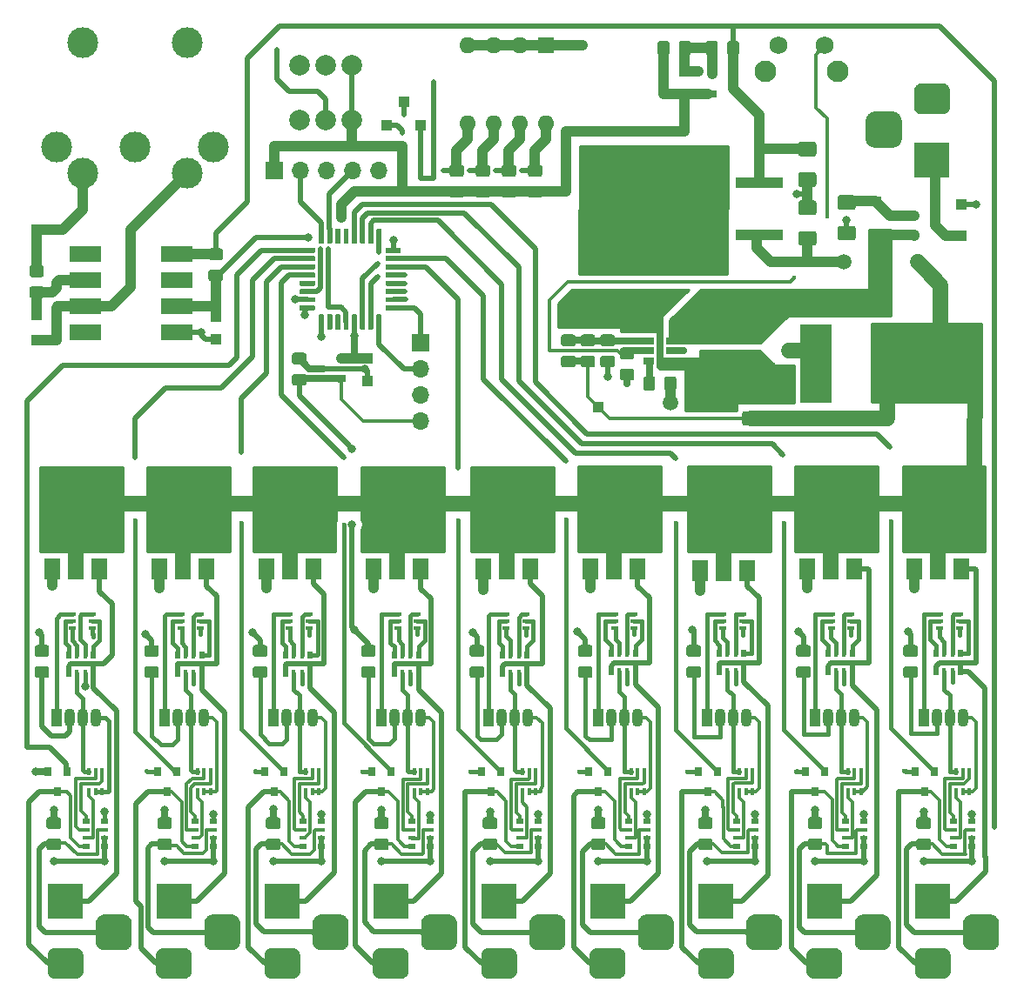
<source format=gbr>
G04 #@! TF.GenerationSoftware,KiCad,Pcbnew,(5.1.5-0-10_14)*
G04 #@! TF.CreationDate,2020-03-02T11:23:44+00:00*
G04 #@! TF.ProjectId,MidiLedController,4d696469-4c65-4644-936f-6e74726f6c6c,C*
G04 #@! TF.SameCoordinates,Original*
G04 #@! TF.FileFunction,Copper,L1,Top*
G04 #@! TF.FilePolarity,Positive*
%FSLAX46Y46*%
G04 Gerber Fmt 4.6, Leading zero omitted, Abs format (unit mm)*
G04 Created by KiCad (PCBNEW (5.1.5-0-10_14)) date 2020-03-02 11:23:44*
%MOMM*%
%LPD*%
G04 APERTURE LIST*
%ADD10O,1.600000X1.600000*%
%ADD11R,1.600000X1.600000*%
%ADD12R,9.400000X10.800000*%
%ADD13R,4.600000X1.100000*%
%ADD14R,1.000000X1.000000*%
%ADD15C,2.000000*%
%ADD16R,0.800000X0.900000*%
%ADD17R,0.800000X0.500000*%
%ADD18R,0.800000X0.400000*%
%ADD19R,1.500000X2.000000*%
%ADD20R,3.800000X2.000000*%
%ADD21R,0.500000X0.800000*%
%ADD22R,0.400000X0.800000*%
%ADD23C,0.100000*%
%ADD24R,0.400000X0.650000*%
%ADD25R,0.650000X0.400000*%
%ADD26R,1.060000X0.650000*%
%ADD27C,2.100000*%
%ADD28C,1.750000*%
%ADD29R,3.100000X7.700000*%
%ADD30O,1.700000X1.700000*%
%ADD31R,1.700000X1.700000*%
%ADD32O,1.070000X1.800000*%
%ADD33R,1.070000X1.800000*%
%ADD34R,3.500000X3.500000*%
%ADD35R,0.900000X0.800000*%
%ADD36R,3.100000X1.600000*%
%ADD37R,1.200000X0.900000*%
%ADD38C,3.000000*%
%ADD39C,0.800000*%
%ADD40C,0.450000*%
%ADD41C,1.500000*%
%ADD42C,0.500000*%
%ADD43C,0.400000*%
%ADD44C,1.000000*%
%ADD45C,0.650000*%
%ADD46C,0.300000*%
%ADD47C,1.500000*%
%ADD48C,0.254000*%
G04 APERTURE END LIST*
D10*
X147320000Y-53848000D03*
X139700000Y-46228000D03*
X144780000Y-53848000D03*
X142240000Y-46228000D03*
X142240000Y-53848000D03*
X144780000Y-46228000D03*
X139700000Y-53848000D03*
D11*
X147320000Y-46228000D03*
D12*
X158880200Y-62103000D03*
D13*
X168030200Y-59563000D03*
X168030200Y-64643000D03*
D14*
X135128000Y-53975000D03*
D15*
X128397000Y-53467000D03*
X125857000Y-53467000D03*
X123317000Y-53467000D03*
X128397000Y-48133000D03*
X125857000Y-48133000D03*
X123317000Y-48133000D03*
D16*
X184150000Y-118856000D03*
X183200000Y-116856000D03*
X185100000Y-116856000D03*
X173482000Y-118856000D03*
X172532000Y-116856000D03*
X174432000Y-116856000D03*
X163068000Y-118856000D03*
X162118000Y-116856000D03*
X164018000Y-116856000D03*
X152400000Y-118856000D03*
X151450000Y-116856000D03*
X153350000Y-116856000D03*
X141986000Y-118856000D03*
X141036000Y-116856000D03*
X142936000Y-116856000D03*
X131318000Y-118856000D03*
X130368000Y-116856000D03*
X132268000Y-116856000D03*
X120904000Y-118856000D03*
X119954000Y-116856000D03*
X121854000Y-116856000D03*
X110490000Y-118856000D03*
X109540000Y-116856000D03*
X111440000Y-116856000D03*
X99822000Y-118856000D03*
X98872000Y-116856000D03*
X100772000Y-116856000D03*
D17*
X186933000Y-121736000D03*
D18*
X186933000Y-122536000D03*
D17*
X186933000Y-124136000D03*
D18*
X186933000Y-123336000D03*
D17*
X188733000Y-121736000D03*
D18*
X188733000Y-123336000D03*
X188733000Y-122536000D03*
D17*
X188733000Y-124136000D03*
X176392000Y-121736000D03*
D18*
X176392000Y-122536000D03*
D17*
X176392000Y-124136000D03*
D18*
X176392000Y-123336000D03*
D17*
X178192000Y-121736000D03*
D18*
X178192000Y-123336000D03*
X178192000Y-122536000D03*
D17*
X178192000Y-124136000D03*
X165851000Y-121736000D03*
D18*
X165851000Y-122536000D03*
D17*
X165851000Y-124136000D03*
D18*
X165851000Y-123336000D03*
D17*
X167651000Y-121736000D03*
D18*
X167651000Y-123336000D03*
X167651000Y-122536000D03*
D17*
X167651000Y-124136000D03*
X155310000Y-121736000D03*
D18*
X155310000Y-122536000D03*
D17*
X155310000Y-124136000D03*
D18*
X155310000Y-123336000D03*
D17*
X157110000Y-121736000D03*
D18*
X157110000Y-123336000D03*
X157110000Y-122536000D03*
D17*
X157110000Y-124136000D03*
X144769000Y-121736000D03*
D18*
X144769000Y-122536000D03*
D17*
X144769000Y-124136000D03*
D18*
X144769000Y-123336000D03*
D17*
X146569000Y-121736000D03*
D18*
X146569000Y-123336000D03*
X146569000Y-122536000D03*
D17*
X146569000Y-124136000D03*
X134228000Y-121736000D03*
D18*
X134228000Y-122536000D03*
D17*
X134228000Y-124136000D03*
D18*
X134228000Y-123336000D03*
D17*
X136028000Y-121736000D03*
D18*
X136028000Y-123336000D03*
X136028000Y-122536000D03*
D17*
X136028000Y-124136000D03*
X123687000Y-121736000D03*
D18*
X123687000Y-122536000D03*
D17*
X123687000Y-124136000D03*
D18*
X123687000Y-123336000D03*
D17*
X125487000Y-121736000D03*
D18*
X125487000Y-123336000D03*
X125487000Y-122536000D03*
D17*
X125487000Y-124136000D03*
X113146000Y-121736000D03*
D18*
X113146000Y-122536000D03*
D17*
X113146000Y-124136000D03*
D18*
X113146000Y-123336000D03*
D17*
X114946000Y-121736000D03*
D18*
X114946000Y-123336000D03*
X114946000Y-122536000D03*
D17*
X114946000Y-124136000D03*
X102605000Y-121736000D03*
D18*
X102605000Y-122536000D03*
D17*
X102605000Y-124136000D03*
D18*
X102605000Y-123336000D03*
D17*
X104405000Y-121736000D03*
D18*
X104405000Y-123336000D03*
X104405000Y-122536000D03*
D17*
X104405000Y-124136000D03*
D19*
X99300000Y-97130000D03*
X103900000Y-97130000D03*
X101600000Y-97130000D03*
D20*
X101600000Y-90830000D03*
D19*
X183120000Y-97130000D03*
X187720000Y-97130000D03*
X185420000Y-97130000D03*
D20*
X185420000Y-90830000D03*
D19*
X172706000Y-97130000D03*
X177306000Y-97130000D03*
X175006000Y-97130000D03*
D20*
X175006000Y-90830000D03*
D19*
X162292000Y-97323000D03*
X166892000Y-97323000D03*
X164592000Y-97323000D03*
D20*
X164592000Y-91023000D03*
D19*
X151624000Y-97130000D03*
X156224000Y-97130000D03*
X153924000Y-97130000D03*
D20*
X153924000Y-90830000D03*
D19*
X141210000Y-97130000D03*
X145810000Y-97130000D03*
X143510000Y-97130000D03*
D20*
X143510000Y-90830000D03*
D19*
X130542000Y-97130000D03*
X135142000Y-97130000D03*
X132842000Y-97130000D03*
D20*
X132842000Y-90830000D03*
D19*
X120128000Y-97130000D03*
X124728000Y-97130000D03*
X122428000Y-97130000D03*
D20*
X122428000Y-90830000D03*
D19*
X109714000Y-97130000D03*
X114314000Y-97130000D03*
X112014000Y-97130000D03*
D20*
X112014000Y-90830000D03*
D21*
X187636000Y-105399000D03*
D22*
X186836000Y-105399000D03*
D21*
X185236000Y-105399000D03*
D22*
X186036000Y-105399000D03*
D21*
X187636000Y-107199000D03*
D22*
X186036000Y-107199000D03*
X186836000Y-107199000D03*
D21*
X185236000Y-107199000D03*
X177095000Y-105399000D03*
D22*
X176295000Y-105399000D03*
D21*
X174695000Y-105399000D03*
D22*
X175495000Y-105399000D03*
D21*
X177095000Y-107199000D03*
D22*
X175495000Y-107199000D03*
X176295000Y-107199000D03*
D21*
X174695000Y-107199000D03*
X166554000Y-105399000D03*
D22*
X165754000Y-105399000D03*
D21*
X164154000Y-105399000D03*
D22*
X164954000Y-105399000D03*
D21*
X166554000Y-107199000D03*
D22*
X164954000Y-107199000D03*
X165754000Y-107199000D03*
D21*
X164154000Y-107199000D03*
X156013000Y-105399000D03*
D22*
X155213000Y-105399000D03*
D21*
X153613000Y-105399000D03*
D22*
X154413000Y-105399000D03*
D21*
X156013000Y-107199000D03*
D22*
X154413000Y-107199000D03*
X155213000Y-107199000D03*
D21*
X153613000Y-107199000D03*
X145472000Y-105526000D03*
D22*
X144672000Y-105526000D03*
D21*
X143072000Y-105526000D03*
D22*
X143872000Y-105526000D03*
D21*
X145472000Y-107326000D03*
D22*
X143872000Y-107326000D03*
X144672000Y-107326000D03*
D21*
X143072000Y-107326000D03*
X134931000Y-105526000D03*
D22*
X134131000Y-105526000D03*
D21*
X132531000Y-105526000D03*
D22*
X133331000Y-105526000D03*
D21*
X134931000Y-107326000D03*
D22*
X133331000Y-107326000D03*
X134131000Y-107326000D03*
D21*
X132531000Y-107326000D03*
X124390000Y-105526000D03*
D22*
X123590000Y-105526000D03*
D21*
X121990000Y-105526000D03*
D22*
X122790000Y-105526000D03*
D21*
X124390000Y-107326000D03*
D22*
X122790000Y-107326000D03*
X123590000Y-107326000D03*
D21*
X121990000Y-107326000D03*
X113849000Y-105526000D03*
D22*
X113049000Y-105526000D03*
D21*
X111449000Y-105526000D03*
D22*
X112249000Y-105526000D03*
D21*
X113849000Y-107326000D03*
D22*
X112249000Y-107326000D03*
X113049000Y-107326000D03*
D21*
X111449000Y-107326000D03*
X103308000Y-105526000D03*
D22*
X102508000Y-105526000D03*
D21*
X100908000Y-105526000D03*
D22*
X101708000Y-105526000D03*
D21*
X103308000Y-107326000D03*
D22*
X101708000Y-107326000D03*
X102508000Y-107326000D03*
D21*
X100908000Y-107326000D03*
G04 #@! TA.AperFunction,SMDPad,CuDef*
D23*
G36*
X183227505Y-106623204D02*
G01*
X183251773Y-106626804D01*
X183275572Y-106632765D01*
X183298671Y-106641030D01*
X183320850Y-106651520D01*
X183341893Y-106664132D01*
X183361599Y-106678747D01*
X183379777Y-106695223D01*
X183396253Y-106713401D01*
X183410868Y-106733107D01*
X183423480Y-106754150D01*
X183433970Y-106776329D01*
X183442235Y-106799428D01*
X183448196Y-106823227D01*
X183451796Y-106847495D01*
X183453000Y-106871999D01*
X183453000Y-107522001D01*
X183451796Y-107546505D01*
X183448196Y-107570773D01*
X183442235Y-107594572D01*
X183433970Y-107617671D01*
X183423480Y-107639850D01*
X183410868Y-107660893D01*
X183396253Y-107680599D01*
X183379777Y-107698777D01*
X183361599Y-107715253D01*
X183341893Y-107729868D01*
X183320850Y-107742480D01*
X183298671Y-107752970D01*
X183275572Y-107761235D01*
X183251773Y-107767196D01*
X183227505Y-107770796D01*
X183203001Y-107772000D01*
X182302999Y-107772000D01*
X182278495Y-107770796D01*
X182254227Y-107767196D01*
X182230428Y-107761235D01*
X182207329Y-107752970D01*
X182185150Y-107742480D01*
X182164107Y-107729868D01*
X182144401Y-107715253D01*
X182126223Y-107698777D01*
X182109747Y-107680599D01*
X182095132Y-107660893D01*
X182082520Y-107639850D01*
X182072030Y-107617671D01*
X182063765Y-107594572D01*
X182057804Y-107570773D01*
X182054204Y-107546505D01*
X182053000Y-107522001D01*
X182053000Y-106871999D01*
X182054204Y-106847495D01*
X182057804Y-106823227D01*
X182063765Y-106799428D01*
X182072030Y-106776329D01*
X182082520Y-106754150D01*
X182095132Y-106733107D01*
X182109747Y-106713401D01*
X182126223Y-106695223D01*
X182144401Y-106678747D01*
X182164107Y-106664132D01*
X182185150Y-106651520D01*
X182207329Y-106641030D01*
X182230428Y-106632765D01*
X182254227Y-106626804D01*
X182278495Y-106623204D01*
X182302999Y-106622000D01*
X183203001Y-106622000D01*
X183227505Y-106623204D01*
G37*
G04 #@! TD.AperFunction*
G04 #@! TA.AperFunction,SMDPad,CuDef*
G36*
X183227505Y-104573204D02*
G01*
X183251773Y-104576804D01*
X183275572Y-104582765D01*
X183298671Y-104591030D01*
X183320850Y-104601520D01*
X183341893Y-104614132D01*
X183361599Y-104628747D01*
X183379777Y-104645223D01*
X183396253Y-104663401D01*
X183410868Y-104683107D01*
X183423480Y-104704150D01*
X183433970Y-104726329D01*
X183442235Y-104749428D01*
X183448196Y-104773227D01*
X183451796Y-104797495D01*
X183453000Y-104821999D01*
X183453000Y-105472001D01*
X183451796Y-105496505D01*
X183448196Y-105520773D01*
X183442235Y-105544572D01*
X183433970Y-105567671D01*
X183423480Y-105589850D01*
X183410868Y-105610893D01*
X183396253Y-105630599D01*
X183379777Y-105648777D01*
X183361599Y-105665253D01*
X183341893Y-105679868D01*
X183320850Y-105692480D01*
X183298671Y-105702970D01*
X183275572Y-105711235D01*
X183251773Y-105717196D01*
X183227505Y-105720796D01*
X183203001Y-105722000D01*
X182302999Y-105722000D01*
X182278495Y-105720796D01*
X182254227Y-105717196D01*
X182230428Y-105711235D01*
X182207329Y-105702970D01*
X182185150Y-105692480D01*
X182164107Y-105679868D01*
X182144401Y-105665253D01*
X182126223Y-105648777D01*
X182109747Y-105630599D01*
X182095132Y-105610893D01*
X182082520Y-105589850D01*
X182072030Y-105567671D01*
X182063765Y-105544572D01*
X182057804Y-105520773D01*
X182054204Y-105496505D01*
X182053000Y-105472001D01*
X182053000Y-104821999D01*
X182054204Y-104797495D01*
X182057804Y-104773227D01*
X182063765Y-104749428D01*
X182072030Y-104726329D01*
X182082520Y-104704150D01*
X182095132Y-104683107D01*
X182109747Y-104663401D01*
X182126223Y-104645223D01*
X182144401Y-104628747D01*
X182164107Y-104614132D01*
X182185150Y-104601520D01*
X182207329Y-104591030D01*
X182230428Y-104582765D01*
X182254227Y-104576804D01*
X182278495Y-104573204D01*
X182302999Y-104572000D01*
X183203001Y-104572000D01*
X183227505Y-104573204D01*
G37*
G04 #@! TD.AperFunction*
G04 #@! TA.AperFunction,SMDPad,CuDef*
G36*
X184497505Y-123387204D02*
G01*
X184521773Y-123390804D01*
X184545572Y-123396765D01*
X184568671Y-123405030D01*
X184590850Y-123415520D01*
X184611893Y-123428132D01*
X184631599Y-123442747D01*
X184649777Y-123459223D01*
X184666253Y-123477401D01*
X184680868Y-123497107D01*
X184693480Y-123518150D01*
X184703970Y-123540329D01*
X184712235Y-123563428D01*
X184718196Y-123587227D01*
X184721796Y-123611495D01*
X184723000Y-123635999D01*
X184723000Y-124286001D01*
X184721796Y-124310505D01*
X184718196Y-124334773D01*
X184712235Y-124358572D01*
X184703970Y-124381671D01*
X184693480Y-124403850D01*
X184680868Y-124424893D01*
X184666253Y-124444599D01*
X184649777Y-124462777D01*
X184631599Y-124479253D01*
X184611893Y-124493868D01*
X184590850Y-124506480D01*
X184568671Y-124516970D01*
X184545572Y-124525235D01*
X184521773Y-124531196D01*
X184497505Y-124534796D01*
X184473001Y-124536000D01*
X183572999Y-124536000D01*
X183548495Y-124534796D01*
X183524227Y-124531196D01*
X183500428Y-124525235D01*
X183477329Y-124516970D01*
X183455150Y-124506480D01*
X183434107Y-124493868D01*
X183414401Y-124479253D01*
X183396223Y-124462777D01*
X183379747Y-124444599D01*
X183365132Y-124424893D01*
X183352520Y-124403850D01*
X183342030Y-124381671D01*
X183333765Y-124358572D01*
X183327804Y-124334773D01*
X183324204Y-124310505D01*
X183323000Y-124286001D01*
X183323000Y-123635999D01*
X183324204Y-123611495D01*
X183327804Y-123587227D01*
X183333765Y-123563428D01*
X183342030Y-123540329D01*
X183352520Y-123518150D01*
X183365132Y-123497107D01*
X183379747Y-123477401D01*
X183396223Y-123459223D01*
X183414401Y-123442747D01*
X183434107Y-123428132D01*
X183455150Y-123415520D01*
X183477329Y-123405030D01*
X183500428Y-123396765D01*
X183524227Y-123390804D01*
X183548495Y-123387204D01*
X183572999Y-123386000D01*
X184473001Y-123386000D01*
X184497505Y-123387204D01*
G37*
G04 #@! TD.AperFunction*
G04 #@! TA.AperFunction,SMDPad,CuDef*
G36*
X184497505Y-121337204D02*
G01*
X184521773Y-121340804D01*
X184545572Y-121346765D01*
X184568671Y-121355030D01*
X184590850Y-121365520D01*
X184611893Y-121378132D01*
X184631599Y-121392747D01*
X184649777Y-121409223D01*
X184666253Y-121427401D01*
X184680868Y-121447107D01*
X184693480Y-121468150D01*
X184703970Y-121490329D01*
X184712235Y-121513428D01*
X184718196Y-121537227D01*
X184721796Y-121561495D01*
X184723000Y-121585999D01*
X184723000Y-122236001D01*
X184721796Y-122260505D01*
X184718196Y-122284773D01*
X184712235Y-122308572D01*
X184703970Y-122331671D01*
X184693480Y-122353850D01*
X184680868Y-122374893D01*
X184666253Y-122394599D01*
X184649777Y-122412777D01*
X184631599Y-122429253D01*
X184611893Y-122443868D01*
X184590850Y-122456480D01*
X184568671Y-122466970D01*
X184545572Y-122475235D01*
X184521773Y-122481196D01*
X184497505Y-122484796D01*
X184473001Y-122486000D01*
X183572999Y-122486000D01*
X183548495Y-122484796D01*
X183524227Y-122481196D01*
X183500428Y-122475235D01*
X183477329Y-122466970D01*
X183455150Y-122456480D01*
X183434107Y-122443868D01*
X183414401Y-122429253D01*
X183396223Y-122412777D01*
X183379747Y-122394599D01*
X183365132Y-122374893D01*
X183352520Y-122353850D01*
X183342030Y-122331671D01*
X183333765Y-122308572D01*
X183327804Y-122284773D01*
X183324204Y-122260505D01*
X183323000Y-122236001D01*
X183323000Y-121585999D01*
X183324204Y-121561495D01*
X183327804Y-121537227D01*
X183333765Y-121513428D01*
X183342030Y-121490329D01*
X183352520Y-121468150D01*
X183365132Y-121447107D01*
X183379747Y-121427401D01*
X183396223Y-121409223D01*
X183414401Y-121392747D01*
X183434107Y-121378132D01*
X183455150Y-121365520D01*
X183477329Y-121355030D01*
X183500428Y-121346765D01*
X183524227Y-121340804D01*
X183548495Y-121337204D01*
X183572999Y-121336000D01*
X184473001Y-121336000D01*
X184497505Y-121337204D01*
G37*
G04 #@! TD.AperFunction*
G04 #@! TA.AperFunction,SMDPad,CuDef*
G36*
X172813505Y-104573204D02*
G01*
X172837773Y-104576804D01*
X172861572Y-104582765D01*
X172884671Y-104591030D01*
X172906850Y-104601520D01*
X172927893Y-104614132D01*
X172947599Y-104628747D01*
X172965777Y-104645223D01*
X172982253Y-104663401D01*
X172996868Y-104683107D01*
X173009480Y-104704150D01*
X173019970Y-104726329D01*
X173028235Y-104749428D01*
X173034196Y-104773227D01*
X173037796Y-104797495D01*
X173039000Y-104821999D01*
X173039000Y-105472001D01*
X173037796Y-105496505D01*
X173034196Y-105520773D01*
X173028235Y-105544572D01*
X173019970Y-105567671D01*
X173009480Y-105589850D01*
X172996868Y-105610893D01*
X172982253Y-105630599D01*
X172965777Y-105648777D01*
X172947599Y-105665253D01*
X172927893Y-105679868D01*
X172906850Y-105692480D01*
X172884671Y-105702970D01*
X172861572Y-105711235D01*
X172837773Y-105717196D01*
X172813505Y-105720796D01*
X172789001Y-105722000D01*
X171888999Y-105722000D01*
X171864495Y-105720796D01*
X171840227Y-105717196D01*
X171816428Y-105711235D01*
X171793329Y-105702970D01*
X171771150Y-105692480D01*
X171750107Y-105679868D01*
X171730401Y-105665253D01*
X171712223Y-105648777D01*
X171695747Y-105630599D01*
X171681132Y-105610893D01*
X171668520Y-105589850D01*
X171658030Y-105567671D01*
X171649765Y-105544572D01*
X171643804Y-105520773D01*
X171640204Y-105496505D01*
X171639000Y-105472001D01*
X171639000Y-104821999D01*
X171640204Y-104797495D01*
X171643804Y-104773227D01*
X171649765Y-104749428D01*
X171658030Y-104726329D01*
X171668520Y-104704150D01*
X171681132Y-104683107D01*
X171695747Y-104663401D01*
X171712223Y-104645223D01*
X171730401Y-104628747D01*
X171750107Y-104614132D01*
X171771150Y-104601520D01*
X171793329Y-104591030D01*
X171816428Y-104582765D01*
X171840227Y-104576804D01*
X171864495Y-104573204D01*
X171888999Y-104572000D01*
X172789001Y-104572000D01*
X172813505Y-104573204D01*
G37*
G04 #@! TD.AperFunction*
G04 #@! TA.AperFunction,SMDPad,CuDef*
G36*
X172813505Y-106623204D02*
G01*
X172837773Y-106626804D01*
X172861572Y-106632765D01*
X172884671Y-106641030D01*
X172906850Y-106651520D01*
X172927893Y-106664132D01*
X172947599Y-106678747D01*
X172965777Y-106695223D01*
X172982253Y-106713401D01*
X172996868Y-106733107D01*
X173009480Y-106754150D01*
X173019970Y-106776329D01*
X173028235Y-106799428D01*
X173034196Y-106823227D01*
X173037796Y-106847495D01*
X173039000Y-106871999D01*
X173039000Y-107522001D01*
X173037796Y-107546505D01*
X173034196Y-107570773D01*
X173028235Y-107594572D01*
X173019970Y-107617671D01*
X173009480Y-107639850D01*
X172996868Y-107660893D01*
X172982253Y-107680599D01*
X172965777Y-107698777D01*
X172947599Y-107715253D01*
X172927893Y-107729868D01*
X172906850Y-107742480D01*
X172884671Y-107752970D01*
X172861572Y-107761235D01*
X172837773Y-107767196D01*
X172813505Y-107770796D01*
X172789001Y-107772000D01*
X171888999Y-107772000D01*
X171864495Y-107770796D01*
X171840227Y-107767196D01*
X171816428Y-107761235D01*
X171793329Y-107752970D01*
X171771150Y-107742480D01*
X171750107Y-107729868D01*
X171730401Y-107715253D01*
X171712223Y-107698777D01*
X171695747Y-107680599D01*
X171681132Y-107660893D01*
X171668520Y-107639850D01*
X171658030Y-107617671D01*
X171649765Y-107594572D01*
X171643804Y-107570773D01*
X171640204Y-107546505D01*
X171639000Y-107522001D01*
X171639000Y-106871999D01*
X171640204Y-106847495D01*
X171643804Y-106823227D01*
X171649765Y-106799428D01*
X171658030Y-106776329D01*
X171668520Y-106754150D01*
X171681132Y-106733107D01*
X171695747Y-106713401D01*
X171712223Y-106695223D01*
X171730401Y-106678747D01*
X171750107Y-106664132D01*
X171771150Y-106651520D01*
X171793329Y-106641030D01*
X171816428Y-106632765D01*
X171840227Y-106626804D01*
X171864495Y-106623204D01*
X171888999Y-106622000D01*
X172789001Y-106622000D01*
X172813505Y-106623204D01*
G37*
G04 #@! TD.AperFunction*
G04 #@! TA.AperFunction,SMDPad,CuDef*
G36*
X173956505Y-123378204D02*
G01*
X173980773Y-123381804D01*
X174004572Y-123387765D01*
X174027671Y-123396030D01*
X174049850Y-123406520D01*
X174070893Y-123419132D01*
X174090599Y-123433747D01*
X174108777Y-123450223D01*
X174125253Y-123468401D01*
X174139868Y-123488107D01*
X174152480Y-123509150D01*
X174162970Y-123531329D01*
X174171235Y-123554428D01*
X174177196Y-123578227D01*
X174180796Y-123602495D01*
X174182000Y-123626999D01*
X174182000Y-124277001D01*
X174180796Y-124301505D01*
X174177196Y-124325773D01*
X174171235Y-124349572D01*
X174162970Y-124372671D01*
X174152480Y-124394850D01*
X174139868Y-124415893D01*
X174125253Y-124435599D01*
X174108777Y-124453777D01*
X174090599Y-124470253D01*
X174070893Y-124484868D01*
X174049850Y-124497480D01*
X174027671Y-124507970D01*
X174004572Y-124516235D01*
X173980773Y-124522196D01*
X173956505Y-124525796D01*
X173932001Y-124527000D01*
X173031999Y-124527000D01*
X173007495Y-124525796D01*
X172983227Y-124522196D01*
X172959428Y-124516235D01*
X172936329Y-124507970D01*
X172914150Y-124497480D01*
X172893107Y-124484868D01*
X172873401Y-124470253D01*
X172855223Y-124453777D01*
X172838747Y-124435599D01*
X172824132Y-124415893D01*
X172811520Y-124394850D01*
X172801030Y-124372671D01*
X172792765Y-124349572D01*
X172786804Y-124325773D01*
X172783204Y-124301505D01*
X172782000Y-124277001D01*
X172782000Y-123626999D01*
X172783204Y-123602495D01*
X172786804Y-123578227D01*
X172792765Y-123554428D01*
X172801030Y-123531329D01*
X172811520Y-123509150D01*
X172824132Y-123488107D01*
X172838747Y-123468401D01*
X172855223Y-123450223D01*
X172873401Y-123433747D01*
X172893107Y-123419132D01*
X172914150Y-123406520D01*
X172936329Y-123396030D01*
X172959428Y-123387765D01*
X172983227Y-123381804D01*
X173007495Y-123378204D01*
X173031999Y-123377000D01*
X173932001Y-123377000D01*
X173956505Y-123378204D01*
G37*
G04 #@! TD.AperFunction*
G04 #@! TA.AperFunction,SMDPad,CuDef*
G36*
X173956505Y-121328204D02*
G01*
X173980773Y-121331804D01*
X174004572Y-121337765D01*
X174027671Y-121346030D01*
X174049850Y-121356520D01*
X174070893Y-121369132D01*
X174090599Y-121383747D01*
X174108777Y-121400223D01*
X174125253Y-121418401D01*
X174139868Y-121438107D01*
X174152480Y-121459150D01*
X174162970Y-121481329D01*
X174171235Y-121504428D01*
X174177196Y-121528227D01*
X174180796Y-121552495D01*
X174182000Y-121576999D01*
X174182000Y-122227001D01*
X174180796Y-122251505D01*
X174177196Y-122275773D01*
X174171235Y-122299572D01*
X174162970Y-122322671D01*
X174152480Y-122344850D01*
X174139868Y-122365893D01*
X174125253Y-122385599D01*
X174108777Y-122403777D01*
X174090599Y-122420253D01*
X174070893Y-122434868D01*
X174049850Y-122447480D01*
X174027671Y-122457970D01*
X174004572Y-122466235D01*
X173980773Y-122472196D01*
X173956505Y-122475796D01*
X173932001Y-122477000D01*
X173031999Y-122477000D01*
X173007495Y-122475796D01*
X172983227Y-122472196D01*
X172959428Y-122466235D01*
X172936329Y-122457970D01*
X172914150Y-122447480D01*
X172893107Y-122434868D01*
X172873401Y-122420253D01*
X172855223Y-122403777D01*
X172838747Y-122385599D01*
X172824132Y-122365893D01*
X172811520Y-122344850D01*
X172801030Y-122322671D01*
X172792765Y-122299572D01*
X172786804Y-122275773D01*
X172783204Y-122251505D01*
X172782000Y-122227001D01*
X172782000Y-121576999D01*
X172783204Y-121552495D01*
X172786804Y-121528227D01*
X172792765Y-121504428D01*
X172801030Y-121481329D01*
X172811520Y-121459150D01*
X172824132Y-121438107D01*
X172838747Y-121418401D01*
X172855223Y-121400223D01*
X172873401Y-121383747D01*
X172893107Y-121369132D01*
X172914150Y-121356520D01*
X172936329Y-121346030D01*
X172959428Y-121337765D01*
X172983227Y-121331804D01*
X173007495Y-121328204D01*
X173031999Y-121327000D01*
X173932001Y-121327000D01*
X173956505Y-121328204D01*
G37*
G04 #@! TD.AperFunction*
G04 #@! TA.AperFunction,SMDPad,CuDef*
G36*
X162145505Y-104573204D02*
G01*
X162169773Y-104576804D01*
X162193572Y-104582765D01*
X162216671Y-104591030D01*
X162238850Y-104601520D01*
X162259893Y-104614132D01*
X162279599Y-104628747D01*
X162297777Y-104645223D01*
X162314253Y-104663401D01*
X162328868Y-104683107D01*
X162341480Y-104704150D01*
X162351970Y-104726329D01*
X162360235Y-104749428D01*
X162366196Y-104773227D01*
X162369796Y-104797495D01*
X162371000Y-104821999D01*
X162371000Y-105472001D01*
X162369796Y-105496505D01*
X162366196Y-105520773D01*
X162360235Y-105544572D01*
X162351970Y-105567671D01*
X162341480Y-105589850D01*
X162328868Y-105610893D01*
X162314253Y-105630599D01*
X162297777Y-105648777D01*
X162279599Y-105665253D01*
X162259893Y-105679868D01*
X162238850Y-105692480D01*
X162216671Y-105702970D01*
X162193572Y-105711235D01*
X162169773Y-105717196D01*
X162145505Y-105720796D01*
X162121001Y-105722000D01*
X161220999Y-105722000D01*
X161196495Y-105720796D01*
X161172227Y-105717196D01*
X161148428Y-105711235D01*
X161125329Y-105702970D01*
X161103150Y-105692480D01*
X161082107Y-105679868D01*
X161062401Y-105665253D01*
X161044223Y-105648777D01*
X161027747Y-105630599D01*
X161013132Y-105610893D01*
X161000520Y-105589850D01*
X160990030Y-105567671D01*
X160981765Y-105544572D01*
X160975804Y-105520773D01*
X160972204Y-105496505D01*
X160971000Y-105472001D01*
X160971000Y-104821999D01*
X160972204Y-104797495D01*
X160975804Y-104773227D01*
X160981765Y-104749428D01*
X160990030Y-104726329D01*
X161000520Y-104704150D01*
X161013132Y-104683107D01*
X161027747Y-104663401D01*
X161044223Y-104645223D01*
X161062401Y-104628747D01*
X161082107Y-104614132D01*
X161103150Y-104601520D01*
X161125329Y-104591030D01*
X161148428Y-104582765D01*
X161172227Y-104576804D01*
X161196495Y-104573204D01*
X161220999Y-104572000D01*
X162121001Y-104572000D01*
X162145505Y-104573204D01*
G37*
G04 #@! TD.AperFunction*
G04 #@! TA.AperFunction,SMDPad,CuDef*
G36*
X162145505Y-106623204D02*
G01*
X162169773Y-106626804D01*
X162193572Y-106632765D01*
X162216671Y-106641030D01*
X162238850Y-106651520D01*
X162259893Y-106664132D01*
X162279599Y-106678747D01*
X162297777Y-106695223D01*
X162314253Y-106713401D01*
X162328868Y-106733107D01*
X162341480Y-106754150D01*
X162351970Y-106776329D01*
X162360235Y-106799428D01*
X162366196Y-106823227D01*
X162369796Y-106847495D01*
X162371000Y-106871999D01*
X162371000Y-107522001D01*
X162369796Y-107546505D01*
X162366196Y-107570773D01*
X162360235Y-107594572D01*
X162351970Y-107617671D01*
X162341480Y-107639850D01*
X162328868Y-107660893D01*
X162314253Y-107680599D01*
X162297777Y-107698777D01*
X162279599Y-107715253D01*
X162259893Y-107729868D01*
X162238850Y-107742480D01*
X162216671Y-107752970D01*
X162193572Y-107761235D01*
X162169773Y-107767196D01*
X162145505Y-107770796D01*
X162121001Y-107772000D01*
X161220999Y-107772000D01*
X161196495Y-107770796D01*
X161172227Y-107767196D01*
X161148428Y-107761235D01*
X161125329Y-107752970D01*
X161103150Y-107742480D01*
X161082107Y-107729868D01*
X161062401Y-107715253D01*
X161044223Y-107698777D01*
X161027747Y-107680599D01*
X161013132Y-107660893D01*
X161000520Y-107639850D01*
X160990030Y-107617671D01*
X160981765Y-107594572D01*
X160975804Y-107570773D01*
X160972204Y-107546505D01*
X160971000Y-107522001D01*
X160971000Y-106871999D01*
X160972204Y-106847495D01*
X160975804Y-106823227D01*
X160981765Y-106799428D01*
X160990030Y-106776329D01*
X161000520Y-106754150D01*
X161013132Y-106733107D01*
X161027747Y-106713401D01*
X161044223Y-106695223D01*
X161062401Y-106678747D01*
X161082107Y-106664132D01*
X161103150Y-106651520D01*
X161125329Y-106641030D01*
X161148428Y-106632765D01*
X161172227Y-106626804D01*
X161196495Y-106623204D01*
X161220999Y-106622000D01*
X162121001Y-106622000D01*
X162145505Y-106623204D01*
G37*
G04 #@! TD.AperFunction*
G04 #@! TA.AperFunction,SMDPad,CuDef*
G36*
X163288505Y-123387204D02*
G01*
X163312773Y-123390804D01*
X163336572Y-123396765D01*
X163359671Y-123405030D01*
X163381850Y-123415520D01*
X163402893Y-123428132D01*
X163422599Y-123442747D01*
X163440777Y-123459223D01*
X163457253Y-123477401D01*
X163471868Y-123497107D01*
X163484480Y-123518150D01*
X163494970Y-123540329D01*
X163503235Y-123563428D01*
X163509196Y-123587227D01*
X163512796Y-123611495D01*
X163514000Y-123635999D01*
X163514000Y-124286001D01*
X163512796Y-124310505D01*
X163509196Y-124334773D01*
X163503235Y-124358572D01*
X163494970Y-124381671D01*
X163484480Y-124403850D01*
X163471868Y-124424893D01*
X163457253Y-124444599D01*
X163440777Y-124462777D01*
X163422599Y-124479253D01*
X163402893Y-124493868D01*
X163381850Y-124506480D01*
X163359671Y-124516970D01*
X163336572Y-124525235D01*
X163312773Y-124531196D01*
X163288505Y-124534796D01*
X163264001Y-124536000D01*
X162363999Y-124536000D01*
X162339495Y-124534796D01*
X162315227Y-124531196D01*
X162291428Y-124525235D01*
X162268329Y-124516970D01*
X162246150Y-124506480D01*
X162225107Y-124493868D01*
X162205401Y-124479253D01*
X162187223Y-124462777D01*
X162170747Y-124444599D01*
X162156132Y-124424893D01*
X162143520Y-124403850D01*
X162133030Y-124381671D01*
X162124765Y-124358572D01*
X162118804Y-124334773D01*
X162115204Y-124310505D01*
X162114000Y-124286001D01*
X162114000Y-123635999D01*
X162115204Y-123611495D01*
X162118804Y-123587227D01*
X162124765Y-123563428D01*
X162133030Y-123540329D01*
X162143520Y-123518150D01*
X162156132Y-123497107D01*
X162170747Y-123477401D01*
X162187223Y-123459223D01*
X162205401Y-123442747D01*
X162225107Y-123428132D01*
X162246150Y-123415520D01*
X162268329Y-123405030D01*
X162291428Y-123396765D01*
X162315227Y-123390804D01*
X162339495Y-123387204D01*
X162363999Y-123386000D01*
X163264001Y-123386000D01*
X163288505Y-123387204D01*
G37*
G04 #@! TD.AperFunction*
G04 #@! TA.AperFunction,SMDPad,CuDef*
G36*
X163288505Y-121337204D02*
G01*
X163312773Y-121340804D01*
X163336572Y-121346765D01*
X163359671Y-121355030D01*
X163381850Y-121365520D01*
X163402893Y-121378132D01*
X163422599Y-121392747D01*
X163440777Y-121409223D01*
X163457253Y-121427401D01*
X163471868Y-121447107D01*
X163484480Y-121468150D01*
X163494970Y-121490329D01*
X163503235Y-121513428D01*
X163509196Y-121537227D01*
X163512796Y-121561495D01*
X163514000Y-121585999D01*
X163514000Y-122236001D01*
X163512796Y-122260505D01*
X163509196Y-122284773D01*
X163503235Y-122308572D01*
X163494970Y-122331671D01*
X163484480Y-122353850D01*
X163471868Y-122374893D01*
X163457253Y-122394599D01*
X163440777Y-122412777D01*
X163422599Y-122429253D01*
X163402893Y-122443868D01*
X163381850Y-122456480D01*
X163359671Y-122466970D01*
X163336572Y-122475235D01*
X163312773Y-122481196D01*
X163288505Y-122484796D01*
X163264001Y-122486000D01*
X162363999Y-122486000D01*
X162339495Y-122484796D01*
X162315227Y-122481196D01*
X162291428Y-122475235D01*
X162268329Y-122466970D01*
X162246150Y-122456480D01*
X162225107Y-122443868D01*
X162205401Y-122429253D01*
X162187223Y-122412777D01*
X162170747Y-122394599D01*
X162156132Y-122374893D01*
X162143520Y-122353850D01*
X162133030Y-122331671D01*
X162124765Y-122308572D01*
X162118804Y-122284773D01*
X162115204Y-122260505D01*
X162114000Y-122236001D01*
X162114000Y-121585999D01*
X162115204Y-121561495D01*
X162118804Y-121537227D01*
X162124765Y-121513428D01*
X162133030Y-121490329D01*
X162143520Y-121468150D01*
X162156132Y-121447107D01*
X162170747Y-121427401D01*
X162187223Y-121409223D01*
X162205401Y-121392747D01*
X162225107Y-121378132D01*
X162246150Y-121365520D01*
X162268329Y-121355030D01*
X162291428Y-121346765D01*
X162315227Y-121340804D01*
X162339495Y-121337204D01*
X162363999Y-121336000D01*
X163264001Y-121336000D01*
X163288505Y-121337204D01*
G37*
G04 #@! TD.AperFunction*
G04 #@! TA.AperFunction,SMDPad,CuDef*
G36*
X151604505Y-104573204D02*
G01*
X151628773Y-104576804D01*
X151652572Y-104582765D01*
X151675671Y-104591030D01*
X151697850Y-104601520D01*
X151718893Y-104614132D01*
X151738599Y-104628747D01*
X151756777Y-104645223D01*
X151773253Y-104663401D01*
X151787868Y-104683107D01*
X151800480Y-104704150D01*
X151810970Y-104726329D01*
X151819235Y-104749428D01*
X151825196Y-104773227D01*
X151828796Y-104797495D01*
X151830000Y-104821999D01*
X151830000Y-105472001D01*
X151828796Y-105496505D01*
X151825196Y-105520773D01*
X151819235Y-105544572D01*
X151810970Y-105567671D01*
X151800480Y-105589850D01*
X151787868Y-105610893D01*
X151773253Y-105630599D01*
X151756777Y-105648777D01*
X151738599Y-105665253D01*
X151718893Y-105679868D01*
X151697850Y-105692480D01*
X151675671Y-105702970D01*
X151652572Y-105711235D01*
X151628773Y-105717196D01*
X151604505Y-105720796D01*
X151580001Y-105722000D01*
X150679999Y-105722000D01*
X150655495Y-105720796D01*
X150631227Y-105717196D01*
X150607428Y-105711235D01*
X150584329Y-105702970D01*
X150562150Y-105692480D01*
X150541107Y-105679868D01*
X150521401Y-105665253D01*
X150503223Y-105648777D01*
X150486747Y-105630599D01*
X150472132Y-105610893D01*
X150459520Y-105589850D01*
X150449030Y-105567671D01*
X150440765Y-105544572D01*
X150434804Y-105520773D01*
X150431204Y-105496505D01*
X150430000Y-105472001D01*
X150430000Y-104821999D01*
X150431204Y-104797495D01*
X150434804Y-104773227D01*
X150440765Y-104749428D01*
X150449030Y-104726329D01*
X150459520Y-104704150D01*
X150472132Y-104683107D01*
X150486747Y-104663401D01*
X150503223Y-104645223D01*
X150521401Y-104628747D01*
X150541107Y-104614132D01*
X150562150Y-104601520D01*
X150584329Y-104591030D01*
X150607428Y-104582765D01*
X150631227Y-104576804D01*
X150655495Y-104573204D01*
X150679999Y-104572000D01*
X151580001Y-104572000D01*
X151604505Y-104573204D01*
G37*
G04 #@! TD.AperFunction*
G04 #@! TA.AperFunction,SMDPad,CuDef*
G36*
X151604505Y-106623204D02*
G01*
X151628773Y-106626804D01*
X151652572Y-106632765D01*
X151675671Y-106641030D01*
X151697850Y-106651520D01*
X151718893Y-106664132D01*
X151738599Y-106678747D01*
X151756777Y-106695223D01*
X151773253Y-106713401D01*
X151787868Y-106733107D01*
X151800480Y-106754150D01*
X151810970Y-106776329D01*
X151819235Y-106799428D01*
X151825196Y-106823227D01*
X151828796Y-106847495D01*
X151830000Y-106871999D01*
X151830000Y-107522001D01*
X151828796Y-107546505D01*
X151825196Y-107570773D01*
X151819235Y-107594572D01*
X151810970Y-107617671D01*
X151800480Y-107639850D01*
X151787868Y-107660893D01*
X151773253Y-107680599D01*
X151756777Y-107698777D01*
X151738599Y-107715253D01*
X151718893Y-107729868D01*
X151697850Y-107742480D01*
X151675671Y-107752970D01*
X151652572Y-107761235D01*
X151628773Y-107767196D01*
X151604505Y-107770796D01*
X151580001Y-107772000D01*
X150679999Y-107772000D01*
X150655495Y-107770796D01*
X150631227Y-107767196D01*
X150607428Y-107761235D01*
X150584329Y-107752970D01*
X150562150Y-107742480D01*
X150541107Y-107729868D01*
X150521401Y-107715253D01*
X150503223Y-107698777D01*
X150486747Y-107680599D01*
X150472132Y-107660893D01*
X150459520Y-107639850D01*
X150449030Y-107617671D01*
X150440765Y-107594572D01*
X150434804Y-107570773D01*
X150431204Y-107546505D01*
X150430000Y-107522001D01*
X150430000Y-106871999D01*
X150431204Y-106847495D01*
X150434804Y-106823227D01*
X150440765Y-106799428D01*
X150449030Y-106776329D01*
X150459520Y-106754150D01*
X150472132Y-106733107D01*
X150486747Y-106713401D01*
X150503223Y-106695223D01*
X150521401Y-106678747D01*
X150541107Y-106664132D01*
X150562150Y-106651520D01*
X150584329Y-106641030D01*
X150607428Y-106632765D01*
X150631227Y-106626804D01*
X150655495Y-106623204D01*
X150679999Y-106622000D01*
X151580001Y-106622000D01*
X151604505Y-106623204D01*
G37*
G04 #@! TD.AperFunction*
G04 #@! TA.AperFunction,SMDPad,CuDef*
G36*
X152874505Y-123378204D02*
G01*
X152898773Y-123381804D01*
X152922572Y-123387765D01*
X152945671Y-123396030D01*
X152967850Y-123406520D01*
X152988893Y-123419132D01*
X153008599Y-123433747D01*
X153026777Y-123450223D01*
X153043253Y-123468401D01*
X153057868Y-123488107D01*
X153070480Y-123509150D01*
X153080970Y-123531329D01*
X153089235Y-123554428D01*
X153095196Y-123578227D01*
X153098796Y-123602495D01*
X153100000Y-123626999D01*
X153100000Y-124277001D01*
X153098796Y-124301505D01*
X153095196Y-124325773D01*
X153089235Y-124349572D01*
X153080970Y-124372671D01*
X153070480Y-124394850D01*
X153057868Y-124415893D01*
X153043253Y-124435599D01*
X153026777Y-124453777D01*
X153008599Y-124470253D01*
X152988893Y-124484868D01*
X152967850Y-124497480D01*
X152945671Y-124507970D01*
X152922572Y-124516235D01*
X152898773Y-124522196D01*
X152874505Y-124525796D01*
X152850001Y-124527000D01*
X151949999Y-124527000D01*
X151925495Y-124525796D01*
X151901227Y-124522196D01*
X151877428Y-124516235D01*
X151854329Y-124507970D01*
X151832150Y-124497480D01*
X151811107Y-124484868D01*
X151791401Y-124470253D01*
X151773223Y-124453777D01*
X151756747Y-124435599D01*
X151742132Y-124415893D01*
X151729520Y-124394850D01*
X151719030Y-124372671D01*
X151710765Y-124349572D01*
X151704804Y-124325773D01*
X151701204Y-124301505D01*
X151700000Y-124277001D01*
X151700000Y-123626999D01*
X151701204Y-123602495D01*
X151704804Y-123578227D01*
X151710765Y-123554428D01*
X151719030Y-123531329D01*
X151729520Y-123509150D01*
X151742132Y-123488107D01*
X151756747Y-123468401D01*
X151773223Y-123450223D01*
X151791401Y-123433747D01*
X151811107Y-123419132D01*
X151832150Y-123406520D01*
X151854329Y-123396030D01*
X151877428Y-123387765D01*
X151901227Y-123381804D01*
X151925495Y-123378204D01*
X151949999Y-123377000D01*
X152850001Y-123377000D01*
X152874505Y-123378204D01*
G37*
G04 #@! TD.AperFunction*
G04 #@! TA.AperFunction,SMDPad,CuDef*
G36*
X152874505Y-121328204D02*
G01*
X152898773Y-121331804D01*
X152922572Y-121337765D01*
X152945671Y-121346030D01*
X152967850Y-121356520D01*
X152988893Y-121369132D01*
X153008599Y-121383747D01*
X153026777Y-121400223D01*
X153043253Y-121418401D01*
X153057868Y-121438107D01*
X153070480Y-121459150D01*
X153080970Y-121481329D01*
X153089235Y-121504428D01*
X153095196Y-121528227D01*
X153098796Y-121552495D01*
X153100000Y-121576999D01*
X153100000Y-122227001D01*
X153098796Y-122251505D01*
X153095196Y-122275773D01*
X153089235Y-122299572D01*
X153080970Y-122322671D01*
X153070480Y-122344850D01*
X153057868Y-122365893D01*
X153043253Y-122385599D01*
X153026777Y-122403777D01*
X153008599Y-122420253D01*
X152988893Y-122434868D01*
X152967850Y-122447480D01*
X152945671Y-122457970D01*
X152922572Y-122466235D01*
X152898773Y-122472196D01*
X152874505Y-122475796D01*
X152850001Y-122477000D01*
X151949999Y-122477000D01*
X151925495Y-122475796D01*
X151901227Y-122472196D01*
X151877428Y-122466235D01*
X151854329Y-122457970D01*
X151832150Y-122447480D01*
X151811107Y-122434868D01*
X151791401Y-122420253D01*
X151773223Y-122403777D01*
X151756747Y-122385599D01*
X151742132Y-122365893D01*
X151729520Y-122344850D01*
X151719030Y-122322671D01*
X151710765Y-122299572D01*
X151704804Y-122275773D01*
X151701204Y-122251505D01*
X151700000Y-122227001D01*
X151700000Y-121576999D01*
X151701204Y-121552495D01*
X151704804Y-121528227D01*
X151710765Y-121504428D01*
X151719030Y-121481329D01*
X151729520Y-121459150D01*
X151742132Y-121438107D01*
X151756747Y-121418401D01*
X151773223Y-121400223D01*
X151791401Y-121383747D01*
X151811107Y-121369132D01*
X151832150Y-121356520D01*
X151854329Y-121346030D01*
X151877428Y-121337765D01*
X151901227Y-121331804D01*
X151925495Y-121328204D01*
X151949999Y-121327000D01*
X152850001Y-121327000D01*
X152874505Y-121328204D01*
G37*
G04 #@! TD.AperFunction*
G04 #@! TA.AperFunction,SMDPad,CuDef*
G36*
X141063505Y-104573204D02*
G01*
X141087773Y-104576804D01*
X141111572Y-104582765D01*
X141134671Y-104591030D01*
X141156850Y-104601520D01*
X141177893Y-104614132D01*
X141197599Y-104628747D01*
X141215777Y-104645223D01*
X141232253Y-104663401D01*
X141246868Y-104683107D01*
X141259480Y-104704150D01*
X141269970Y-104726329D01*
X141278235Y-104749428D01*
X141284196Y-104773227D01*
X141287796Y-104797495D01*
X141289000Y-104821999D01*
X141289000Y-105472001D01*
X141287796Y-105496505D01*
X141284196Y-105520773D01*
X141278235Y-105544572D01*
X141269970Y-105567671D01*
X141259480Y-105589850D01*
X141246868Y-105610893D01*
X141232253Y-105630599D01*
X141215777Y-105648777D01*
X141197599Y-105665253D01*
X141177893Y-105679868D01*
X141156850Y-105692480D01*
X141134671Y-105702970D01*
X141111572Y-105711235D01*
X141087773Y-105717196D01*
X141063505Y-105720796D01*
X141039001Y-105722000D01*
X140138999Y-105722000D01*
X140114495Y-105720796D01*
X140090227Y-105717196D01*
X140066428Y-105711235D01*
X140043329Y-105702970D01*
X140021150Y-105692480D01*
X140000107Y-105679868D01*
X139980401Y-105665253D01*
X139962223Y-105648777D01*
X139945747Y-105630599D01*
X139931132Y-105610893D01*
X139918520Y-105589850D01*
X139908030Y-105567671D01*
X139899765Y-105544572D01*
X139893804Y-105520773D01*
X139890204Y-105496505D01*
X139889000Y-105472001D01*
X139889000Y-104821999D01*
X139890204Y-104797495D01*
X139893804Y-104773227D01*
X139899765Y-104749428D01*
X139908030Y-104726329D01*
X139918520Y-104704150D01*
X139931132Y-104683107D01*
X139945747Y-104663401D01*
X139962223Y-104645223D01*
X139980401Y-104628747D01*
X140000107Y-104614132D01*
X140021150Y-104601520D01*
X140043329Y-104591030D01*
X140066428Y-104582765D01*
X140090227Y-104576804D01*
X140114495Y-104573204D01*
X140138999Y-104572000D01*
X141039001Y-104572000D01*
X141063505Y-104573204D01*
G37*
G04 #@! TD.AperFunction*
G04 #@! TA.AperFunction,SMDPad,CuDef*
G36*
X141063505Y-106623204D02*
G01*
X141087773Y-106626804D01*
X141111572Y-106632765D01*
X141134671Y-106641030D01*
X141156850Y-106651520D01*
X141177893Y-106664132D01*
X141197599Y-106678747D01*
X141215777Y-106695223D01*
X141232253Y-106713401D01*
X141246868Y-106733107D01*
X141259480Y-106754150D01*
X141269970Y-106776329D01*
X141278235Y-106799428D01*
X141284196Y-106823227D01*
X141287796Y-106847495D01*
X141289000Y-106871999D01*
X141289000Y-107522001D01*
X141287796Y-107546505D01*
X141284196Y-107570773D01*
X141278235Y-107594572D01*
X141269970Y-107617671D01*
X141259480Y-107639850D01*
X141246868Y-107660893D01*
X141232253Y-107680599D01*
X141215777Y-107698777D01*
X141197599Y-107715253D01*
X141177893Y-107729868D01*
X141156850Y-107742480D01*
X141134671Y-107752970D01*
X141111572Y-107761235D01*
X141087773Y-107767196D01*
X141063505Y-107770796D01*
X141039001Y-107772000D01*
X140138999Y-107772000D01*
X140114495Y-107770796D01*
X140090227Y-107767196D01*
X140066428Y-107761235D01*
X140043329Y-107752970D01*
X140021150Y-107742480D01*
X140000107Y-107729868D01*
X139980401Y-107715253D01*
X139962223Y-107698777D01*
X139945747Y-107680599D01*
X139931132Y-107660893D01*
X139918520Y-107639850D01*
X139908030Y-107617671D01*
X139899765Y-107594572D01*
X139893804Y-107570773D01*
X139890204Y-107546505D01*
X139889000Y-107522001D01*
X139889000Y-106871999D01*
X139890204Y-106847495D01*
X139893804Y-106823227D01*
X139899765Y-106799428D01*
X139908030Y-106776329D01*
X139918520Y-106754150D01*
X139931132Y-106733107D01*
X139945747Y-106713401D01*
X139962223Y-106695223D01*
X139980401Y-106678747D01*
X140000107Y-106664132D01*
X140021150Y-106651520D01*
X140043329Y-106641030D01*
X140066428Y-106632765D01*
X140090227Y-106626804D01*
X140114495Y-106623204D01*
X140138999Y-106622000D01*
X141039001Y-106622000D01*
X141063505Y-106623204D01*
G37*
G04 #@! TD.AperFunction*
G04 #@! TA.AperFunction,SMDPad,CuDef*
G36*
X142333505Y-123387204D02*
G01*
X142357773Y-123390804D01*
X142381572Y-123396765D01*
X142404671Y-123405030D01*
X142426850Y-123415520D01*
X142447893Y-123428132D01*
X142467599Y-123442747D01*
X142485777Y-123459223D01*
X142502253Y-123477401D01*
X142516868Y-123497107D01*
X142529480Y-123518150D01*
X142539970Y-123540329D01*
X142548235Y-123563428D01*
X142554196Y-123587227D01*
X142557796Y-123611495D01*
X142559000Y-123635999D01*
X142559000Y-124286001D01*
X142557796Y-124310505D01*
X142554196Y-124334773D01*
X142548235Y-124358572D01*
X142539970Y-124381671D01*
X142529480Y-124403850D01*
X142516868Y-124424893D01*
X142502253Y-124444599D01*
X142485777Y-124462777D01*
X142467599Y-124479253D01*
X142447893Y-124493868D01*
X142426850Y-124506480D01*
X142404671Y-124516970D01*
X142381572Y-124525235D01*
X142357773Y-124531196D01*
X142333505Y-124534796D01*
X142309001Y-124536000D01*
X141408999Y-124536000D01*
X141384495Y-124534796D01*
X141360227Y-124531196D01*
X141336428Y-124525235D01*
X141313329Y-124516970D01*
X141291150Y-124506480D01*
X141270107Y-124493868D01*
X141250401Y-124479253D01*
X141232223Y-124462777D01*
X141215747Y-124444599D01*
X141201132Y-124424893D01*
X141188520Y-124403850D01*
X141178030Y-124381671D01*
X141169765Y-124358572D01*
X141163804Y-124334773D01*
X141160204Y-124310505D01*
X141159000Y-124286001D01*
X141159000Y-123635999D01*
X141160204Y-123611495D01*
X141163804Y-123587227D01*
X141169765Y-123563428D01*
X141178030Y-123540329D01*
X141188520Y-123518150D01*
X141201132Y-123497107D01*
X141215747Y-123477401D01*
X141232223Y-123459223D01*
X141250401Y-123442747D01*
X141270107Y-123428132D01*
X141291150Y-123415520D01*
X141313329Y-123405030D01*
X141336428Y-123396765D01*
X141360227Y-123390804D01*
X141384495Y-123387204D01*
X141408999Y-123386000D01*
X142309001Y-123386000D01*
X142333505Y-123387204D01*
G37*
G04 #@! TD.AperFunction*
G04 #@! TA.AperFunction,SMDPad,CuDef*
G36*
X142333505Y-121337204D02*
G01*
X142357773Y-121340804D01*
X142381572Y-121346765D01*
X142404671Y-121355030D01*
X142426850Y-121365520D01*
X142447893Y-121378132D01*
X142467599Y-121392747D01*
X142485777Y-121409223D01*
X142502253Y-121427401D01*
X142516868Y-121447107D01*
X142529480Y-121468150D01*
X142539970Y-121490329D01*
X142548235Y-121513428D01*
X142554196Y-121537227D01*
X142557796Y-121561495D01*
X142559000Y-121585999D01*
X142559000Y-122236001D01*
X142557796Y-122260505D01*
X142554196Y-122284773D01*
X142548235Y-122308572D01*
X142539970Y-122331671D01*
X142529480Y-122353850D01*
X142516868Y-122374893D01*
X142502253Y-122394599D01*
X142485777Y-122412777D01*
X142467599Y-122429253D01*
X142447893Y-122443868D01*
X142426850Y-122456480D01*
X142404671Y-122466970D01*
X142381572Y-122475235D01*
X142357773Y-122481196D01*
X142333505Y-122484796D01*
X142309001Y-122486000D01*
X141408999Y-122486000D01*
X141384495Y-122484796D01*
X141360227Y-122481196D01*
X141336428Y-122475235D01*
X141313329Y-122466970D01*
X141291150Y-122456480D01*
X141270107Y-122443868D01*
X141250401Y-122429253D01*
X141232223Y-122412777D01*
X141215747Y-122394599D01*
X141201132Y-122374893D01*
X141188520Y-122353850D01*
X141178030Y-122331671D01*
X141169765Y-122308572D01*
X141163804Y-122284773D01*
X141160204Y-122260505D01*
X141159000Y-122236001D01*
X141159000Y-121585999D01*
X141160204Y-121561495D01*
X141163804Y-121537227D01*
X141169765Y-121513428D01*
X141178030Y-121490329D01*
X141188520Y-121468150D01*
X141201132Y-121447107D01*
X141215747Y-121427401D01*
X141232223Y-121409223D01*
X141250401Y-121392747D01*
X141270107Y-121378132D01*
X141291150Y-121365520D01*
X141313329Y-121355030D01*
X141336428Y-121346765D01*
X141360227Y-121340804D01*
X141384495Y-121337204D01*
X141408999Y-121336000D01*
X142309001Y-121336000D01*
X142333505Y-121337204D01*
G37*
G04 #@! TD.AperFunction*
G04 #@! TA.AperFunction,SMDPad,CuDef*
G36*
X130522505Y-104573204D02*
G01*
X130546773Y-104576804D01*
X130570572Y-104582765D01*
X130593671Y-104591030D01*
X130615850Y-104601520D01*
X130636893Y-104614132D01*
X130656599Y-104628747D01*
X130674777Y-104645223D01*
X130691253Y-104663401D01*
X130705868Y-104683107D01*
X130718480Y-104704150D01*
X130728970Y-104726329D01*
X130737235Y-104749428D01*
X130743196Y-104773227D01*
X130746796Y-104797495D01*
X130748000Y-104821999D01*
X130748000Y-105472001D01*
X130746796Y-105496505D01*
X130743196Y-105520773D01*
X130737235Y-105544572D01*
X130728970Y-105567671D01*
X130718480Y-105589850D01*
X130705868Y-105610893D01*
X130691253Y-105630599D01*
X130674777Y-105648777D01*
X130656599Y-105665253D01*
X130636893Y-105679868D01*
X130615850Y-105692480D01*
X130593671Y-105702970D01*
X130570572Y-105711235D01*
X130546773Y-105717196D01*
X130522505Y-105720796D01*
X130498001Y-105722000D01*
X129597999Y-105722000D01*
X129573495Y-105720796D01*
X129549227Y-105717196D01*
X129525428Y-105711235D01*
X129502329Y-105702970D01*
X129480150Y-105692480D01*
X129459107Y-105679868D01*
X129439401Y-105665253D01*
X129421223Y-105648777D01*
X129404747Y-105630599D01*
X129390132Y-105610893D01*
X129377520Y-105589850D01*
X129367030Y-105567671D01*
X129358765Y-105544572D01*
X129352804Y-105520773D01*
X129349204Y-105496505D01*
X129348000Y-105472001D01*
X129348000Y-104821999D01*
X129349204Y-104797495D01*
X129352804Y-104773227D01*
X129358765Y-104749428D01*
X129367030Y-104726329D01*
X129377520Y-104704150D01*
X129390132Y-104683107D01*
X129404747Y-104663401D01*
X129421223Y-104645223D01*
X129439401Y-104628747D01*
X129459107Y-104614132D01*
X129480150Y-104601520D01*
X129502329Y-104591030D01*
X129525428Y-104582765D01*
X129549227Y-104576804D01*
X129573495Y-104573204D01*
X129597999Y-104572000D01*
X130498001Y-104572000D01*
X130522505Y-104573204D01*
G37*
G04 #@! TD.AperFunction*
G04 #@! TA.AperFunction,SMDPad,CuDef*
G36*
X130522505Y-106623204D02*
G01*
X130546773Y-106626804D01*
X130570572Y-106632765D01*
X130593671Y-106641030D01*
X130615850Y-106651520D01*
X130636893Y-106664132D01*
X130656599Y-106678747D01*
X130674777Y-106695223D01*
X130691253Y-106713401D01*
X130705868Y-106733107D01*
X130718480Y-106754150D01*
X130728970Y-106776329D01*
X130737235Y-106799428D01*
X130743196Y-106823227D01*
X130746796Y-106847495D01*
X130748000Y-106871999D01*
X130748000Y-107522001D01*
X130746796Y-107546505D01*
X130743196Y-107570773D01*
X130737235Y-107594572D01*
X130728970Y-107617671D01*
X130718480Y-107639850D01*
X130705868Y-107660893D01*
X130691253Y-107680599D01*
X130674777Y-107698777D01*
X130656599Y-107715253D01*
X130636893Y-107729868D01*
X130615850Y-107742480D01*
X130593671Y-107752970D01*
X130570572Y-107761235D01*
X130546773Y-107767196D01*
X130522505Y-107770796D01*
X130498001Y-107772000D01*
X129597999Y-107772000D01*
X129573495Y-107770796D01*
X129549227Y-107767196D01*
X129525428Y-107761235D01*
X129502329Y-107752970D01*
X129480150Y-107742480D01*
X129459107Y-107729868D01*
X129439401Y-107715253D01*
X129421223Y-107698777D01*
X129404747Y-107680599D01*
X129390132Y-107660893D01*
X129377520Y-107639850D01*
X129367030Y-107617671D01*
X129358765Y-107594572D01*
X129352804Y-107570773D01*
X129349204Y-107546505D01*
X129348000Y-107522001D01*
X129348000Y-106871999D01*
X129349204Y-106847495D01*
X129352804Y-106823227D01*
X129358765Y-106799428D01*
X129367030Y-106776329D01*
X129377520Y-106754150D01*
X129390132Y-106733107D01*
X129404747Y-106713401D01*
X129421223Y-106695223D01*
X129439401Y-106678747D01*
X129459107Y-106664132D01*
X129480150Y-106651520D01*
X129502329Y-106641030D01*
X129525428Y-106632765D01*
X129549227Y-106626804D01*
X129573495Y-106623204D01*
X129597999Y-106622000D01*
X130498001Y-106622000D01*
X130522505Y-106623204D01*
G37*
G04 #@! TD.AperFunction*
G04 #@! TA.AperFunction,SMDPad,CuDef*
G36*
X131792505Y-123387204D02*
G01*
X131816773Y-123390804D01*
X131840572Y-123396765D01*
X131863671Y-123405030D01*
X131885850Y-123415520D01*
X131906893Y-123428132D01*
X131926599Y-123442747D01*
X131944777Y-123459223D01*
X131961253Y-123477401D01*
X131975868Y-123497107D01*
X131988480Y-123518150D01*
X131998970Y-123540329D01*
X132007235Y-123563428D01*
X132013196Y-123587227D01*
X132016796Y-123611495D01*
X132018000Y-123635999D01*
X132018000Y-124286001D01*
X132016796Y-124310505D01*
X132013196Y-124334773D01*
X132007235Y-124358572D01*
X131998970Y-124381671D01*
X131988480Y-124403850D01*
X131975868Y-124424893D01*
X131961253Y-124444599D01*
X131944777Y-124462777D01*
X131926599Y-124479253D01*
X131906893Y-124493868D01*
X131885850Y-124506480D01*
X131863671Y-124516970D01*
X131840572Y-124525235D01*
X131816773Y-124531196D01*
X131792505Y-124534796D01*
X131768001Y-124536000D01*
X130867999Y-124536000D01*
X130843495Y-124534796D01*
X130819227Y-124531196D01*
X130795428Y-124525235D01*
X130772329Y-124516970D01*
X130750150Y-124506480D01*
X130729107Y-124493868D01*
X130709401Y-124479253D01*
X130691223Y-124462777D01*
X130674747Y-124444599D01*
X130660132Y-124424893D01*
X130647520Y-124403850D01*
X130637030Y-124381671D01*
X130628765Y-124358572D01*
X130622804Y-124334773D01*
X130619204Y-124310505D01*
X130618000Y-124286001D01*
X130618000Y-123635999D01*
X130619204Y-123611495D01*
X130622804Y-123587227D01*
X130628765Y-123563428D01*
X130637030Y-123540329D01*
X130647520Y-123518150D01*
X130660132Y-123497107D01*
X130674747Y-123477401D01*
X130691223Y-123459223D01*
X130709401Y-123442747D01*
X130729107Y-123428132D01*
X130750150Y-123415520D01*
X130772329Y-123405030D01*
X130795428Y-123396765D01*
X130819227Y-123390804D01*
X130843495Y-123387204D01*
X130867999Y-123386000D01*
X131768001Y-123386000D01*
X131792505Y-123387204D01*
G37*
G04 #@! TD.AperFunction*
G04 #@! TA.AperFunction,SMDPad,CuDef*
G36*
X131792505Y-121337204D02*
G01*
X131816773Y-121340804D01*
X131840572Y-121346765D01*
X131863671Y-121355030D01*
X131885850Y-121365520D01*
X131906893Y-121378132D01*
X131926599Y-121392747D01*
X131944777Y-121409223D01*
X131961253Y-121427401D01*
X131975868Y-121447107D01*
X131988480Y-121468150D01*
X131998970Y-121490329D01*
X132007235Y-121513428D01*
X132013196Y-121537227D01*
X132016796Y-121561495D01*
X132018000Y-121585999D01*
X132018000Y-122236001D01*
X132016796Y-122260505D01*
X132013196Y-122284773D01*
X132007235Y-122308572D01*
X131998970Y-122331671D01*
X131988480Y-122353850D01*
X131975868Y-122374893D01*
X131961253Y-122394599D01*
X131944777Y-122412777D01*
X131926599Y-122429253D01*
X131906893Y-122443868D01*
X131885850Y-122456480D01*
X131863671Y-122466970D01*
X131840572Y-122475235D01*
X131816773Y-122481196D01*
X131792505Y-122484796D01*
X131768001Y-122486000D01*
X130867999Y-122486000D01*
X130843495Y-122484796D01*
X130819227Y-122481196D01*
X130795428Y-122475235D01*
X130772329Y-122466970D01*
X130750150Y-122456480D01*
X130729107Y-122443868D01*
X130709401Y-122429253D01*
X130691223Y-122412777D01*
X130674747Y-122394599D01*
X130660132Y-122374893D01*
X130647520Y-122353850D01*
X130637030Y-122331671D01*
X130628765Y-122308572D01*
X130622804Y-122284773D01*
X130619204Y-122260505D01*
X130618000Y-122236001D01*
X130618000Y-121585999D01*
X130619204Y-121561495D01*
X130622804Y-121537227D01*
X130628765Y-121513428D01*
X130637030Y-121490329D01*
X130647520Y-121468150D01*
X130660132Y-121447107D01*
X130674747Y-121427401D01*
X130691223Y-121409223D01*
X130709401Y-121392747D01*
X130729107Y-121378132D01*
X130750150Y-121365520D01*
X130772329Y-121355030D01*
X130795428Y-121346765D01*
X130819227Y-121340804D01*
X130843495Y-121337204D01*
X130867999Y-121336000D01*
X131768001Y-121336000D01*
X131792505Y-121337204D01*
G37*
G04 #@! TD.AperFunction*
G04 #@! TA.AperFunction,SMDPad,CuDef*
G36*
X119981505Y-104573204D02*
G01*
X120005773Y-104576804D01*
X120029572Y-104582765D01*
X120052671Y-104591030D01*
X120074850Y-104601520D01*
X120095893Y-104614132D01*
X120115599Y-104628747D01*
X120133777Y-104645223D01*
X120150253Y-104663401D01*
X120164868Y-104683107D01*
X120177480Y-104704150D01*
X120187970Y-104726329D01*
X120196235Y-104749428D01*
X120202196Y-104773227D01*
X120205796Y-104797495D01*
X120207000Y-104821999D01*
X120207000Y-105472001D01*
X120205796Y-105496505D01*
X120202196Y-105520773D01*
X120196235Y-105544572D01*
X120187970Y-105567671D01*
X120177480Y-105589850D01*
X120164868Y-105610893D01*
X120150253Y-105630599D01*
X120133777Y-105648777D01*
X120115599Y-105665253D01*
X120095893Y-105679868D01*
X120074850Y-105692480D01*
X120052671Y-105702970D01*
X120029572Y-105711235D01*
X120005773Y-105717196D01*
X119981505Y-105720796D01*
X119957001Y-105722000D01*
X119056999Y-105722000D01*
X119032495Y-105720796D01*
X119008227Y-105717196D01*
X118984428Y-105711235D01*
X118961329Y-105702970D01*
X118939150Y-105692480D01*
X118918107Y-105679868D01*
X118898401Y-105665253D01*
X118880223Y-105648777D01*
X118863747Y-105630599D01*
X118849132Y-105610893D01*
X118836520Y-105589850D01*
X118826030Y-105567671D01*
X118817765Y-105544572D01*
X118811804Y-105520773D01*
X118808204Y-105496505D01*
X118807000Y-105472001D01*
X118807000Y-104821999D01*
X118808204Y-104797495D01*
X118811804Y-104773227D01*
X118817765Y-104749428D01*
X118826030Y-104726329D01*
X118836520Y-104704150D01*
X118849132Y-104683107D01*
X118863747Y-104663401D01*
X118880223Y-104645223D01*
X118898401Y-104628747D01*
X118918107Y-104614132D01*
X118939150Y-104601520D01*
X118961329Y-104591030D01*
X118984428Y-104582765D01*
X119008227Y-104576804D01*
X119032495Y-104573204D01*
X119056999Y-104572000D01*
X119957001Y-104572000D01*
X119981505Y-104573204D01*
G37*
G04 #@! TD.AperFunction*
G04 #@! TA.AperFunction,SMDPad,CuDef*
G36*
X119981505Y-106623204D02*
G01*
X120005773Y-106626804D01*
X120029572Y-106632765D01*
X120052671Y-106641030D01*
X120074850Y-106651520D01*
X120095893Y-106664132D01*
X120115599Y-106678747D01*
X120133777Y-106695223D01*
X120150253Y-106713401D01*
X120164868Y-106733107D01*
X120177480Y-106754150D01*
X120187970Y-106776329D01*
X120196235Y-106799428D01*
X120202196Y-106823227D01*
X120205796Y-106847495D01*
X120207000Y-106871999D01*
X120207000Y-107522001D01*
X120205796Y-107546505D01*
X120202196Y-107570773D01*
X120196235Y-107594572D01*
X120187970Y-107617671D01*
X120177480Y-107639850D01*
X120164868Y-107660893D01*
X120150253Y-107680599D01*
X120133777Y-107698777D01*
X120115599Y-107715253D01*
X120095893Y-107729868D01*
X120074850Y-107742480D01*
X120052671Y-107752970D01*
X120029572Y-107761235D01*
X120005773Y-107767196D01*
X119981505Y-107770796D01*
X119957001Y-107772000D01*
X119056999Y-107772000D01*
X119032495Y-107770796D01*
X119008227Y-107767196D01*
X118984428Y-107761235D01*
X118961329Y-107752970D01*
X118939150Y-107742480D01*
X118918107Y-107729868D01*
X118898401Y-107715253D01*
X118880223Y-107698777D01*
X118863747Y-107680599D01*
X118849132Y-107660893D01*
X118836520Y-107639850D01*
X118826030Y-107617671D01*
X118817765Y-107594572D01*
X118811804Y-107570773D01*
X118808204Y-107546505D01*
X118807000Y-107522001D01*
X118807000Y-106871999D01*
X118808204Y-106847495D01*
X118811804Y-106823227D01*
X118817765Y-106799428D01*
X118826030Y-106776329D01*
X118836520Y-106754150D01*
X118849132Y-106733107D01*
X118863747Y-106713401D01*
X118880223Y-106695223D01*
X118898401Y-106678747D01*
X118918107Y-106664132D01*
X118939150Y-106651520D01*
X118961329Y-106641030D01*
X118984428Y-106632765D01*
X119008227Y-106626804D01*
X119032495Y-106623204D01*
X119056999Y-106622000D01*
X119957001Y-106622000D01*
X119981505Y-106623204D01*
G37*
G04 #@! TD.AperFunction*
G04 #@! TA.AperFunction,SMDPad,CuDef*
G36*
X121251505Y-123387204D02*
G01*
X121275773Y-123390804D01*
X121299572Y-123396765D01*
X121322671Y-123405030D01*
X121344850Y-123415520D01*
X121365893Y-123428132D01*
X121385599Y-123442747D01*
X121403777Y-123459223D01*
X121420253Y-123477401D01*
X121434868Y-123497107D01*
X121447480Y-123518150D01*
X121457970Y-123540329D01*
X121466235Y-123563428D01*
X121472196Y-123587227D01*
X121475796Y-123611495D01*
X121477000Y-123635999D01*
X121477000Y-124286001D01*
X121475796Y-124310505D01*
X121472196Y-124334773D01*
X121466235Y-124358572D01*
X121457970Y-124381671D01*
X121447480Y-124403850D01*
X121434868Y-124424893D01*
X121420253Y-124444599D01*
X121403777Y-124462777D01*
X121385599Y-124479253D01*
X121365893Y-124493868D01*
X121344850Y-124506480D01*
X121322671Y-124516970D01*
X121299572Y-124525235D01*
X121275773Y-124531196D01*
X121251505Y-124534796D01*
X121227001Y-124536000D01*
X120326999Y-124536000D01*
X120302495Y-124534796D01*
X120278227Y-124531196D01*
X120254428Y-124525235D01*
X120231329Y-124516970D01*
X120209150Y-124506480D01*
X120188107Y-124493868D01*
X120168401Y-124479253D01*
X120150223Y-124462777D01*
X120133747Y-124444599D01*
X120119132Y-124424893D01*
X120106520Y-124403850D01*
X120096030Y-124381671D01*
X120087765Y-124358572D01*
X120081804Y-124334773D01*
X120078204Y-124310505D01*
X120077000Y-124286001D01*
X120077000Y-123635999D01*
X120078204Y-123611495D01*
X120081804Y-123587227D01*
X120087765Y-123563428D01*
X120096030Y-123540329D01*
X120106520Y-123518150D01*
X120119132Y-123497107D01*
X120133747Y-123477401D01*
X120150223Y-123459223D01*
X120168401Y-123442747D01*
X120188107Y-123428132D01*
X120209150Y-123415520D01*
X120231329Y-123405030D01*
X120254428Y-123396765D01*
X120278227Y-123390804D01*
X120302495Y-123387204D01*
X120326999Y-123386000D01*
X121227001Y-123386000D01*
X121251505Y-123387204D01*
G37*
G04 #@! TD.AperFunction*
G04 #@! TA.AperFunction,SMDPad,CuDef*
G36*
X121251505Y-121337204D02*
G01*
X121275773Y-121340804D01*
X121299572Y-121346765D01*
X121322671Y-121355030D01*
X121344850Y-121365520D01*
X121365893Y-121378132D01*
X121385599Y-121392747D01*
X121403777Y-121409223D01*
X121420253Y-121427401D01*
X121434868Y-121447107D01*
X121447480Y-121468150D01*
X121457970Y-121490329D01*
X121466235Y-121513428D01*
X121472196Y-121537227D01*
X121475796Y-121561495D01*
X121477000Y-121585999D01*
X121477000Y-122236001D01*
X121475796Y-122260505D01*
X121472196Y-122284773D01*
X121466235Y-122308572D01*
X121457970Y-122331671D01*
X121447480Y-122353850D01*
X121434868Y-122374893D01*
X121420253Y-122394599D01*
X121403777Y-122412777D01*
X121385599Y-122429253D01*
X121365893Y-122443868D01*
X121344850Y-122456480D01*
X121322671Y-122466970D01*
X121299572Y-122475235D01*
X121275773Y-122481196D01*
X121251505Y-122484796D01*
X121227001Y-122486000D01*
X120326999Y-122486000D01*
X120302495Y-122484796D01*
X120278227Y-122481196D01*
X120254428Y-122475235D01*
X120231329Y-122466970D01*
X120209150Y-122456480D01*
X120188107Y-122443868D01*
X120168401Y-122429253D01*
X120150223Y-122412777D01*
X120133747Y-122394599D01*
X120119132Y-122374893D01*
X120106520Y-122353850D01*
X120096030Y-122331671D01*
X120087765Y-122308572D01*
X120081804Y-122284773D01*
X120078204Y-122260505D01*
X120077000Y-122236001D01*
X120077000Y-121585999D01*
X120078204Y-121561495D01*
X120081804Y-121537227D01*
X120087765Y-121513428D01*
X120096030Y-121490329D01*
X120106520Y-121468150D01*
X120119132Y-121447107D01*
X120133747Y-121427401D01*
X120150223Y-121409223D01*
X120168401Y-121392747D01*
X120188107Y-121378132D01*
X120209150Y-121365520D01*
X120231329Y-121355030D01*
X120254428Y-121346765D01*
X120278227Y-121340804D01*
X120302495Y-121337204D01*
X120326999Y-121336000D01*
X121227001Y-121336000D01*
X121251505Y-121337204D01*
G37*
G04 #@! TD.AperFunction*
G04 #@! TA.AperFunction,SMDPad,CuDef*
G36*
X109440505Y-104582204D02*
G01*
X109464773Y-104585804D01*
X109488572Y-104591765D01*
X109511671Y-104600030D01*
X109533850Y-104610520D01*
X109554893Y-104623132D01*
X109574599Y-104637747D01*
X109592777Y-104654223D01*
X109609253Y-104672401D01*
X109623868Y-104692107D01*
X109636480Y-104713150D01*
X109646970Y-104735329D01*
X109655235Y-104758428D01*
X109661196Y-104782227D01*
X109664796Y-104806495D01*
X109666000Y-104830999D01*
X109666000Y-105481001D01*
X109664796Y-105505505D01*
X109661196Y-105529773D01*
X109655235Y-105553572D01*
X109646970Y-105576671D01*
X109636480Y-105598850D01*
X109623868Y-105619893D01*
X109609253Y-105639599D01*
X109592777Y-105657777D01*
X109574599Y-105674253D01*
X109554893Y-105688868D01*
X109533850Y-105701480D01*
X109511671Y-105711970D01*
X109488572Y-105720235D01*
X109464773Y-105726196D01*
X109440505Y-105729796D01*
X109416001Y-105731000D01*
X108515999Y-105731000D01*
X108491495Y-105729796D01*
X108467227Y-105726196D01*
X108443428Y-105720235D01*
X108420329Y-105711970D01*
X108398150Y-105701480D01*
X108377107Y-105688868D01*
X108357401Y-105674253D01*
X108339223Y-105657777D01*
X108322747Y-105639599D01*
X108308132Y-105619893D01*
X108295520Y-105598850D01*
X108285030Y-105576671D01*
X108276765Y-105553572D01*
X108270804Y-105529773D01*
X108267204Y-105505505D01*
X108266000Y-105481001D01*
X108266000Y-104830999D01*
X108267204Y-104806495D01*
X108270804Y-104782227D01*
X108276765Y-104758428D01*
X108285030Y-104735329D01*
X108295520Y-104713150D01*
X108308132Y-104692107D01*
X108322747Y-104672401D01*
X108339223Y-104654223D01*
X108357401Y-104637747D01*
X108377107Y-104623132D01*
X108398150Y-104610520D01*
X108420329Y-104600030D01*
X108443428Y-104591765D01*
X108467227Y-104585804D01*
X108491495Y-104582204D01*
X108515999Y-104581000D01*
X109416001Y-104581000D01*
X109440505Y-104582204D01*
G37*
G04 #@! TD.AperFunction*
G04 #@! TA.AperFunction,SMDPad,CuDef*
G36*
X109440505Y-106632204D02*
G01*
X109464773Y-106635804D01*
X109488572Y-106641765D01*
X109511671Y-106650030D01*
X109533850Y-106660520D01*
X109554893Y-106673132D01*
X109574599Y-106687747D01*
X109592777Y-106704223D01*
X109609253Y-106722401D01*
X109623868Y-106742107D01*
X109636480Y-106763150D01*
X109646970Y-106785329D01*
X109655235Y-106808428D01*
X109661196Y-106832227D01*
X109664796Y-106856495D01*
X109666000Y-106880999D01*
X109666000Y-107531001D01*
X109664796Y-107555505D01*
X109661196Y-107579773D01*
X109655235Y-107603572D01*
X109646970Y-107626671D01*
X109636480Y-107648850D01*
X109623868Y-107669893D01*
X109609253Y-107689599D01*
X109592777Y-107707777D01*
X109574599Y-107724253D01*
X109554893Y-107738868D01*
X109533850Y-107751480D01*
X109511671Y-107761970D01*
X109488572Y-107770235D01*
X109464773Y-107776196D01*
X109440505Y-107779796D01*
X109416001Y-107781000D01*
X108515999Y-107781000D01*
X108491495Y-107779796D01*
X108467227Y-107776196D01*
X108443428Y-107770235D01*
X108420329Y-107761970D01*
X108398150Y-107751480D01*
X108377107Y-107738868D01*
X108357401Y-107724253D01*
X108339223Y-107707777D01*
X108322747Y-107689599D01*
X108308132Y-107669893D01*
X108295520Y-107648850D01*
X108285030Y-107626671D01*
X108276765Y-107603572D01*
X108270804Y-107579773D01*
X108267204Y-107555505D01*
X108266000Y-107531001D01*
X108266000Y-106880999D01*
X108267204Y-106856495D01*
X108270804Y-106832227D01*
X108276765Y-106808428D01*
X108285030Y-106785329D01*
X108295520Y-106763150D01*
X108308132Y-106742107D01*
X108322747Y-106722401D01*
X108339223Y-106704223D01*
X108357401Y-106687747D01*
X108377107Y-106673132D01*
X108398150Y-106660520D01*
X108420329Y-106650030D01*
X108443428Y-106641765D01*
X108467227Y-106635804D01*
X108491495Y-106632204D01*
X108515999Y-106631000D01*
X109416001Y-106631000D01*
X109440505Y-106632204D01*
G37*
G04 #@! TD.AperFunction*
G04 #@! TA.AperFunction,SMDPad,CuDef*
G36*
X110710505Y-123387204D02*
G01*
X110734773Y-123390804D01*
X110758572Y-123396765D01*
X110781671Y-123405030D01*
X110803850Y-123415520D01*
X110824893Y-123428132D01*
X110844599Y-123442747D01*
X110862777Y-123459223D01*
X110879253Y-123477401D01*
X110893868Y-123497107D01*
X110906480Y-123518150D01*
X110916970Y-123540329D01*
X110925235Y-123563428D01*
X110931196Y-123587227D01*
X110934796Y-123611495D01*
X110936000Y-123635999D01*
X110936000Y-124286001D01*
X110934796Y-124310505D01*
X110931196Y-124334773D01*
X110925235Y-124358572D01*
X110916970Y-124381671D01*
X110906480Y-124403850D01*
X110893868Y-124424893D01*
X110879253Y-124444599D01*
X110862777Y-124462777D01*
X110844599Y-124479253D01*
X110824893Y-124493868D01*
X110803850Y-124506480D01*
X110781671Y-124516970D01*
X110758572Y-124525235D01*
X110734773Y-124531196D01*
X110710505Y-124534796D01*
X110686001Y-124536000D01*
X109785999Y-124536000D01*
X109761495Y-124534796D01*
X109737227Y-124531196D01*
X109713428Y-124525235D01*
X109690329Y-124516970D01*
X109668150Y-124506480D01*
X109647107Y-124493868D01*
X109627401Y-124479253D01*
X109609223Y-124462777D01*
X109592747Y-124444599D01*
X109578132Y-124424893D01*
X109565520Y-124403850D01*
X109555030Y-124381671D01*
X109546765Y-124358572D01*
X109540804Y-124334773D01*
X109537204Y-124310505D01*
X109536000Y-124286001D01*
X109536000Y-123635999D01*
X109537204Y-123611495D01*
X109540804Y-123587227D01*
X109546765Y-123563428D01*
X109555030Y-123540329D01*
X109565520Y-123518150D01*
X109578132Y-123497107D01*
X109592747Y-123477401D01*
X109609223Y-123459223D01*
X109627401Y-123442747D01*
X109647107Y-123428132D01*
X109668150Y-123415520D01*
X109690329Y-123405030D01*
X109713428Y-123396765D01*
X109737227Y-123390804D01*
X109761495Y-123387204D01*
X109785999Y-123386000D01*
X110686001Y-123386000D01*
X110710505Y-123387204D01*
G37*
G04 #@! TD.AperFunction*
G04 #@! TA.AperFunction,SMDPad,CuDef*
G36*
X110710505Y-121337204D02*
G01*
X110734773Y-121340804D01*
X110758572Y-121346765D01*
X110781671Y-121355030D01*
X110803850Y-121365520D01*
X110824893Y-121378132D01*
X110844599Y-121392747D01*
X110862777Y-121409223D01*
X110879253Y-121427401D01*
X110893868Y-121447107D01*
X110906480Y-121468150D01*
X110916970Y-121490329D01*
X110925235Y-121513428D01*
X110931196Y-121537227D01*
X110934796Y-121561495D01*
X110936000Y-121585999D01*
X110936000Y-122236001D01*
X110934796Y-122260505D01*
X110931196Y-122284773D01*
X110925235Y-122308572D01*
X110916970Y-122331671D01*
X110906480Y-122353850D01*
X110893868Y-122374893D01*
X110879253Y-122394599D01*
X110862777Y-122412777D01*
X110844599Y-122429253D01*
X110824893Y-122443868D01*
X110803850Y-122456480D01*
X110781671Y-122466970D01*
X110758572Y-122475235D01*
X110734773Y-122481196D01*
X110710505Y-122484796D01*
X110686001Y-122486000D01*
X109785999Y-122486000D01*
X109761495Y-122484796D01*
X109737227Y-122481196D01*
X109713428Y-122475235D01*
X109690329Y-122466970D01*
X109668150Y-122456480D01*
X109647107Y-122443868D01*
X109627401Y-122429253D01*
X109609223Y-122412777D01*
X109592747Y-122394599D01*
X109578132Y-122374893D01*
X109565520Y-122353850D01*
X109555030Y-122331671D01*
X109546765Y-122308572D01*
X109540804Y-122284773D01*
X109537204Y-122260505D01*
X109536000Y-122236001D01*
X109536000Y-121585999D01*
X109537204Y-121561495D01*
X109540804Y-121537227D01*
X109546765Y-121513428D01*
X109555030Y-121490329D01*
X109565520Y-121468150D01*
X109578132Y-121447107D01*
X109592747Y-121427401D01*
X109609223Y-121409223D01*
X109627401Y-121392747D01*
X109647107Y-121378132D01*
X109668150Y-121365520D01*
X109690329Y-121355030D01*
X109713428Y-121346765D01*
X109737227Y-121340804D01*
X109761495Y-121337204D01*
X109785999Y-121336000D01*
X110686001Y-121336000D01*
X110710505Y-121337204D01*
G37*
G04 #@! TD.AperFunction*
G04 #@! TA.AperFunction,SMDPad,CuDef*
G36*
X98772505Y-104573204D02*
G01*
X98796773Y-104576804D01*
X98820572Y-104582765D01*
X98843671Y-104591030D01*
X98865850Y-104601520D01*
X98886893Y-104614132D01*
X98906599Y-104628747D01*
X98924777Y-104645223D01*
X98941253Y-104663401D01*
X98955868Y-104683107D01*
X98968480Y-104704150D01*
X98978970Y-104726329D01*
X98987235Y-104749428D01*
X98993196Y-104773227D01*
X98996796Y-104797495D01*
X98998000Y-104821999D01*
X98998000Y-105472001D01*
X98996796Y-105496505D01*
X98993196Y-105520773D01*
X98987235Y-105544572D01*
X98978970Y-105567671D01*
X98968480Y-105589850D01*
X98955868Y-105610893D01*
X98941253Y-105630599D01*
X98924777Y-105648777D01*
X98906599Y-105665253D01*
X98886893Y-105679868D01*
X98865850Y-105692480D01*
X98843671Y-105702970D01*
X98820572Y-105711235D01*
X98796773Y-105717196D01*
X98772505Y-105720796D01*
X98748001Y-105722000D01*
X97847999Y-105722000D01*
X97823495Y-105720796D01*
X97799227Y-105717196D01*
X97775428Y-105711235D01*
X97752329Y-105702970D01*
X97730150Y-105692480D01*
X97709107Y-105679868D01*
X97689401Y-105665253D01*
X97671223Y-105648777D01*
X97654747Y-105630599D01*
X97640132Y-105610893D01*
X97627520Y-105589850D01*
X97617030Y-105567671D01*
X97608765Y-105544572D01*
X97602804Y-105520773D01*
X97599204Y-105496505D01*
X97598000Y-105472001D01*
X97598000Y-104821999D01*
X97599204Y-104797495D01*
X97602804Y-104773227D01*
X97608765Y-104749428D01*
X97617030Y-104726329D01*
X97627520Y-104704150D01*
X97640132Y-104683107D01*
X97654747Y-104663401D01*
X97671223Y-104645223D01*
X97689401Y-104628747D01*
X97709107Y-104614132D01*
X97730150Y-104601520D01*
X97752329Y-104591030D01*
X97775428Y-104582765D01*
X97799227Y-104576804D01*
X97823495Y-104573204D01*
X97847999Y-104572000D01*
X98748001Y-104572000D01*
X98772505Y-104573204D01*
G37*
G04 #@! TD.AperFunction*
G04 #@! TA.AperFunction,SMDPad,CuDef*
G36*
X98772505Y-106623204D02*
G01*
X98796773Y-106626804D01*
X98820572Y-106632765D01*
X98843671Y-106641030D01*
X98865850Y-106651520D01*
X98886893Y-106664132D01*
X98906599Y-106678747D01*
X98924777Y-106695223D01*
X98941253Y-106713401D01*
X98955868Y-106733107D01*
X98968480Y-106754150D01*
X98978970Y-106776329D01*
X98987235Y-106799428D01*
X98993196Y-106823227D01*
X98996796Y-106847495D01*
X98998000Y-106871999D01*
X98998000Y-107522001D01*
X98996796Y-107546505D01*
X98993196Y-107570773D01*
X98987235Y-107594572D01*
X98978970Y-107617671D01*
X98968480Y-107639850D01*
X98955868Y-107660893D01*
X98941253Y-107680599D01*
X98924777Y-107698777D01*
X98906599Y-107715253D01*
X98886893Y-107729868D01*
X98865850Y-107742480D01*
X98843671Y-107752970D01*
X98820572Y-107761235D01*
X98796773Y-107767196D01*
X98772505Y-107770796D01*
X98748001Y-107772000D01*
X97847999Y-107772000D01*
X97823495Y-107770796D01*
X97799227Y-107767196D01*
X97775428Y-107761235D01*
X97752329Y-107752970D01*
X97730150Y-107742480D01*
X97709107Y-107729868D01*
X97689401Y-107715253D01*
X97671223Y-107698777D01*
X97654747Y-107680599D01*
X97640132Y-107660893D01*
X97627520Y-107639850D01*
X97617030Y-107617671D01*
X97608765Y-107594572D01*
X97602804Y-107570773D01*
X97599204Y-107546505D01*
X97598000Y-107522001D01*
X97598000Y-106871999D01*
X97599204Y-106847495D01*
X97602804Y-106823227D01*
X97608765Y-106799428D01*
X97617030Y-106776329D01*
X97627520Y-106754150D01*
X97640132Y-106733107D01*
X97654747Y-106713401D01*
X97671223Y-106695223D01*
X97689401Y-106678747D01*
X97709107Y-106664132D01*
X97730150Y-106651520D01*
X97752329Y-106641030D01*
X97775428Y-106632765D01*
X97799227Y-106626804D01*
X97823495Y-106623204D01*
X97847999Y-106622000D01*
X98748001Y-106622000D01*
X98772505Y-106623204D01*
G37*
G04 #@! TD.AperFunction*
G04 #@! TA.AperFunction,SMDPad,CuDef*
G36*
X99915505Y-123387204D02*
G01*
X99939773Y-123390804D01*
X99963572Y-123396765D01*
X99986671Y-123405030D01*
X100008850Y-123415520D01*
X100029893Y-123428132D01*
X100049599Y-123442747D01*
X100067777Y-123459223D01*
X100084253Y-123477401D01*
X100098868Y-123497107D01*
X100111480Y-123518150D01*
X100121970Y-123540329D01*
X100130235Y-123563428D01*
X100136196Y-123587227D01*
X100139796Y-123611495D01*
X100141000Y-123635999D01*
X100141000Y-124286001D01*
X100139796Y-124310505D01*
X100136196Y-124334773D01*
X100130235Y-124358572D01*
X100121970Y-124381671D01*
X100111480Y-124403850D01*
X100098868Y-124424893D01*
X100084253Y-124444599D01*
X100067777Y-124462777D01*
X100049599Y-124479253D01*
X100029893Y-124493868D01*
X100008850Y-124506480D01*
X99986671Y-124516970D01*
X99963572Y-124525235D01*
X99939773Y-124531196D01*
X99915505Y-124534796D01*
X99891001Y-124536000D01*
X98990999Y-124536000D01*
X98966495Y-124534796D01*
X98942227Y-124531196D01*
X98918428Y-124525235D01*
X98895329Y-124516970D01*
X98873150Y-124506480D01*
X98852107Y-124493868D01*
X98832401Y-124479253D01*
X98814223Y-124462777D01*
X98797747Y-124444599D01*
X98783132Y-124424893D01*
X98770520Y-124403850D01*
X98760030Y-124381671D01*
X98751765Y-124358572D01*
X98745804Y-124334773D01*
X98742204Y-124310505D01*
X98741000Y-124286001D01*
X98741000Y-123635999D01*
X98742204Y-123611495D01*
X98745804Y-123587227D01*
X98751765Y-123563428D01*
X98760030Y-123540329D01*
X98770520Y-123518150D01*
X98783132Y-123497107D01*
X98797747Y-123477401D01*
X98814223Y-123459223D01*
X98832401Y-123442747D01*
X98852107Y-123428132D01*
X98873150Y-123415520D01*
X98895329Y-123405030D01*
X98918428Y-123396765D01*
X98942227Y-123390804D01*
X98966495Y-123387204D01*
X98990999Y-123386000D01*
X99891001Y-123386000D01*
X99915505Y-123387204D01*
G37*
G04 #@! TD.AperFunction*
G04 #@! TA.AperFunction,SMDPad,CuDef*
G36*
X99915505Y-121337204D02*
G01*
X99939773Y-121340804D01*
X99963572Y-121346765D01*
X99986671Y-121355030D01*
X100008850Y-121365520D01*
X100029893Y-121378132D01*
X100049599Y-121392747D01*
X100067777Y-121409223D01*
X100084253Y-121427401D01*
X100098868Y-121447107D01*
X100111480Y-121468150D01*
X100121970Y-121490329D01*
X100130235Y-121513428D01*
X100136196Y-121537227D01*
X100139796Y-121561495D01*
X100141000Y-121585999D01*
X100141000Y-122236001D01*
X100139796Y-122260505D01*
X100136196Y-122284773D01*
X100130235Y-122308572D01*
X100121970Y-122331671D01*
X100111480Y-122353850D01*
X100098868Y-122374893D01*
X100084253Y-122394599D01*
X100067777Y-122412777D01*
X100049599Y-122429253D01*
X100029893Y-122443868D01*
X100008850Y-122456480D01*
X99986671Y-122466970D01*
X99963572Y-122475235D01*
X99939773Y-122481196D01*
X99915505Y-122484796D01*
X99891001Y-122486000D01*
X98990999Y-122486000D01*
X98966495Y-122484796D01*
X98942227Y-122481196D01*
X98918428Y-122475235D01*
X98895329Y-122466970D01*
X98873150Y-122456480D01*
X98852107Y-122443868D01*
X98832401Y-122429253D01*
X98814223Y-122412777D01*
X98797747Y-122394599D01*
X98783132Y-122374893D01*
X98770520Y-122353850D01*
X98760030Y-122331671D01*
X98751765Y-122308572D01*
X98745804Y-122284773D01*
X98742204Y-122260505D01*
X98741000Y-122236001D01*
X98741000Y-121585999D01*
X98742204Y-121561495D01*
X98745804Y-121537227D01*
X98751765Y-121513428D01*
X98760030Y-121490329D01*
X98770520Y-121468150D01*
X98783132Y-121447107D01*
X98797747Y-121427401D01*
X98814223Y-121409223D01*
X98832401Y-121392747D01*
X98852107Y-121378132D01*
X98873150Y-121365520D01*
X98895329Y-121355030D01*
X98918428Y-121346765D01*
X98942227Y-121340804D01*
X98966495Y-121337204D01*
X98990999Y-121336000D01*
X99891001Y-121336000D01*
X99915505Y-121337204D01*
G37*
G04 #@! TD.AperFunction*
D24*
X188483000Y-118806000D03*
X187183000Y-118806000D03*
X187833000Y-116906000D03*
X187833000Y-118806000D03*
X187183000Y-116906000D03*
X188483000Y-116906000D03*
D25*
X185613000Y-102885000D03*
X185613000Y-101585000D03*
X187513000Y-102235000D03*
X185613000Y-102235000D03*
X187513000Y-101585000D03*
X187513000Y-102885000D03*
D24*
X177942000Y-118806000D03*
X176642000Y-118806000D03*
X177292000Y-116906000D03*
X177292000Y-118806000D03*
X176642000Y-116906000D03*
X177942000Y-116906000D03*
D25*
X175072000Y-102885000D03*
X175072000Y-101585000D03*
X176972000Y-102235000D03*
X175072000Y-102235000D03*
X176972000Y-101585000D03*
X176972000Y-102885000D03*
D24*
X167401000Y-118806000D03*
X166101000Y-118806000D03*
X166751000Y-116906000D03*
X166751000Y-118806000D03*
X166101000Y-116906000D03*
X167401000Y-116906000D03*
D25*
X164531000Y-102885000D03*
X164531000Y-101585000D03*
X166431000Y-102235000D03*
X164531000Y-102235000D03*
X166431000Y-101585000D03*
X166431000Y-102885000D03*
D24*
X156860000Y-118806000D03*
X155560000Y-118806000D03*
X156210000Y-116906000D03*
X156210000Y-118806000D03*
X155560000Y-116906000D03*
X156860000Y-116906000D03*
D25*
X153990000Y-102885000D03*
X153990000Y-101585000D03*
X155890000Y-102235000D03*
X153990000Y-102235000D03*
X155890000Y-101585000D03*
X155890000Y-102885000D03*
D24*
X146319000Y-118806000D03*
X145019000Y-118806000D03*
X145669000Y-116906000D03*
X145669000Y-118806000D03*
X145019000Y-116906000D03*
X146319000Y-116906000D03*
D25*
X143449000Y-102885000D03*
X143449000Y-101585000D03*
X145349000Y-102235000D03*
X143449000Y-102235000D03*
X145349000Y-101585000D03*
X145349000Y-102885000D03*
D24*
X135778000Y-118806000D03*
X134478000Y-118806000D03*
X135128000Y-116906000D03*
X135128000Y-118806000D03*
X134478000Y-116906000D03*
X135778000Y-116906000D03*
D25*
X132908000Y-102885000D03*
X132908000Y-101585000D03*
X134808000Y-102235000D03*
X132908000Y-102235000D03*
X134808000Y-101585000D03*
X134808000Y-102885000D03*
D24*
X125237000Y-118806000D03*
X123937000Y-118806000D03*
X124587000Y-116906000D03*
X124587000Y-118806000D03*
X123937000Y-116906000D03*
X125237000Y-116906000D03*
D25*
X122367000Y-102885000D03*
X122367000Y-101585000D03*
X124267000Y-102235000D03*
X122367000Y-102235000D03*
X124267000Y-101585000D03*
X124267000Y-102885000D03*
D24*
X114696000Y-118806000D03*
X113396000Y-118806000D03*
X114046000Y-116906000D03*
X114046000Y-118806000D03*
X113396000Y-116906000D03*
X114696000Y-116906000D03*
D25*
X111826000Y-102885000D03*
X111826000Y-101585000D03*
X113726000Y-102235000D03*
X111826000Y-102235000D03*
X113726000Y-101585000D03*
X113726000Y-102885000D03*
D24*
X104155000Y-118806000D03*
X102855000Y-118806000D03*
X103505000Y-116906000D03*
X103505000Y-118806000D03*
X102855000Y-116906000D03*
X104155000Y-116906000D03*
D25*
X101285000Y-102885000D03*
X101285000Y-101585000D03*
X103185000Y-102235000D03*
X101285000Y-102235000D03*
X103185000Y-101585000D03*
X103185000Y-102885000D03*
G04 #@! TA.AperFunction,SMDPad,CuDef*
D23*
G36*
X173369504Y-58561204D02*
G01*
X173393773Y-58564804D01*
X173417571Y-58570765D01*
X173440671Y-58579030D01*
X173462849Y-58589520D01*
X173483893Y-58602133D01*
X173503598Y-58616747D01*
X173521777Y-58633223D01*
X173538253Y-58651402D01*
X173552867Y-58671107D01*
X173565480Y-58692151D01*
X173575970Y-58714329D01*
X173584235Y-58737429D01*
X173590196Y-58761227D01*
X173593796Y-58785496D01*
X173595000Y-58810000D01*
X173595000Y-59735000D01*
X173593796Y-59759504D01*
X173590196Y-59783773D01*
X173584235Y-59807571D01*
X173575970Y-59830671D01*
X173565480Y-59852849D01*
X173552867Y-59873893D01*
X173538253Y-59893598D01*
X173521777Y-59911777D01*
X173503598Y-59928253D01*
X173483893Y-59942867D01*
X173462849Y-59955480D01*
X173440671Y-59965970D01*
X173417571Y-59974235D01*
X173393773Y-59980196D01*
X173369504Y-59983796D01*
X173345000Y-59985000D01*
X172095000Y-59985000D01*
X172070496Y-59983796D01*
X172046227Y-59980196D01*
X172022429Y-59974235D01*
X171999329Y-59965970D01*
X171977151Y-59955480D01*
X171956107Y-59942867D01*
X171936402Y-59928253D01*
X171918223Y-59911777D01*
X171901747Y-59893598D01*
X171887133Y-59873893D01*
X171874520Y-59852849D01*
X171864030Y-59830671D01*
X171855765Y-59807571D01*
X171849804Y-59783773D01*
X171846204Y-59759504D01*
X171845000Y-59735000D01*
X171845000Y-58810000D01*
X171846204Y-58785496D01*
X171849804Y-58761227D01*
X171855765Y-58737429D01*
X171864030Y-58714329D01*
X171874520Y-58692151D01*
X171887133Y-58671107D01*
X171901747Y-58651402D01*
X171918223Y-58633223D01*
X171936402Y-58616747D01*
X171956107Y-58602133D01*
X171977151Y-58589520D01*
X171999329Y-58579030D01*
X172022429Y-58570765D01*
X172046227Y-58564804D01*
X172070496Y-58561204D01*
X172095000Y-58560000D01*
X173345000Y-58560000D01*
X173369504Y-58561204D01*
G37*
G04 #@! TD.AperFunction*
G04 #@! TA.AperFunction,SMDPad,CuDef*
G36*
X173369504Y-55586204D02*
G01*
X173393773Y-55589804D01*
X173417571Y-55595765D01*
X173440671Y-55604030D01*
X173462849Y-55614520D01*
X173483893Y-55627133D01*
X173503598Y-55641747D01*
X173521777Y-55658223D01*
X173538253Y-55676402D01*
X173552867Y-55696107D01*
X173565480Y-55717151D01*
X173575970Y-55739329D01*
X173584235Y-55762429D01*
X173590196Y-55786227D01*
X173593796Y-55810496D01*
X173595000Y-55835000D01*
X173595000Y-56760000D01*
X173593796Y-56784504D01*
X173590196Y-56808773D01*
X173584235Y-56832571D01*
X173575970Y-56855671D01*
X173565480Y-56877849D01*
X173552867Y-56898893D01*
X173538253Y-56918598D01*
X173521777Y-56936777D01*
X173503598Y-56953253D01*
X173483893Y-56967867D01*
X173462849Y-56980480D01*
X173440671Y-56990970D01*
X173417571Y-56999235D01*
X173393773Y-57005196D01*
X173369504Y-57008796D01*
X173345000Y-57010000D01*
X172095000Y-57010000D01*
X172070496Y-57008796D01*
X172046227Y-57005196D01*
X172022429Y-56999235D01*
X171999329Y-56990970D01*
X171977151Y-56980480D01*
X171956107Y-56967867D01*
X171936402Y-56953253D01*
X171918223Y-56936777D01*
X171901747Y-56918598D01*
X171887133Y-56898893D01*
X171874520Y-56877849D01*
X171864030Y-56855671D01*
X171855765Y-56832571D01*
X171849804Y-56808773D01*
X171846204Y-56784504D01*
X171845000Y-56760000D01*
X171845000Y-55835000D01*
X171846204Y-55810496D01*
X171849804Y-55786227D01*
X171855765Y-55762429D01*
X171864030Y-55739329D01*
X171874520Y-55717151D01*
X171887133Y-55696107D01*
X171901747Y-55676402D01*
X171918223Y-55658223D01*
X171936402Y-55641747D01*
X171956107Y-55627133D01*
X171977151Y-55614520D01*
X171999329Y-55604030D01*
X172022429Y-55595765D01*
X172046227Y-55589804D01*
X172070496Y-55586204D01*
X172095000Y-55585000D01*
X173345000Y-55585000D01*
X173369504Y-55586204D01*
G37*
G04 #@! TD.AperFunction*
G04 #@! TA.AperFunction,SMDPad,CuDef*
G36*
X173369504Y-61301204D02*
G01*
X173393773Y-61304804D01*
X173417571Y-61310765D01*
X173440671Y-61319030D01*
X173462849Y-61329520D01*
X173483893Y-61342133D01*
X173503598Y-61356747D01*
X173521777Y-61373223D01*
X173538253Y-61391402D01*
X173552867Y-61411107D01*
X173565480Y-61432151D01*
X173575970Y-61454329D01*
X173584235Y-61477429D01*
X173590196Y-61501227D01*
X173593796Y-61525496D01*
X173595000Y-61550000D01*
X173595000Y-62475000D01*
X173593796Y-62499504D01*
X173590196Y-62523773D01*
X173584235Y-62547571D01*
X173575970Y-62570671D01*
X173565480Y-62592849D01*
X173552867Y-62613893D01*
X173538253Y-62633598D01*
X173521777Y-62651777D01*
X173503598Y-62668253D01*
X173483893Y-62682867D01*
X173462849Y-62695480D01*
X173440671Y-62705970D01*
X173417571Y-62714235D01*
X173393773Y-62720196D01*
X173369504Y-62723796D01*
X173345000Y-62725000D01*
X172095000Y-62725000D01*
X172070496Y-62723796D01*
X172046227Y-62720196D01*
X172022429Y-62714235D01*
X171999329Y-62705970D01*
X171977151Y-62695480D01*
X171956107Y-62682867D01*
X171936402Y-62668253D01*
X171918223Y-62651777D01*
X171901747Y-62633598D01*
X171887133Y-62613893D01*
X171874520Y-62592849D01*
X171864030Y-62570671D01*
X171855765Y-62547571D01*
X171849804Y-62523773D01*
X171846204Y-62499504D01*
X171845000Y-62475000D01*
X171845000Y-61550000D01*
X171846204Y-61525496D01*
X171849804Y-61501227D01*
X171855765Y-61477429D01*
X171864030Y-61454329D01*
X171874520Y-61432151D01*
X171887133Y-61411107D01*
X171901747Y-61391402D01*
X171918223Y-61373223D01*
X171936402Y-61356747D01*
X171956107Y-61342133D01*
X171977151Y-61329520D01*
X171999329Y-61319030D01*
X172022429Y-61310765D01*
X172046227Y-61304804D01*
X172070496Y-61301204D01*
X172095000Y-61300000D01*
X173345000Y-61300000D01*
X173369504Y-61301204D01*
G37*
G04 #@! TD.AperFunction*
G04 #@! TA.AperFunction,SMDPad,CuDef*
G36*
X173369504Y-64276204D02*
G01*
X173393773Y-64279804D01*
X173417571Y-64285765D01*
X173440671Y-64294030D01*
X173462849Y-64304520D01*
X173483893Y-64317133D01*
X173503598Y-64331747D01*
X173521777Y-64348223D01*
X173538253Y-64366402D01*
X173552867Y-64386107D01*
X173565480Y-64407151D01*
X173575970Y-64429329D01*
X173584235Y-64452429D01*
X173590196Y-64476227D01*
X173593796Y-64500496D01*
X173595000Y-64525000D01*
X173595000Y-65450000D01*
X173593796Y-65474504D01*
X173590196Y-65498773D01*
X173584235Y-65522571D01*
X173575970Y-65545671D01*
X173565480Y-65567849D01*
X173552867Y-65588893D01*
X173538253Y-65608598D01*
X173521777Y-65626777D01*
X173503598Y-65643253D01*
X173483893Y-65657867D01*
X173462849Y-65670480D01*
X173440671Y-65680970D01*
X173417571Y-65689235D01*
X173393773Y-65695196D01*
X173369504Y-65698796D01*
X173345000Y-65700000D01*
X172095000Y-65700000D01*
X172070496Y-65698796D01*
X172046227Y-65695196D01*
X172022429Y-65689235D01*
X171999329Y-65680970D01*
X171977151Y-65670480D01*
X171956107Y-65657867D01*
X171936402Y-65643253D01*
X171918223Y-65626777D01*
X171901747Y-65608598D01*
X171887133Y-65588893D01*
X171874520Y-65567849D01*
X171864030Y-65545671D01*
X171855765Y-65522571D01*
X171849804Y-65498773D01*
X171846204Y-65474504D01*
X171845000Y-65450000D01*
X171845000Y-64525000D01*
X171846204Y-64500496D01*
X171849804Y-64476227D01*
X171855765Y-64452429D01*
X171864030Y-64429329D01*
X171874520Y-64407151D01*
X171887133Y-64386107D01*
X171901747Y-64366402D01*
X171918223Y-64348223D01*
X171936402Y-64331747D01*
X171956107Y-64317133D01*
X171977151Y-64304520D01*
X171999329Y-64294030D01*
X172022429Y-64285765D01*
X172046227Y-64279804D01*
X172070496Y-64276204D01*
X172095000Y-64275000D01*
X173345000Y-64275000D01*
X173369504Y-64276204D01*
G37*
G04 #@! TD.AperFunction*
G04 #@! TA.AperFunction,SMDPad,CuDef*
G36*
X149953505Y-74347204D02*
G01*
X149977773Y-74350804D01*
X150001572Y-74356765D01*
X150024671Y-74365030D01*
X150046850Y-74375520D01*
X150067893Y-74388132D01*
X150087599Y-74402747D01*
X150105777Y-74419223D01*
X150122253Y-74437401D01*
X150136868Y-74457107D01*
X150149480Y-74478150D01*
X150159970Y-74500329D01*
X150168235Y-74523428D01*
X150174196Y-74547227D01*
X150177796Y-74571495D01*
X150179000Y-74595999D01*
X150179000Y-75246001D01*
X150177796Y-75270505D01*
X150174196Y-75294773D01*
X150168235Y-75318572D01*
X150159970Y-75341671D01*
X150149480Y-75363850D01*
X150136868Y-75384893D01*
X150122253Y-75404599D01*
X150105777Y-75422777D01*
X150087599Y-75439253D01*
X150067893Y-75453868D01*
X150046850Y-75466480D01*
X150024671Y-75476970D01*
X150001572Y-75485235D01*
X149977773Y-75491196D01*
X149953505Y-75494796D01*
X149929001Y-75496000D01*
X149028999Y-75496000D01*
X149004495Y-75494796D01*
X148980227Y-75491196D01*
X148956428Y-75485235D01*
X148933329Y-75476970D01*
X148911150Y-75466480D01*
X148890107Y-75453868D01*
X148870401Y-75439253D01*
X148852223Y-75422777D01*
X148835747Y-75404599D01*
X148821132Y-75384893D01*
X148808520Y-75363850D01*
X148798030Y-75341671D01*
X148789765Y-75318572D01*
X148783804Y-75294773D01*
X148780204Y-75270505D01*
X148779000Y-75246001D01*
X148779000Y-74595999D01*
X148780204Y-74571495D01*
X148783804Y-74547227D01*
X148789765Y-74523428D01*
X148798030Y-74500329D01*
X148808520Y-74478150D01*
X148821132Y-74457107D01*
X148835747Y-74437401D01*
X148852223Y-74419223D01*
X148870401Y-74402747D01*
X148890107Y-74388132D01*
X148911150Y-74375520D01*
X148933329Y-74365030D01*
X148956428Y-74356765D01*
X148980227Y-74350804D01*
X149004495Y-74347204D01*
X149028999Y-74346000D01*
X149929001Y-74346000D01*
X149953505Y-74347204D01*
G37*
G04 #@! TD.AperFunction*
G04 #@! TA.AperFunction,SMDPad,CuDef*
G36*
X149953505Y-76397204D02*
G01*
X149977773Y-76400804D01*
X150001572Y-76406765D01*
X150024671Y-76415030D01*
X150046850Y-76425520D01*
X150067893Y-76438132D01*
X150087599Y-76452747D01*
X150105777Y-76469223D01*
X150122253Y-76487401D01*
X150136868Y-76507107D01*
X150149480Y-76528150D01*
X150159970Y-76550329D01*
X150168235Y-76573428D01*
X150174196Y-76597227D01*
X150177796Y-76621495D01*
X150179000Y-76645999D01*
X150179000Y-77296001D01*
X150177796Y-77320505D01*
X150174196Y-77344773D01*
X150168235Y-77368572D01*
X150159970Y-77391671D01*
X150149480Y-77413850D01*
X150136868Y-77434893D01*
X150122253Y-77454599D01*
X150105777Y-77472777D01*
X150087599Y-77489253D01*
X150067893Y-77503868D01*
X150046850Y-77516480D01*
X150024671Y-77526970D01*
X150001572Y-77535235D01*
X149977773Y-77541196D01*
X149953505Y-77544796D01*
X149929001Y-77546000D01*
X149028999Y-77546000D01*
X149004495Y-77544796D01*
X148980227Y-77541196D01*
X148956428Y-77535235D01*
X148933329Y-77526970D01*
X148911150Y-77516480D01*
X148890107Y-77503868D01*
X148870401Y-77489253D01*
X148852223Y-77472777D01*
X148835747Y-77454599D01*
X148821132Y-77434893D01*
X148808520Y-77413850D01*
X148798030Y-77391671D01*
X148789765Y-77368572D01*
X148783804Y-77344773D01*
X148780204Y-77320505D01*
X148779000Y-77296001D01*
X148779000Y-76645999D01*
X148780204Y-76621495D01*
X148783804Y-76597227D01*
X148789765Y-76573428D01*
X148798030Y-76550329D01*
X148808520Y-76528150D01*
X148821132Y-76507107D01*
X148835747Y-76487401D01*
X148852223Y-76469223D01*
X148870401Y-76452747D01*
X148890107Y-76438132D01*
X148911150Y-76425520D01*
X148933329Y-76415030D01*
X148956428Y-76406765D01*
X148980227Y-76400804D01*
X149004495Y-76397204D01*
X149028999Y-76396000D01*
X149929001Y-76396000D01*
X149953505Y-76397204D01*
G37*
G04 #@! TD.AperFunction*
D14*
X187706000Y-64770000D03*
D26*
X157269000Y-75946000D03*
X157269000Y-76896000D03*
X157269000Y-74996000D03*
X159469000Y-74996000D03*
X159469000Y-75946000D03*
X159469000Y-76896000D03*
D14*
X152400000Y-81407000D03*
D27*
X168676000Y-48718000D03*
D28*
X169926000Y-46228000D03*
X174426000Y-46228000D03*
D27*
X175686000Y-48718000D03*
G04 #@! TA.AperFunction,SMDPad,CuDef*
D23*
G36*
X153763505Y-74347204D02*
G01*
X153787773Y-74350804D01*
X153811572Y-74356765D01*
X153834671Y-74365030D01*
X153856850Y-74375520D01*
X153877893Y-74388132D01*
X153897599Y-74402747D01*
X153915777Y-74419223D01*
X153932253Y-74437401D01*
X153946868Y-74457107D01*
X153959480Y-74478150D01*
X153969970Y-74500329D01*
X153978235Y-74523428D01*
X153984196Y-74547227D01*
X153987796Y-74571495D01*
X153989000Y-74595999D01*
X153989000Y-75246001D01*
X153987796Y-75270505D01*
X153984196Y-75294773D01*
X153978235Y-75318572D01*
X153969970Y-75341671D01*
X153959480Y-75363850D01*
X153946868Y-75384893D01*
X153932253Y-75404599D01*
X153915777Y-75422777D01*
X153897599Y-75439253D01*
X153877893Y-75453868D01*
X153856850Y-75466480D01*
X153834671Y-75476970D01*
X153811572Y-75485235D01*
X153787773Y-75491196D01*
X153763505Y-75494796D01*
X153739001Y-75496000D01*
X152838999Y-75496000D01*
X152814495Y-75494796D01*
X152790227Y-75491196D01*
X152766428Y-75485235D01*
X152743329Y-75476970D01*
X152721150Y-75466480D01*
X152700107Y-75453868D01*
X152680401Y-75439253D01*
X152662223Y-75422777D01*
X152645747Y-75404599D01*
X152631132Y-75384893D01*
X152618520Y-75363850D01*
X152608030Y-75341671D01*
X152599765Y-75318572D01*
X152593804Y-75294773D01*
X152590204Y-75270505D01*
X152589000Y-75246001D01*
X152589000Y-74595999D01*
X152590204Y-74571495D01*
X152593804Y-74547227D01*
X152599765Y-74523428D01*
X152608030Y-74500329D01*
X152618520Y-74478150D01*
X152631132Y-74457107D01*
X152645747Y-74437401D01*
X152662223Y-74419223D01*
X152680401Y-74402747D01*
X152700107Y-74388132D01*
X152721150Y-74375520D01*
X152743329Y-74365030D01*
X152766428Y-74356765D01*
X152790227Y-74350804D01*
X152814495Y-74347204D01*
X152838999Y-74346000D01*
X153739001Y-74346000D01*
X153763505Y-74347204D01*
G37*
G04 #@! TD.AperFunction*
G04 #@! TA.AperFunction,SMDPad,CuDef*
G36*
X153763505Y-76397204D02*
G01*
X153787773Y-76400804D01*
X153811572Y-76406765D01*
X153834671Y-76415030D01*
X153856850Y-76425520D01*
X153877893Y-76438132D01*
X153897599Y-76452747D01*
X153915777Y-76469223D01*
X153932253Y-76487401D01*
X153946868Y-76507107D01*
X153959480Y-76528150D01*
X153969970Y-76550329D01*
X153978235Y-76573428D01*
X153984196Y-76597227D01*
X153987796Y-76621495D01*
X153989000Y-76645999D01*
X153989000Y-77296001D01*
X153987796Y-77320505D01*
X153984196Y-77344773D01*
X153978235Y-77368572D01*
X153969970Y-77391671D01*
X153959480Y-77413850D01*
X153946868Y-77434893D01*
X153932253Y-77454599D01*
X153915777Y-77472777D01*
X153897599Y-77489253D01*
X153877893Y-77503868D01*
X153856850Y-77516480D01*
X153834671Y-77526970D01*
X153811572Y-77535235D01*
X153787773Y-77541196D01*
X153763505Y-77544796D01*
X153739001Y-77546000D01*
X152838999Y-77546000D01*
X152814495Y-77544796D01*
X152790227Y-77541196D01*
X152766428Y-77535235D01*
X152743329Y-77526970D01*
X152721150Y-77516480D01*
X152700107Y-77503868D01*
X152680401Y-77489253D01*
X152662223Y-77472777D01*
X152645747Y-77454599D01*
X152631132Y-77434893D01*
X152618520Y-77413850D01*
X152608030Y-77391671D01*
X152599765Y-77368572D01*
X152593804Y-77344773D01*
X152590204Y-77320505D01*
X152589000Y-77296001D01*
X152589000Y-76645999D01*
X152590204Y-76621495D01*
X152593804Y-76597227D01*
X152599765Y-76573428D01*
X152608030Y-76550329D01*
X152618520Y-76528150D01*
X152631132Y-76507107D01*
X152645747Y-76487401D01*
X152662223Y-76469223D01*
X152680401Y-76452747D01*
X152700107Y-76438132D01*
X152721150Y-76425520D01*
X152743329Y-76415030D01*
X152766428Y-76406765D01*
X152790227Y-76400804D01*
X152814495Y-76397204D01*
X152838999Y-76396000D01*
X153739001Y-76396000D01*
X153763505Y-76397204D01*
G37*
G04 #@! TD.AperFunction*
G04 #@! TA.AperFunction,SMDPad,CuDef*
G36*
X151858505Y-76397204D02*
G01*
X151882773Y-76400804D01*
X151906572Y-76406765D01*
X151929671Y-76415030D01*
X151951850Y-76425520D01*
X151972893Y-76438132D01*
X151992599Y-76452747D01*
X152010777Y-76469223D01*
X152027253Y-76487401D01*
X152041868Y-76507107D01*
X152054480Y-76528150D01*
X152064970Y-76550329D01*
X152073235Y-76573428D01*
X152079196Y-76597227D01*
X152082796Y-76621495D01*
X152084000Y-76645999D01*
X152084000Y-77296001D01*
X152082796Y-77320505D01*
X152079196Y-77344773D01*
X152073235Y-77368572D01*
X152064970Y-77391671D01*
X152054480Y-77413850D01*
X152041868Y-77434893D01*
X152027253Y-77454599D01*
X152010777Y-77472777D01*
X151992599Y-77489253D01*
X151972893Y-77503868D01*
X151951850Y-77516480D01*
X151929671Y-77526970D01*
X151906572Y-77535235D01*
X151882773Y-77541196D01*
X151858505Y-77544796D01*
X151834001Y-77546000D01*
X150933999Y-77546000D01*
X150909495Y-77544796D01*
X150885227Y-77541196D01*
X150861428Y-77535235D01*
X150838329Y-77526970D01*
X150816150Y-77516480D01*
X150795107Y-77503868D01*
X150775401Y-77489253D01*
X150757223Y-77472777D01*
X150740747Y-77454599D01*
X150726132Y-77434893D01*
X150713520Y-77413850D01*
X150703030Y-77391671D01*
X150694765Y-77368572D01*
X150688804Y-77344773D01*
X150685204Y-77320505D01*
X150684000Y-77296001D01*
X150684000Y-76645999D01*
X150685204Y-76621495D01*
X150688804Y-76597227D01*
X150694765Y-76573428D01*
X150703030Y-76550329D01*
X150713520Y-76528150D01*
X150726132Y-76507107D01*
X150740747Y-76487401D01*
X150757223Y-76469223D01*
X150775401Y-76452747D01*
X150795107Y-76438132D01*
X150816150Y-76425520D01*
X150838329Y-76415030D01*
X150861428Y-76406765D01*
X150885227Y-76400804D01*
X150909495Y-76397204D01*
X150933999Y-76396000D01*
X151834001Y-76396000D01*
X151858505Y-76397204D01*
G37*
G04 #@! TD.AperFunction*
G04 #@! TA.AperFunction,SMDPad,CuDef*
G36*
X151858505Y-74347204D02*
G01*
X151882773Y-74350804D01*
X151906572Y-74356765D01*
X151929671Y-74365030D01*
X151951850Y-74375520D01*
X151972893Y-74388132D01*
X151992599Y-74402747D01*
X152010777Y-74419223D01*
X152027253Y-74437401D01*
X152041868Y-74457107D01*
X152054480Y-74478150D01*
X152064970Y-74500329D01*
X152073235Y-74523428D01*
X152079196Y-74547227D01*
X152082796Y-74571495D01*
X152084000Y-74595999D01*
X152084000Y-75246001D01*
X152082796Y-75270505D01*
X152079196Y-75294773D01*
X152073235Y-75318572D01*
X152064970Y-75341671D01*
X152054480Y-75363850D01*
X152041868Y-75384893D01*
X152027253Y-75404599D01*
X152010777Y-75422777D01*
X151992599Y-75439253D01*
X151972893Y-75453868D01*
X151951850Y-75466480D01*
X151929671Y-75476970D01*
X151906572Y-75485235D01*
X151882773Y-75491196D01*
X151858505Y-75494796D01*
X151834001Y-75496000D01*
X150933999Y-75496000D01*
X150909495Y-75494796D01*
X150885227Y-75491196D01*
X150861428Y-75485235D01*
X150838329Y-75476970D01*
X150816150Y-75466480D01*
X150795107Y-75453868D01*
X150775401Y-75439253D01*
X150757223Y-75422777D01*
X150740747Y-75404599D01*
X150726132Y-75384893D01*
X150713520Y-75363850D01*
X150703030Y-75341671D01*
X150694765Y-75318572D01*
X150688804Y-75294773D01*
X150685204Y-75270505D01*
X150684000Y-75246001D01*
X150684000Y-74595999D01*
X150685204Y-74571495D01*
X150688804Y-74547227D01*
X150694765Y-74523428D01*
X150703030Y-74500329D01*
X150713520Y-74478150D01*
X150726132Y-74457107D01*
X150740747Y-74437401D01*
X150757223Y-74419223D01*
X150775401Y-74402747D01*
X150795107Y-74388132D01*
X150816150Y-74375520D01*
X150838329Y-74365030D01*
X150861428Y-74356765D01*
X150885227Y-74350804D01*
X150909495Y-74347204D01*
X150933999Y-74346000D01*
X151834001Y-74346000D01*
X151858505Y-74347204D01*
G37*
G04 #@! TD.AperFunction*
G04 #@! TA.AperFunction,SMDPad,CuDef*
G36*
X155668505Y-77667204D02*
G01*
X155692773Y-77670804D01*
X155716572Y-77676765D01*
X155739671Y-77685030D01*
X155761850Y-77695520D01*
X155782893Y-77708132D01*
X155802599Y-77722747D01*
X155820777Y-77739223D01*
X155837253Y-77757401D01*
X155851868Y-77777107D01*
X155864480Y-77798150D01*
X155874970Y-77820329D01*
X155883235Y-77843428D01*
X155889196Y-77867227D01*
X155892796Y-77891495D01*
X155894000Y-77915999D01*
X155894000Y-78566001D01*
X155892796Y-78590505D01*
X155889196Y-78614773D01*
X155883235Y-78638572D01*
X155874970Y-78661671D01*
X155864480Y-78683850D01*
X155851868Y-78704893D01*
X155837253Y-78724599D01*
X155820777Y-78742777D01*
X155802599Y-78759253D01*
X155782893Y-78773868D01*
X155761850Y-78786480D01*
X155739671Y-78796970D01*
X155716572Y-78805235D01*
X155692773Y-78811196D01*
X155668505Y-78814796D01*
X155644001Y-78816000D01*
X154743999Y-78816000D01*
X154719495Y-78814796D01*
X154695227Y-78811196D01*
X154671428Y-78805235D01*
X154648329Y-78796970D01*
X154626150Y-78786480D01*
X154605107Y-78773868D01*
X154585401Y-78759253D01*
X154567223Y-78742777D01*
X154550747Y-78724599D01*
X154536132Y-78704893D01*
X154523520Y-78683850D01*
X154513030Y-78661671D01*
X154504765Y-78638572D01*
X154498804Y-78614773D01*
X154495204Y-78590505D01*
X154494000Y-78566001D01*
X154494000Y-77915999D01*
X154495204Y-77891495D01*
X154498804Y-77867227D01*
X154504765Y-77843428D01*
X154513030Y-77820329D01*
X154523520Y-77798150D01*
X154536132Y-77777107D01*
X154550747Y-77757401D01*
X154567223Y-77739223D01*
X154585401Y-77722747D01*
X154605107Y-77708132D01*
X154626150Y-77695520D01*
X154648329Y-77685030D01*
X154671428Y-77676765D01*
X154695227Y-77670804D01*
X154719495Y-77667204D01*
X154743999Y-77666000D01*
X155644001Y-77666000D01*
X155668505Y-77667204D01*
G37*
G04 #@! TD.AperFunction*
G04 #@! TA.AperFunction,SMDPad,CuDef*
G36*
X155668505Y-75617204D02*
G01*
X155692773Y-75620804D01*
X155716572Y-75626765D01*
X155739671Y-75635030D01*
X155761850Y-75645520D01*
X155782893Y-75658132D01*
X155802599Y-75672747D01*
X155820777Y-75689223D01*
X155837253Y-75707401D01*
X155851868Y-75727107D01*
X155864480Y-75748150D01*
X155874970Y-75770329D01*
X155883235Y-75793428D01*
X155889196Y-75817227D01*
X155892796Y-75841495D01*
X155894000Y-75865999D01*
X155894000Y-76516001D01*
X155892796Y-76540505D01*
X155889196Y-76564773D01*
X155883235Y-76588572D01*
X155874970Y-76611671D01*
X155864480Y-76633850D01*
X155851868Y-76654893D01*
X155837253Y-76674599D01*
X155820777Y-76692777D01*
X155802599Y-76709253D01*
X155782893Y-76723868D01*
X155761850Y-76736480D01*
X155739671Y-76746970D01*
X155716572Y-76755235D01*
X155692773Y-76761196D01*
X155668505Y-76764796D01*
X155644001Y-76766000D01*
X154743999Y-76766000D01*
X154719495Y-76764796D01*
X154695227Y-76761196D01*
X154671428Y-76755235D01*
X154648329Y-76746970D01*
X154626150Y-76736480D01*
X154605107Y-76723868D01*
X154585401Y-76709253D01*
X154567223Y-76692777D01*
X154550747Y-76674599D01*
X154536132Y-76654893D01*
X154523520Y-76633850D01*
X154513030Y-76611671D01*
X154504765Y-76588572D01*
X154498804Y-76564773D01*
X154495204Y-76540505D01*
X154494000Y-76516001D01*
X154494000Y-75865999D01*
X154495204Y-75841495D01*
X154498804Y-75817227D01*
X154504765Y-75793428D01*
X154513030Y-75770329D01*
X154523520Y-75748150D01*
X154536132Y-75727107D01*
X154550747Y-75707401D01*
X154567223Y-75689223D01*
X154585401Y-75672747D01*
X154605107Y-75658132D01*
X154626150Y-75645520D01*
X154648329Y-75635030D01*
X154671428Y-75626765D01*
X154695227Y-75620804D01*
X154719495Y-75617204D01*
X154743999Y-75616000D01*
X155644001Y-75616000D01*
X155668505Y-75617204D01*
G37*
G04 #@! TD.AperFunction*
D29*
X180488000Y-77216000D03*
X173588000Y-77216000D03*
G04 #@! TA.AperFunction,SMDPad,CuDef*
D23*
G36*
X170956504Y-78827204D02*
G01*
X170980773Y-78830804D01*
X171004571Y-78836765D01*
X171027671Y-78845030D01*
X171049849Y-78855520D01*
X171070893Y-78868133D01*
X171090598Y-78882747D01*
X171108777Y-78899223D01*
X171125253Y-78917402D01*
X171139867Y-78937107D01*
X171152480Y-78958151D01*
X171162970Y-78980329D01*
X171171235Y-79003429D01*
X171177196Y-79027227D01*
X171180796Y-79051496D01*
X171182000Y-79076000D01*
X171182000Y-80001000D01*
X171180796Y-80025504D01*
X171177196Y-80049773D01*
X171171235Y-80073571D01*
X171162970Y-80096671D01*
X171152480Y-80118849D01*
X171139867Y-80139893D01*
X171125253Y-80159598D01*
X171108777Y-80177777D01*
X171090598Y-80194253D01*
X171070893Y-80208867D01*
X171049849Y-80221480D01*
X171027671Y-80231970D01*
X171004571Y-80240235D01*
X170980773Y-80246196D01*
X170956504Y-80249796D01*
X170932000Y-80251000D01*
X169682000Y-80251000D01*
X169657496Y-80249796D01*
X169633227Y-80246196D01*
X169609429Y-80240235D01*
X169586329Y-80231970D01*
X169564151Y-80221480D01*
X169543107Y-80208867D01*
X169523402Y-80194253D01*
X169505223Y-80177777D01*
X169488747Y-80159598D01*
X169474133Y-80139893D01*
X169461520Y-80118849D01*
X169451030Y-80096671D01*
X169442765Y-80073571D01*
X169436804Y-80049773D01*
X169433204Y-80025504D01*
X169432000Y-80001000D01*
X169432000Y-79076000D01*
X169433204Y-79051496D01*
X169436804Y-79027227D01*
X169442765Y-79003429D01*
X169451030Y-78980329D01*
X169461520Y-78958151D01*
X169474133Y-78937107D01*
X169488747Y-78917402D01*
X169505223Y-78899223D01*
X169523402Y-78882747D01*
X169543107Y-78868133D01*
X169564151Y-78855520D01*
X169586329Y-78845030D01*
X169609429Y-78836765D01*
X169633227Y-78830804D01*
X169657496Y-78827204D01*
X169682000Y-78826000D01*
X170932000Y-78826000D01*
X170956504Y-78827204D01*
G37*
G04 #@! TD.AperFunction*
G04 #@! TA.AperFunction,SMDPad,CuDef*
G36*
X170956504Y-81802204D02*
G01*
X170980773Y-81805804D01*
X171004571Y-81811765D01*
X171027671Y-81820030D01*
X171049849Y-81830520D01*
X171070893Y-81843133D01*
X171090598Y-81857747D01*
X171108777Y-81874223D01*
X171125253Y-81892402D01*
X171139867Y-81912107D01*
X171152480Y-81933151D01*
X171162970Y-81955329D01*
X171171235Y-81978429D01*
X171177196Y-82002227D01*
X171180796Y-82026496D01*
X171182000Y-82051000D01*
X171182000Y-82976000D01*
X171180796Y-83000504D01*
X171177196Y-83024773D01*
X171171235Y-83048571D01*
X171162970Y-83071671D01*
X171152480Y-83093849D01*
X171139867Y-83114893D01*
X171125253Y-83134598D01*
X171108777Y-83152777D01*
X171090598Y-83169253D01*
X171070893Y-83183867D01*
X171049849Y-83196480D01*
X171027671Y-83206970D01*
X171004571Y-83215235D01*
X170980773Y-83221196D01*
X170956504Y-83224796D01*
X170932000Y-83226000D01*
X169682000Y-83226000D01*
X169657496Y-83224796D01*
X169633227Y-83221196D01*
X169609429Y-83215235D01*
X169586329Y-83206970D01*
X169564151Y-83196480D01*
X169543107Y-83183867D01*
X169523402Y-83169253D01*
X169505223Y-83152777D01*
X169488747Y-83134598D01*
X169474133Y-83114893D01*
X169461520Y-83093849D01*
X169451030Y-83071671D01*
X169442765Y-83048571D01*
X169436804Y-83024773D01*
X169433204Y-83000504D01*
X169432000Y-82976000D01*
X169432000Y-82051000D01*
X169433204Y-82026496D01*
X169436804Y-82002227D01*
X169442765Y-81978429D01*
X169451030Y-81955329D01*
X169461520Y-81933151D01*
X169474133Y-81912107D01*
X169488747Y-81892402D01*
X169505223Y-81874223D01*
X169523402Y-81857747D01*
X169543107Y-81843133D01*
X169564151Y-81830520D01*
X169586329Y-81820030D01*
X169609429Y-81811765D01*
X169633227Y-81805804D01*
X169657496Y-81802204D01*
X169682000Y-81801000D01*
X170932000Y-81801000D01*
X170956504Y-81802204D01*
G37*
G04 #@! TD.AperFunction*
G04 #@! TA.AperFunction,SMDPad,CuDef*
G36*
X167908504Y-78827204D02*
G01*
X167932773Y-78830804D01*
X167956571Y-78836765D01*
X167979671Y-78845030D01*
X168001849Y-78855520D01*
X168022893Y-78868133D01*
X168042598Y-78882747D01*
X168060777Y-78899223D01*
X168077253Y-78917402D01*
X168091867Y-78937107D01*
X168104480Y-78958151D01*
X168114970Y-78980329D01*
X168123235Y-79003429D01*
X168129196Y-79027227D01*
X168132796Y-79051496D01*
X168134000Y-79076000D01*
X168134000Y-80001000D01*
X168132796Y-80025504D01*
X168129196Y-80049773D01*
X168123235Y-80073571D01*
X168114970Y-80096671D01*
X168104480Y-80118849D01*
X168091867Y-80139893D01*
X168077253Y-80159598D01*
X168060777Y-80177777D01*
X168042598Y-80194253D01*
X168022893Y-80208867D01*
X168001849Y-80221480D01*
X167979671Y-80231970D01*
X167956571Y-80240235D01*
X167932773Y-80246196D01*
X167908504Y-80249796D01*
X167884000Y-80251000D01*
X166634000Y-80251000D01*
X166609496Y-80249796D01*
X166585227Y-80246196D01*
X166561429Y-80240235D01*
X166538329Y-80231970D01*
X166516151Y-80221480D01*
X166495107Y-80208867D01*
X166475402Y-80194253D01*
X166457223Y-80177777D01*
X166440747Y-80159598D01*
X166426133Y-80139893D01*
X166413520Y-80118849D01*
X166403030Y-80096671D01*
X166394765Y-80073571D01*
X166388804Y-80049773D01*
X166385204Y-80025504D01*
X166384000Y-80001000D01*
X166384000Y-79076000D01*
X166385204Y-79051496D01*
X166388804Y-79027227D01*
X166394765Y-79003429D01*
X166403030Y-78980329D01*
X166413520Y-78958151D01*
X166426133Y-78937107D01*
X166440747Y-78917402D01*
X166457223Y-78899223D01*
X166475402Y-78882747D01*
X166495107Y-78868133D01*
X166516151Y-78855520D01*
X166538329Y-78845030D01*
X166561429Y-78836765D01*
X166585227Y-78830804D01*
X166609496Y-78827204D01*
X166634000Y-78826000D01*
X167884000Y-78826000D01*
X167908504Y-78827204D01*
G37*
G04 #@! TD.AperFunction*
G04 #@! TA.AperFunction,SMDPad,CuDef*
G36*
X167908504Y-81802204D02*
G01*
X167932773Y-81805804D01*
X167956571Y-81811765D01*
X167979671Y-81820030D01*
X168001849Y-81830520D01*
X168022893Y-81843133D01*
X168042598Y-81857747D01*
X168060777Y-81874223D01*
X168077253Y-81892402D01*
X168091867Y-81912107D01*
X168104480Y-81933151D01*
X168114970Y-81955329D01*
X168123235Y-81978429D01*
X168129196Y-82002227D01*
X168132796Y-82026496D01*
X168134000Y-82051000D01*
X168134000Y-82976000D01*
X168132796Y-83000504D01*
X168129196Y-83024773D01*
X168123235Y-83048571D01*
X168114970Y-83071671D01*
X168104480Y-83093849D01*
X168091867Y-83114893D01*
X168077253Y-83134598D01*
X168060777Y-83152777D01*
X168042598Y-83169253D01*
X168022893Y-83183867D01*
X168001849Y-83196480D01*
X167979671Y-83206970D01*
X167956571Y-83215235D01*
X167932773Y-83221196D01*
X167908504Y-83224796D01*
X167884000Y-83226000D01*
X166634000Y-83226000D01*
X166609496Y-83224796D01*
X166585227Y-83221196D01*
X166561429Y-83215235D01*
X166538329Y-83206970D01*
X166516151Y-83196480D01*
X166495107Y-83183867D01*
X166475402Y-83169253D01*
X166457223Y-83152777D01*
X166440747Y-83134598D01*
X166426133Y-83114893D01*
X166413520Y-83093849D01*
X166403030Y-83071671D01*
X166394765Y-83048571D01*
X166388804Y-83024773D01*
X166385204Y-83000504D01*
X166384000Y-82976000D01*
X166384000Y-82051000D01*
X166385204Y-82026496D01*
X166388804Y-82002227D01*
X166394765Y-81978429D01*
X166403030Y-81955329D01*
X166413520Y-81933151D01*
X166426133Y-81912107D01*
X166440747Y-81892402D01*
X166457223Y-81874223D01*
X166475402Y-81857747D01*
X166495107Y-81843133D01*
X166516151Y-81830520D01*
X166538329Y-81820030D01*
X166561429Y-81811765D01*
X166585227Y-81805804D01*
X166609496Y-81802204D01*
X166634000Y-81801000D01*
X167884000Y-81801000D01*
X167908504Y-81802204D01*
G37*
G04 #@! TD.AperFunction*
G04 #@! TA.AperFunction,SMDPad,CuDef*
G36*
X157693505Y-78422204D02*
G01*
X157717773Y-78425804D01*
X157741572Y-78431765D01*
X157764671Y-78440030D01*
X157786850Y-78450520D01*
X157807893Y-78463132D01*
X157827599Y-78477747D01*
X157845777Y-78494223D01*
X157862253Y-78512401D01*
X157876868Y-78532107D01*
X157889480Y-78553150D01*
X157899970Y-78575329D01*
X157908235Y-78598428D01*
X157914196Y-78622227D01*
X157917796Y-78646495D01*
X157919000Y-78670999D01*
X157919000Y-79571001D01*
X157917796Y-79595505D01*
X157914196Y-79619773D01*
X157908235Y-79643572D01*
X157899970Y-79666671D01*
X157889480Y-79688850D01*
X157876868Y-79709893D01*
X157862253Y-79729599D01*
X157845777Y-79747777D01*
X157827599Y-79764253D01*
X157807893Y-79778868D01*
X157786850Y-79791480D01*
X157764671Y-79801970D01*
X157741572Y-79810235D01*
X157717773Y-79816196D01*
X157693505Y-79819796D01*
X157669001Y-79821000D01*
X157018999Y-79821000D01*
X156994495Y-79819796D01*
X156970227Y-79816196D01*
X156946428Y-79810235D01*
X156923329Y-79801970D01*
X156901150Y-79791480D01*
X156880107Y-79778868D01*
X156860401Y-79764253D01*
X156842223Y-79747777D01*
X156825747Y-79729599D01*
X156811132Y-79709893D01*
X156798520Y-79688850D01*
X156788030Y-79666671D01*
X156779765Y-79643572D01*
X156773804Y-79619773D01*
X156770204Y-79595505D01*
X156769000Y-79571001D01*
X156769000Y-78670999D01*
X156770204Y-78646495D01*
X156773804Y-78622227D01*
X156779765Y-78598428D01*
X156788030Y-78575329D01*
X156798520Y-78553150D01*
X156811132Y-78532107D01*
X156825747Y-78512401D01*
X156842223Y-78494223D01*
X156860401Y-78477747D01*
X156880107Y-78463132D01*
X156901150Y-78450520D01*
X156923329Y-78440030D01*
X156946428Y-78431765D01*
X156970227Y-78425804D01*
X156994495Y-78422204D01*
X157018999Y-78421000D01*
X157669001Y-78421000D01*
X157693505Y-78422204D01*
G37*
G04 #@! TD.AperFunction*
G04 #@! TA.AperFunction,SMDPad,CuDef*
G36*
X159743505Y-78422204D02*
G01*
X159767773Y-78425804D01*
X159791572Y-78431765D01*
X159814671Y-78440030D01*
X159836850Y-78450520D01*
X159857893Y-78463132D01*
X159877599Y-78477747D01*
X159895777Y-78494223D01*
X159912253Y-78512401D01*
X159926868Y-78532107D01*
X159939480Y-78553150D01*
X159949970Y-78575329D01*
X159958235Y-78598428D01*
X159964196Y-78622227D01*
X159967796Y-78646495D01*
X159969000Y-78670999D01*
X159969000Y-79571001D01*
X159967796Y-79595505D01*
X159964196Y-79619773D01*
X159958235Y-79643572D01*
X159949970Y-79666671D01*
X159939480Y-79688850D01*
X159926868Y-79709893D01*
X159912253Y-79729599D01*
X159895777Y-79747777D01*
X159877599Y-79764253D01*
X159857893Y-79778868D01*
X159836850Y-79791480D01*
X159814671Y-79801970D01*
X159791572Y-79810235D01*
X159767773Y-79816196D01*
X159743505Y-79819796D01*
X159719001Y-79821000D01*
X159068999Y-79821000D01*
X159044495Y-79819796D01*
X159020227Y-79816196D01*
X158996428Y-79810235D01*
X158973329Y-79801970D01*
X158951150Y-79791480D01*
X158930107Y-79778868D01*
X158910401Y-79764253D01*
X158892223Y-79747777D01*
X158875747Y-79729599D01*
X158861132Y-79709893D01*
X158848520Y-79688850D01*
X158838030Y-79666671D01*
X158829765Y-79643572D01*
X158823804Y-79619773D01*
X158820204Y-79595505D01*
X158819000Y-79571001D01*
X158819000Y-78670999D01*
X158820204Y-78646495D01*
X158823804Y-78622227D01*
X158829765Y-78598428D01*
X158838030Y-78575329D01*
X158848520Y-78553150D01*
X158861132Y-78532107D01*
X158875747Y-78512401D01*
X158892223Y-78494223D01*
X158910401Y-78477747D01*
X158930107Y-78463132D01*
X158951150Y-78450520D01*
X158973329Y-78440030D01*
X158996428Y-78431765D01*
X159020227Y-78425804D01*
X159044495Y-78422204D01*
X159068999Y-78421000D01*
X159719001Y-78421000D01*
X159743505Y-78422204D01*
G37*
G04 #@! TD.AperFunction*
G04 #@! TA.AperFunction,SMDPad,CuDef*
G36*
X167908504Y-75833204D02*
G01*
X167932773Y-75836804D01*
X167956571Y-75842765D01*
X167979671Y-75851030D01*
X168001849Y-75861520D01*
X168022893Y-75874133D01*
X168042598Y-75888747D01*
X168060777Y-75905223D01*
X168077253Y-75923402D01*
X168091867Y-75943107D01*
X168104480Y-75964151D01*
X168114970Y-75986329D01*
X168123235Y-76009429D01*
X168129196Y-76033227D01*
X168132796Y-76057496D01*
X168134000Y-76082000D01*
X168134000Y-77007000D01*
X168132796Y-77031504D01*
X168129196Y-77055773D01*
X168123235Y-77079571D01*
X168114970Y-77102671D01*
X168104480Y-77124849D01*
X168091867Y-77145893D01*
X168077253Y-77165598D01*
X168060777Y-77183777D01*
X168042598Y-77200253D01*
X168022893Y-77214867D01*
X168001849Y-77227480D01*
X167979671Y-77237970D01*
X167956571Y-77246235D01*
X167932773Y-77252196D01*
X167908504Y-77255796D01*
X167884000Y-77257000D01*
X166634000Y-77257000D01*
X166609496Y-77255796D01*
X166585227Y-77252196D01*
X166561429Y-77246235D01*
X166538329Y-77237970D01*
X166516151Y-77227480D01*
X166495107Y-77214867D01*
X166475402Y-77200253D01*
X166457223Y-77183777D01*
X166440747Y-77165598D01*
X166426133Y-77145893D01*
X166413520Y-77124849D01*
X166403030Y-77102671D01*
X166394765Y-77079571D01*
X166388804Y-77055773D01*
X166385204Y-77031504D01*
X166384000Y-77007000D01*
X166384000Y-76082000D01*
X166385204Y-76057496D01*
X166388804Y-76033227D01*
X166394765Y-76009429D01*
X166403030Y-75986329D01*
X166413520Y-75964151D01*
X166426133Y-75943107D01*
X166440747Y-75923402D01*
X166457223Y-75905223D01*
X166475402Y-75888747D01*
X166495107Y-75874133D01*
X166516151Y-75861520D01*
X166538329Y-75851030D01*
X166561429Y-75842765D01*
X166585227Y-75836804D01*
X166609496Y-75833204D01*
X166634000Y-75832000D01*
X167884000Y-75832000D01*
X167908504Y-75833204D01*
G37*
G04 #@! TD.AperFunction*
G04 #@! TA.AperFunction,SMDPad,CuDef*
G36*
X167908504Y-72858204D02*
G01*
X167932773Y-72861804D01*
X167956571Y-72867765D01*
X167979671Y-72876030D01*
X168001849Y-72886520D01*
X168022893Y-72899133D01*
X168042598Y-72913747D01*
X168060777Y-72930223D01*
X168077253Y-72948402D01*
X168091867Y-72968107D01*
X168104480Y-72989151D01*
X168114970Y-73011329D01*
X168123235Y-73034429D01*
X168129196Y-73058227D01*
X168132796Y-73082496D01*
X168134000Y-73107000D01*
X168134000Y-74032000D01*
X168132796Y-74056504D01*
X168129196Y-74080773D01*
X168123235Y-74104571D01*
X168114970Y-74127671D01*
X168104480Y-74149849D01*
X168091867Y-74170893D01*
X168077253Y-74190598D01*
X168060777Y-74208777D01*
X168042598Y-74225253D01*
X168022893Y-74239867D01*
X168001849Y-74252480D01*
X167979671Y-74262970D01*
X167956571Y-74271235D01*
X167932773Y-74277196D01*
X167908504Y-74280796D01*
X167884000Y-74282000D01*
X166634000Y-74282000D01*
X166609496Y-74280796D01*
X166585227Y-74277196D01*
X166561429Y-74271235D01*
X166538329Y-74262970D01*
X166516151Y-74252480D01*
X166495107Y-74239867D01*
X166475402Y-74225253D01*
X166457223Y-74208777D01*
X166440747Y-74190598D01*
X166426133Y-74170893D01*
X166413520Y-74149849D01*
X166403030Y-74127671D01*
X166394765Y-74104571D01*
X166388804Y-74080773D01*
X166385204Y-74056504D01*
X166384000Y-74032000D01*
X166384000Y-73107000D01*
X166385204Y-73082496D01*
X166388804Y-73058227D01*
X166394765Y-73034429D01*
X166403030Y-73011329D01*
X166413520Y-72989151D01*
X166426133Y-72968107D01*
X166440747Y-72948402D01*
X166457223Y-72930223D01*
X166475402Y-72913747D01*
X166495107Y-72899133D01*
X166516151Y-72886520D01*
X166538329Y-72876030D01*
X166561429Y-72867765D01*
X166585227Y-72861804D01*
X166609496Y-72858204D01*
X166634000Y-72857000D01*
X167884000Y-72857000D01*
X167908504Y-72858204D01*
G37*
G04 #@! TD.AperFunction*
G04 #@! TA.AperFunction,SMDPad,CuDef*
G36*
X164733504Y-75833204D02*
G01*
X164757773Y-75836804D01*
X164781571Y-75842765D01*
X164804671Y-75851030D01*
X164826849Y-75861520D01*
X164847893Y-75874133D01*
X164867598Y-75888747D01*
X164885777Y-75905223D01*
X164902253Y-75923402D01*
X164916867Y-75943107D01*
X164929480Y-75964151D01*
X164939970Y-75986329D01*
X164948235Y-76009429D01*
X164954196Y-76033227D01*
X164957796Y-76057496D01*
X164959000Y-76082000D01*
X164959000Y-77007000D01*
X164957796Y-77031504D01*
X164954196Y-77055773D01*
X164948235Y-77079571D01*
X164939970Y-77102671D01*
X164929480Y-77124849D01*
X164916867Y-77145893D01*
X164902253Y-77165598D01*
X164885777Y-77183777D01*
X164867598Y-77200253D01*
X164847893Y-77214867D01*
X164826849Y-77227480D01*
X164804671Y-77237970D01*
X164781571Y-77246235D01*
X164757773Y-77252196D01*
X164733504Y-77255796D01*
X164709000Y-77257000D01*
X163459000Y-77257000D01*
X163434496Y-77255796D01*
X163410227Y-77252196D01*
X163386429Y-77246235D01*
X163363329Y-77237970D01*
X163341151Y-77227480D01*
X163320107Y-77214867D01*
X163300402Y-77200253D01*
X163282223Y-77183777D01*
X163265747Y-77165598D01*
X163251133Y-77145893D01*
X163238520Y-77124849D01*
X163228030Y-77102671D01*
X163219765Y-77079571D01*
X163213804Y-77055773D01*
X163210204Y-77031504D01*
X163209000Y-77007000D01*
X163209000Y-76082000D01*
X163210204Y-76057496D01*
X163213804Y-76033227D01*
X163219765Y-76009429D01*
X163228030Y-75986329D01*
X163238520Y-75964151D01*
X163251133Y-75943107D01*
X163265747Y-75923402D01*
X163282223Y-75905223D01*
X163300402Y-75888747D01*
X163320107Y-75874133D01*
X163341151Y-75861520D01*
X163363329Y-75851030D01*
X163386429Y-75842765D01*
X163410227Y-75836804D01*
X163434496Y-75833204D01*
X163459000Y-75832000D01*
X164709000Y-75832000D01*
X164733504Y-75833204D01*
G37*
G04 #@! TD.AperFunction*
G04 #@! TA.AperFunction,SMDPad,CuDef*
G36*
X164733504Y-72858204D02*
G01*
X164757773Y-72861804D01*
X164781571Y-72867765D01*
X164804671Y-72876030D01*
X164826849Y-72886520D01*
X164847893Y-72899133D01*
X164867598Y-72913747D01*
X164885777Y-72930223D01*
X164902253Y-72948402D01*
X164916867Y-72968107D01*
X164929480Y-72989151D01*
X164939970Y-73011329D01*
X164948235Y-73034429D01*
X164954196Y-73058227D01*
X164957796Y-73082496D01*
X164959000Y-73107000D01*
X164959000Y-74032000D01*
X164957796Y-74056504D01*
X164954196Y-74080773D01*
X164948235Y-74104571D01*
X164939970Y-74127671D01*
X164929480Y-74149849D01*
X164916867Y-74170893D01*
X164902253Y-74190598D01*
X164885777Y-74208777D01*
X164867598Y-74225253D01*
X164847893Y-74239867D01*
X164826849Y-74252480D01*
X164804671Y-74262970D01*
X164781571Y-74271235D01*
X164757773Y-74277196D01*
X164733504Y-74280796D01*
X164709000Y-74282000D01*
X163459000Y-74282000D01*
X163434496Y-74280796D01*
X163410227Y-74277196D01*
X163386429Y-74271235D01*
X163363329Y-74262970D01*
X163341151Y-74252480D01*
X163320107Y-74239867D01*
X163300402Y-74225253D01*
X163282223Y-74208777D01*
X163265747Y-74190598D01*
X163251133Y-74170893D01*
X163238520Y-74149849D01*
X163228030Y-74127671D01*
X163219765Y-74104571D01*
X163213804Y-74080773D01*
X163210204Y-74056504D01*
X163209000Y-74032000D01*
X163209000Y-73107000D01*
X163210204Y-73082496D01*
X163213804Y-73058227D01*
X163219765Y-73034429D01*
X163228030Y-73011329D01*
X163238520Y-72989151D01*
X163251133Y-72968107D01*
X163265747Y-72948402D01*
X163282223Y-72930223D01*
X163300402Y-72913747D01*
X163320107Y-72899133D01*
X163341151Y-72886520D01*
X163363329Y-72876030D01*
X163386429Y-72867765D01*
X163410227Y-72861804D01*
X163434496Y-72858204D01*
X163459000Y-72857000D01*
X164709000Y-72857000D01*
X164733504Y-72858204D01*
G37*
G04 #@! TD.AperFunction*
D30*
X135128000Y-82804000D03*
X135128000Y-80264000D03*
X135128000Y-77724000D03*
D31*
X135128000Y-75184000D03*
D32*
X135128000Y-111633000D03*
X133858000Y-111633000D03*
X132588000Y-111633000D03*
D33*
X131318000Y-111633000D03*
D32*
X124587000Y-111633000D03*
X123317000Y-111633000D03*
X122047000Y-111633000D03*
D33*
X120777000Y-111633000D03*
G04 #@! TA.AperFunction,ComponentPad*
D23*
G36*
X181109265Y-52658213D02*
G01*
X181194204Y-52670813D01*
X181277499Y-52691677D01*
X181358348Y-52720605D01*
X181435972Y-52757319D01*
X181509624Y-52801464D01*
X181578594Y-52852616D01*
X181642218Y-52910282D01*
X181699884Y-52973906D01*
X181751036Y-53042876D01*
X181795181Y-53116528D01*
X181831895Y-53194152D01*
X181860823Y-53275001D01*
X181881687Y-53358296D01*
X181894287Y-53443235D01*
X181898500Y-53529000D01*
X181898500Y-55279000D01*
X181894287Y-55364765D01*
X181881687Y-55449704D01*
X181860823Y-55532999D01*
X181831895Y-55613848D01*
X181795181Y-55691472D01*
X181751036Y-55765124D01*
X181699884Y-55834094D01*
X181642218Y-55897718D01*
X181578594Y-55955384D01*
X181509624Y-56006536D01*
X181435972Y-56050681D01*
X181358348Y-56087395D01*
X181277499Y-56116323D01*
X181194204Y-56137187D01*
X181109265Y-56149787D01*
X181023500Y-56154000D01*
X179273500Y-56154000D01*
X179187735Y-56149787D01*
X179102796Y-56137187D01*
X179019501Y-56116323D01*
X178938652Y-56087395D01*
X178861028Y-56050681D01*
X178787376Y-56006536D01*
X178718406Y-55955384D01*
X178654782Y-55897718D01*
X178597116Y-55834094D01*
X178545964Y-55765124D01*
X178501819Y-55691472D01*
X178465105Y-55613848D01*
X178436177Y-55532999D01*
X178415313Y-55449704D01*
X178402713Y-55364765D01*
X178398500Y-55279000D01*
X178398500Y-53529000D01*
X178402713Y-53443235D01*
X178415313Y-53358296D01*
X178436177Y-53275001D01*
X178465105Y-53194152D01*
X178501819Y-53116528D01*
X178545964Y-53042876D01*
X178597116Y-52973906D01*
X178654782Y-52910282D01*
X178718406Y-52852616D01*
X178787376Y-52801464D01*
X178861028Y-52757319D01*
X178938652Y-52720605D01*
X179019501Y-52691677D01*
X179102796Y-52670813D01*
X179187735Y-52658213D01*
X179273500Y-52654000D01*
X181023500Y-52654000D01*
X181109265Y-52658213D01*
G37*
G04 #@! TD.AperFunction*
G04 #@! TA.AperFunction,ComponentPad*
G36*
X185922013Y-49907611D02*
G01*
X185994818Y-49918411D01*
X186066214Y-49936295D01*
X186135513Y-49961090D01*
X186202048Y-49992559D01*
X186265178Y-50030398D01*
X186324295Y-50074242D01*
X186378830Y-50123670D01*
X186428258Y-50178205D01*
X186472102Y-50237322D01*
X186509941Y-50300452D01*
X186541410Y-50366987D01*
X186566205Y-50436286D01*
X186584089Y-50507682D01*
X186594889Y-50580487D01*
X186598500Y-50654000D01*
X186598500Y-52154000D01*
X186594889Y-52227513D01*
X186584089Y-52300318D01*
X186566205Y-52371714D01*
X186541410Y-52441013D01*
X186509941Y-52507548D01*
X186472102Y-52570678D01*
X186428258Y-52629795D01*
X186378830Y-52684330D01*
X186324295Y-52733758D01*
X186265178Y-52777602D01*
X186202048Y-52815441D01*
X186135513Y-52846910D01*
X186066214Y-52871705D01*
X185994818Y-52889589D01*
X185922013Y-52900389D01*
X185848500Y-52904000D01*
X183848500Y-52904000D01*
X183774987Y-52900389D01*
X183702182Y-52889589D01*
X183630786Y-52871705D01*
X183561487Y-52846910D01*
X183494952Y-52815441D01*
X183431822Y-52777602D01*
X183372705Y-52733758D01*
X183318170Y-52684330D01*
X183268742Y-52629795D01*
X183224898Y-52570678D01*
X183187059Y-52507548D01*
X183155590Y-52441013D01*
X183130795Y-52371714D01*
X183112911Y-52300318D01*
X183102111Y-52227513D01*
X183098500Y-52154000D01*
X183098500Y-50654000D01*
X183102111Y-50580487D01*
X183112911Y-50507682D01*
X183130795Y-50436286D01*
X183155590Y-50366987D01*
X183187059Y-50300452D01*
X183224898Y-50237322D01*
X183268742Y-50178205D01*
X183318170Y-50123670D01*
X183372705Y-50074242D01*
X183431822Y-50030398D01*
X183494952Y-49992559D01*
X183561487Y-49961090D01*
X183630786Y-49936295D01*
X183702182Y-49918411D01*
X183774987Y-49907611D01*
X183848500Y-49904000D01*
X185848500Y-49904000D01*
X185922013Y-49907611D01*
G37*
G04 #@! TD.AperFunction*
D34*
X184848500Y-57404000D03*
D14*
X187706000Y-61722000D03*
X160782000Y-48717200D03*
X133477000Y-51689000D03*
X129921000Y-78867000D03*
X115189000Y-74790300D03*
D35*
X185150000Y-63754000D03*
X183150000Y-64704000D03*
X183150000Y-62804000D03*
G04 #@! TA.AperFunction,SMDPad,CuDef*
D23*
G36*
X139095005Y-57837204D02*
G01*
X139119273Y-57840804D01*
X139143072Y-57846765D01*
X139166171Y-57855030D01*
X139188350Y-57865520D01*
X139209393Y-57878132D01*
X139229099Y-57892747D01*
X139247277Y-57909223D01*
X139263753Y-57927401D01*
X139278368Y-57947107D01*
X139290980Y-57968150D01*
X139301470Y-57990329D01*
X139309735Y-58013428D01*
X139315696Y-58037227D01*
X139319296Y-58061495D01*
X139320500Y-58085999D01*
X139320500Y-58736001D01*
X139319296Y-58760505D01*
X139315696Y-58784773D01*
X139309735Y-58808572D01*
X139301470Y-58831671D01*
X139290980Y-58853850D01*
X139278368Y-58874893D01*
X139263753Y-58894599D01*
X139247277Y-58912777D01*
X139229099Y-58929253D01*
X139209393Y-58943868D01*
X139188350Y-58956480D01*
X139166171Y-58966970D01*
X139143072Y-58975235D01*
X139119273Y-58981196D01*
X139095005Y-58984796D01*
X139070501Y-58986000D01*
X138170499Y-58986000D01*
X138145995Y-58984796D01*
X138121727Y-58981196D01*
X138097928Y-58975235D01*
X138074829Y-58966970D01*
X138052650Y-58956480D01*
X138031607Y-58943868D01*
X138011901Y-58929253D01*
X137993723Y-58912777D01*
X137977247Y-58894599D01*
X137962632Y-58874893D01*
X137950020Y-58853850D01*
X137939530Y-58831671D01*
X137931265Y-58808572D01*
X137925304Y-58784773D01*
X137921704Y-58760505D01*
X137920500Y-58736001D01*
X137920500Y-58085999D01*
X137921704Y-58061495D01*
X137925304Y-58037227D01*
X137931265Y-58013428D01*
X137939530Y-57990329D01*
X137950020Y-57968150D01*
X137962632Y-57947107D01*
X137977247Y-57927401D01*
X137993723Y-57909223D01*
X138011901Y-57892747D01*
X138031607Y-57878132D01*
X138052650Y-57865520D01*
X138074829Y-57855030D01*
X138097928Y-57846765D01*
X138121727Y-57840804D01*
X138145995Y-57837204D01*
X138170499Y-57836000D01*
X139070501Y-57836000D01*
X139095005Y-57837204D01*
G37*
G04 #@! TD.AperFunction*
G04 #@! TA.AperFunction,SMDPad,CuDef*
G36*
X139095005Y-59887204D02*
G01*
X139119273Y-59890804D01*
X139143072Y-59896765D01*
X139166171Y-59905030D01*
X139188350Y-59915520D01*
X139209393Y-59928132D01*
X139229099Y-59942747D01*
X139247277Y-59959223D01*
X139263753Y-59977401D01*
X139278368Y-59997107D01*
X139290980Y-60018150D01*
X139301470Y-60040329D01*
X139309735Y-60063428D01*
X139315696Y-60087227D01*
X139319296Y-60111495D01*
X139320500Y-60135999D01*
X139320500Y-60786001D01*
X139319296Y-60810505D01*
X139315696Y-60834773D01*
X139309735Y-60858572D01*
X139301470Y-60881671D01*
X139290980Y-60903850D01*
X139278368Y-60924893D01*
X139263753Y-60944599D01*
X139247277Y-60962777D01*
X139229099Y-60979253D01*
X139209393Y-60993868D01*
X139188350Y-61006480D01*
X139166171Y-61016970D01*
X139143072Y-61025235D01*
X139119273Y-61031196D01*
X139095005Y-61034796D01*
X139070501Y-61036000D01*
X138170499Y-61036000D01*
X138145995Y-61034796D01*
X138121727Y-61031196D01*
X138097928Y-61025235D01*
X138074829Y-61016970D01*
X138052650Y-61006480D01*
X138031607Y-60993868D01*
X138011901Y-60979253D01*
X137993723Y-60962777D01*
X137977247Y-60944599D01*
X137962632Y-60924893D01*
X137950020Y-60903850D01*
X137939530Y-60881671D01*
X137931265Y-60858572D01*
X137925304Y-60834773D01*
X137921704Y-60810505D01*
X137920500Y-60786001D01*
X137920500Y-60135999D01*
X137921704Y-60111495D01*
X137925304Y-60087227D01*
X137931265Y-60063428D01*
X137939530Y-60040329D01*
X137950020Y-60018150D01*
X137962632Y-59997107D01*
X137977247Y-59977401D01*
X137993723Y-59959223D01*
X138011901Y-59942747D01*
X138031607Y-59928132D01*
X138052650Y-59915520D01*
X138074829Y-59905030D01*
X138097928Y-59896765D01*
X138121727Y-59890804D01*
X138145995Y-59887204D01*
X138170499Y-59886000D01*
X139070501Y-59886000D01*
X139095005Y-59887204D01*
G37*
G04 #@! TD.AperFunction*
G04 #@! TA.AperFunction,SMDPad,CuDef*
G36*
X141635005Y-57837204D02*
G01*
X141659273Y-57840804D01*
X141683072Y-57846765D01*
X141706171Y-57855030D01*
X141728350Y-57865520D01*
X141749393Y-57878132D01*
X141769099Y-57892747D01*
X141787277Y-57909223D01*
X141803753Y-57927401D01*
X141818368Y-57947107D01*
X141830980Y-57968150D01*
X141841470Y-57990329D01*
X141849735Y-58013428D01*
X141855696Y-58037227D01*
X141859296Y-58061495D01*
X141860500Y-58085999D01*
X141860500Y-58736001D01*
X141859296Y-58760505D01*
X141855696Y-58784773D01*
X141849735Y-58808572D01*
X141841470Y-58831671D01*
X141830980Y-58853850D01*
X141818368Y-58874893D01*
X141803753Y-58894599D01*
X141787277Y-58912777D01*
X141769099Y-58929253D01*
X141749393Y-58943868D01*
X141728350Y-58956480D01*
X141706171Y-58966970D01*
X141683072Y-58975235D01*
X141659273Y-58981196D01*
X141635005Y-58984796D01*
X141610501Y-58986000D01*
X140710499Y-58986000D01*
X140685995Y-58984796D01*
X140661727Y-58981196D01*
X140637928Y-58975235D01*
X140614829Y-58966970D01*
X140592650Y-58956480D01*
X140571607Y-58943868D01*
X140551901Y-58929253D01*
X140533723Y-58912777D01*
X140517247Y-58894599D01*
X140502632Y-58874893D01*
X140490020Y-58853850D01*
X140479530Y-58831671D01*
X140471265Y-58808572D01*
X140465304Y-58784773D01*
X140461704Y-58760505D01*
X140460500Y-58736001D01*
X140460500Y-58085999D01*
X140461704Y-58061495D01*
X140465304Y-58037227D01*
X140471265Y-58013428D01*
X140479530Y-57990329D01*
X140490020Y-57968150D01*
X140502632Y-57947107D01*
X140517247Y-57927401D01*
X140533723Y-57909223D01*
X140551901Y-57892747D01*
X140571607Y-57878132D01*
X140592650Y-57865520D01*
X140614829Y-57855030D01*
X140637928Y-57846765D01*
X140661727Y-57840804D01*
X140685995Y-57837204D01*
X140710499Y-57836000D01*
X141610501Y-57836000D01*
X141635005Y-57837204D01*
G37*
G04 #@! TD.AperFunction*
G04 #@! TA.AperFunction,SMDPad,CuDef*
G36*
X141635005Y-59887204D02*
G01*
X141659273Y-59890804D01*
X141683072Y-59896765D01*
X141706171Y-59905030D01*
X141728350Y-59915520D01*
X141749393Y-59928132D01*
X141769099Y-59942747D01*
X141787277Y-59959223D01*
X141803753Y-59977401D01*
X141818368Y-59997107D01*
X141830980Y-60018150D01*
X141841470Y-60040329D01*
X141849735Y-60063428D01*
X141855696Y-60087227D01*
X141859296Y-60111495D01*
X141860500Y-60135999D01*
X141860500Y-60786001D01*
X141859296Y-60810505D01*
X141855696Y-60834773D01*
X141849735Y-60858572D01*
X141841470Y-60881671D01*
X141830980Y-60903850D01*
X141818368Y-60924893D01*
X141803753Y-60944599D01*
X141787277Y-60962777D01*
X141769099Y-60979253D01*
X141749393Y-60993868D01*
X141728350Y-61006480D01*
X141706171Y-61016970D01*
X141683072Y-61025235D01*
X141659273Y-61031196D01*
X141635005Y-61034796D01*
X141610501Y-61036000D01*
X140710499Y-61036000D01*
X140685995Y-61034796D01*
X140661727Y-61031196D01*
X140637928Y-61025235D01*
X140614829Y-61016970D01*
X140592650Y-61006480D01*
X140571607Y-60993868D01*
X140551901Y-60979253D01*
X140533723Y-60962777D01*
X140517247Y-60944599D01*
X140502632Y-60924893D01*
X140490020Y-60903850D01*
X140479530Y-60881671D01*
X140471265Y-60858572D01*
X140465304Y-60834773D01*
X140461704Y-60810505D01*
X140460500Y-60786001D01*
X140460500Y-60135999D01*
X140461704Y-60111495D01*
X140465304Y-60087227D01*
X140471265Y-60063428D01*
X140479530Y-60040329D01*
X140490020Y-60018150D01*
X140502632Y-59997107D01*
X140517247Y-59977401D01*
X140533723Y-59959223D01*
X140551901Y-59942747D01*
X140571607Y-59928132D01*
X140592650Y-59915520D01*
X140614829Y-59905030D01*
X140637928Y-59896765D01*
X140661727Y-59890804D01*
X140685995Y-59887204D01*
X140710499Y-59886000D01*
X141610501Y-59886000D01*
X141635005Y-59887204D01*
G37*
G04 #@! TD.AperFunction*
G04 #@! TA.AperFunction,SMDPad,CuDef*
G36*
X144175005Y-57837204D02*
G01*
X144199273Y-57840804D01*
X144223072Y-57846765D01*
X144246171Y-57855030D01*
X144268350Y-57865520D01*
X144289393Y-57878132D01*
X144309099Y-57892747D01*
X144327277Y-57909223D01*
X144343753Y-57927401D01*
X144358368Y-57947107D01*
X144370980Y-57968150D01*
X144381470Y-57990329D01*
X144389735Y-58013428D01*
X144395696Y-58037227D01*
X144399296Y-58061495D01*
X144400500Y-58085999D01*
X144400500Y-58736001D01*
X144399296Y-58760505D01*
X144395696Y-58784773D01*
X144389735Y-58808572D01*
X144381470Y-58831671D01*
X144370980Y-58853850D01*
X144358368Y-58874893D01*
X144343753Y-58894599D01*
X144327277Y-58912777D01*
X144309099Y-58929253D01*
X144289393Y-58943868D01*
X144268350Y-58956480D01*
X144246171Y-58966970D01*
X144223072Y-58975235D01*
X144199273Y-58981196D01*
X144175005Y-58984796D01*
X144150501Y-58986000D01*
X143250499Y-58986000D01*
X143225995Y-58984796D01*
X143201727Y-58981196D01*
X143177928Y-58975235D01*
X143154829Y-58966970D01*
X143132650Y-58956480D01*
X143111607Y-58943868D01*
X143091901Y-58929253D01*
X143073723Y-58912777D01*
X143057247Y-58894599D01*
X143042632Y-58874893D01*
X143030020Y-58853850D01*
X143019530Y-58831671D01*
X143011265Y-58808572D01*
X143005304Y-58784773D01*
X143001704Y-58760505D01*
X143000500Y-58736001D01*
X143000500Y-58085999D01*
X143001704Y-58061495D01*
X143005304Y-58037227D01*
X143011265Y-58013428D01*
X143019530Y-57990329D01*
X143030020Y-57968150D01*
X143042632Y-57947107D01*
X143057247Y-57927401D01*
X143073723Y-57909223D01*
X143091901Y-57892747D01*
X143111607Y-57878132D01*
X143132650Y-57865520D01*
X143154829Y-57855030D01*
X143177928Y-57846765D01*
X143201727Y-57840804D01*
X143225995Y-57837204D01*
X143250499Y-57836000D01*
X144150501Y-57836000D01*
X144175005Y-57837204D01*
G37*
G04 #@! TD.AperFunction*
G04 #@! TA.AperFunction,SMDPad,CuDef*
G36*
X144175005Y-59887204D02*
G01*
X144199273Y-59890804D01*
X144223072Y-59896765D01*
X144246171Y-59905030D01*
X144268350Y-59915520D01*
X144289393Y-59928132D01*
X144309099Y-59942747D01*
X144327277Y-59959223D01*
X144343753Y-59977401D01*
X144358368Y-59997107D01*
X144370980Y-60018150D01*
X144381470Y-60040329D01*
X144389735Y-60063428D01*
X144395696Y-60087227D01*
X144399296Y-60111495D01*
X144400500Y-60135999D01*
X144400500Y-60786001D01*
X144399296Y-60810505D01*
X144395696Y-60834773D01*
X144389735Y-60858572D01*
X144381470Y-60881671D01*
X144370980Y-60903850D01*
X144358368Y-60924893D01*
X144343753Y-60944599D01*
X144327277Y-60962777D01*
X144309099Y-60979253D01*
X144289393Y-60993868D01*
X144268350Y-61006480D01*
X144246171Y-61016970D01*
X144223072Y-61025235D01*
X144199273Y-61031196D01*
X144175005Y-61034796D01*
X144150501Y-61036000D01*
X143250499Y-61036000D01*
X143225995Y-61034796D01*
X143201727Y-61031196D01*
X143177928Y-61025235D01*
X143154829Y-61016970D01*
X143132650Y-61006480D01*
X143111607Y-60993868D01*
X143091901Y-60979253D01*
X143073723Y-60962777D01*
X143057247Y-60944599D01*
X143042632Y-60924893D01*
X143030020Y-60903850D01*
X143019530Y-60881671D01*
X143011265Y-60858572D01*
X143005304Y-60834773D01*
X143001704Y-60810505D01*
X143000500Y-60786001D01*
X143000500Y-60135999D01*
X143001704Y-60111495D01*
X143005304Y-60087227D01*
X143011265Y-60063428D01*
X143019530Y-60040329D01*
X143030020Y-60018150D01*
X143042632Y-59997107D01*
X143057247Y-59977401D01*
X143073723Y-59959223D01*
X143091901Y-59942747D01*
X143111607Y-59928132D01*
X143132650Y-59915520D01*
X143154829Y-59905030D01*
X143177928Y-59896765D01*
X143201727Y-59890804D01*
X143225995Y-59887204D01*
X143250499Y-59886000D01*
X144150501Y-59886000D01*
X144175005Y-59887204D01*
G37*
G04 #@! TD.AperFunction*
G04 #@! TA.AperFunction,SMDPad,CuDef*
G36*
X146715005Y-57837204D02*
G01*
X146739273Y-57840804D01*
X146763072Y-57846765D01*
X146786171Y-57855030D01*
X146808350Y-57865520D01*
X146829393Y-57878132D01*
X146849099Y-57892747D01*
X146867277Y-57909223D01*
X146883753Y-57927401D01*
X146898368Y-57947107D01*
X146910980Y-57968150D01*
X146921470Y-57990329D01*
X146929735Y-58013428D01*
X146935696Y-58037227D01*
X146939296Y-58061495D01*
X146940500Y-58085999D01*
X146940500Y-58736001D01*
X146939296Y-58760505D01*
X146935696Y-58784773D01*
X146929735Y-58808572D01*
X146921470Y-58831671D01*
X146910980Y-58853850D01*
X146898368Y-58874893D01*
X146883753Y-58894599D01*
X146867277Y-58912777D01*
X146849099Y-58929253D01*
X146829393Y-58943868D01*
X146808350Y-58956480D01*
X146786171Y-58966970D01*
X146763072Y-58975235D01*
X146739273Y-58981196D01*
X146715005Y-58984796D01*
X146690501Y-58986000D01*
X145790499Y-58986000D01*
X145765995Y-58984796D01*
X145741727Y-58981196D01*
X145717928Y-58975235D01*
X145694829Y-58966970D01*
X145672650Y-58956480D01*
X145651607Y-58943868D01*
X145631901Y-58929253D01*
X145613723Y-58912777D01*
X145597247Y-58894599D01*
X145582632Y-58874893D01*
X145570020Y-58853850D01*
X145559530Y-58831671D01*
X145551265Y-58808572D01*
X145545304Y-58784773D01*
X145541704Y-58760505D01*
X145540500Y-58736001D01*
X145540500Y-58085999D01*
X145541704Y-58061495D01*
X145545304Y-58037227D01*
X145551265Y-58013428D01*
X145559530Y-57990329D01*
X145570020Y-57968150D01*
X145582632Y-57947107D01*
X145597247Y-57927401D01*
X145613723Y-57909223D01*
X145631901Y-57892747D01*
X145651607Y-57878132D01*
X145672650Y-57865520D01*
X145694829Y-57855030D01*
X145717928Y-57846765D01*
X145741727Y-57840804D01*
X145765995Y-57837204D01*
X145790499Y-57836000D01*
X146690501Y-57836000D01*
X146715005Y-57837204D01*
G37*
G04 #@! TD.AperFunction*
G04 #@! TA.AperFunction,SMDPad,CuDef*
G36*
X146715005Y-59887204D02*
G01*
X146739273Y-59890804D01*
X146763072Y-59896765D01*
X146786171Y-59905030D01*
X146808350Y-59915520D01*
X146829393Y-59928132D01*
X146849099Y-59942747D01*
X146867277Y-59959223D01*
X146883753Y-59977401D01*
X146898368Y-59997107D01*
X146910980Y-60018150D01*
X146921470Y-60040329D01*
X146929735Y-60063428D01*
X146935696Y-60087227D01*
X146939296Y-60111495D01*
X146940500Y-60135999D01*
X146940500Y-60786001D01*
X146939296Y-60810505D01*
X146935696Y-60834773D01*
X146929735Y-60858572D01*
X146921470Y-60881671D01*
X146910980Y-60903850D01*
X146898368Y-60924893D01*
X146883753Y-60944599D01*
X146867277Y-60962777D01*
X146849099Y-60979253D01*
X146829393Y-60993868D01*
X146808350Y-61006480D01*
X146786171Y-61016970D01*
X146763072Y-61025235D01*
X146739273Y-61031196D01*
X146715005Y-61034796D01*
X146690501Y-61036000D01*
X145790499Y-61036000D01*
X145765995Y-61034796D01*
X145741727Y-61031196D01*
X145717928Y-61025235D01*
X145694829Y-61016970D01*
X145672650Y-61006480D01*
X145651607Y-60993868D01*
X145631901Y-60979253D01*
X145613723Y-60962777D01*
X145597247Y-60944599D01*
X145582632Y-60924893D01*
X145570020Y-60903850D01*
X145559530Y-60881671D01*
X145551265Y-60858572D01*
X145545304Y-60834773D01*
X145541704Y-60810505D01*
X145540500Y-60786001D01*
X145540500Y-60135999D01*
X145541704Y-60111495D01*
X145545304Y-60087227D01*
X145551265Y-60063428D01*
X145559530Y-60040329D01*
X145570020Y-60018150D01*
X145582632Y-59997107D01*
X145597247Y-59977401D01*
X145613723Y-59959223D01*
X145631901Y-59942747D01*
X145651607Y-59928132D01*
X145672650Y-59915520D01*
X145694829Y-59905030D01*
X145717928Y-59896765D01*
X145741727Y-59890804D01*
X145765995Y-59887204D01*
X145790499Y-59886000D01*
X146690501Y-59886000D01*
X146715005Y-59887204D01*
G37*
G04 #@! TD.AperFunction*
G04 #@! TA.AperFunction,ComponentPad*
G36*
X190572765Y-130794213D02*
G01*
X190657704Y-130806813D01*
X190740999Y-130827677D01*
X190821848Y-130856605D01*
X190899472Y-130893319D01*
X190973124Y-130937464D01*
X191042094Y-130988616D01*
X191105718Y-131046282D01*
X191163384Y-131109906D01*
X191214536Y-131178876D01*
X191258681Y-131252528D01*
X191295395Y-131330152D01*
X191324323Y-131411001D01*
X191345187Y-131494296D01*
X191357787Y-131579235D01*
X191362000Y-131665000D01*
X191362000Y-133415000D01*
X191357787Y-133500765D01*
X191345187Y-133585704D01*
X191324323Y-133668999D01*
X191295395Y-133749848D01*
X191258681Y-133827472D01*
X191214536Y-133901124D01*
X191163384Y-133970094D01*
X191105718Y-134033718D01*
X191042094Y-134091384D01*
X190973124Y-134142536D01*
X190899472Y-134186681D01*
X190821848Y-134223395D01*
X190740999Y-134252323D01*
X190657704Y-134273187D01*
X190572765Y-134285787D01*
X190487000Y-134290000D01*
X188737000Y-134290000D01*
X188651235Y-134285787D01*
X188566296Y-134273187D01*
X188483001Y-134252323D01*
X188402152Y-134223395D01*
X188324528Y-134186681D01*
X188250876Y-134142536D01*
X188181906Y-134091384D01*
X188118282Y-134033718D01*
X188060616Y-133970094D01*
X188009464Y-133901124D01*
X187965319Y-133827472D01*
X187928605Y-133749848D01*
X187899677Y-133668999D01*
X187878813Y-133585704D01*
X187866213Y-133500765D01*
X187862000Y-133415000D01*
X187862000Y-131665000D01*
X187866213Y-131579235D01*
X187878813Y-131494296D01*
X187899677Y-131411001D01*
X187928605Y-131330152D01*
X187965319Y-131252528D01*
X188009464Y-131178876D01*
X188060616Y-131109906D01*
X188118282Y-131046282D01*
X188181906Y-130988616D01*
X188250876Y-130937464D01*
X188324528Y-130893319D01*
X188402152Y-130856605D01*
X188483001Y-130827677D01*
X188566296Y-130806813D01*
X188651235Y-130794213D01*
X188737000Y-130790000D01*
X190487000Y-130790000D01*
X190572765Y-130794213D01*
G37*
G04 #@! TD.AperFunction*
G04 #@! TA.AperFunction,ComponentPad*
G36*
X185985513Y-134043611D02*
G01*
X186058318Y-134054411D01*
X186129714Y-134072295D01*
X186199013Y-134097090D01*
X186265548Y-134128559D01*
X186328678Y-134166398D01*
X186387795Y-134210242D01*
X186442330Y-134259670D01*
X186491758Y-134314205D01*
X186535602Y-134373322D01*
X186573441Y-134436452D01*
X186604910Y-134502987D01*
X186629705Y-134572286D01*
X186647589Y-134643682D01*
X186658389Y-134716487D01*
X186662000Y-134790000D01*
X186662000Y-136290000D01*
X186658389Y-136363513D01*
X186647589Y-136436318D01*
X186629705Y-136507714D01*
X186604910Y-136577013D01*
X186573441Y-136643548D01*
X186535602Y-136706678D01*
X186491758Y-136765795D01*
X186442330Y-136820330D01*
X186387795Y-136869758D01*
X186328678Y-136913602D01*
X186265548Y-136951441D01*
X186199013Y-136982910D01*
X186129714Y-137007705D01*
X186058318Y-137025589D01*
X185985513Y-137036389D01*
X185912000Y-137040000D01*
X183912000Y-137040000D01*
X183838487Y-137036389D01*
X183765682Y-137025589D01*
X183694286Y-137007705D01*
X183624987Y-136982910D01*
X183558452Y-136951441D01*
X183495322Y-136913602D01*
X183436205Y-136869758D01*
X183381670Y-136820330D01*
X183332242Y-136765795D01*
X183288398Y-136706678D01*
X183250559Y-136643548D01*
X183219090Y-136577013D01*
X183194295Y-136507714D01*
X183176411Y-136436318D01*
X183165611Y-136363513D01*
X183162000Y-136290000D01*
X183162000Y-134790000D01*
X183165611Y-134716487D01*
X183176411Y-134643682D01*
X183194295Y-134572286D01*
X183219090Y-134502987D01*
X183250559Y-134436452D01*
X183288398Y-134373322D01*
X183332242Y-134314205D01*
X183381670Y-134259670D01*
X183436205Y-134210242D01*
X183495322Y-134166398D01*
X183558452Y-134128559D01*
X183624987Y-134097090D01*
X183694286Y-134072295D01*
X183765682Y-134054411D01*
X183838487Y-134043611D01*
X183912000Y-134040000D01*
X185912000Y-134040000D01*
X185985513Y-134043611D01*
G37*
G04 #@! TD.AperFunction*
D34*
X184912000Y-129540000D03*
G04 #@! TA.AperFunction,ComponentPad*
D23*
G36*
X180031765Y-130794213D02*
G01*
X180116704Y-130806813D01*
X180199999Y-130827677D01*
X180280848Y-130856605D01*
X180358472Y-130893319D01*
X180432124Y-130937464D01*
X180501094Y-130988616D01*
X180564718Y-131046282D01*
X180622384Y-131109906D01*
X180673536Y-131178876D01*
X180717681Y-131252528D01*
X180754395Y-131330152D01*
X180783323Y-131411001D01*
X180804187Y-131494296D01*
X180816787Y-131579235D01*
X180821000Y-131665000D01*
X180821000Y-133415000D01*
X180816787Y-133500765D01*
X180804187Y-133585704D01*
X180783323Y-133668999D01*
X180754395Y-133749848D01*
X180717681Y-133827472D01*
X180673536Y-133901124D01*
X180622384Y-133970094D01*
X180564718Y-134033718D01*
X180501094Y-134091384D01*
X180432124Y-134142536D01*
X180358472Y-134186681D01*
X180280848Y-134223395D01*
X180199999Y-134252323D01*
X180116704Y-134273187D01*
X180031765Y-134285787D01*
X179946000Y-134290000D01*
X178196000Y-134290000D01*
X178110235Y-134285787D01*
X178025296Y-134273187D01*
X177942001Y-134252323D01*
X177861152Y-134223395D01*
X177783528Y-134186681D01*
X177709876Y-134142536D01*
X177640906Y-134091384D01*
X177577282Y-134033718D01*
X177519616Y-133970094D01*
X177468464Y-133901124D01*
X177424319Y-133827472D01*
X177387605Y-133749848D01*
X177358677Y-133668999D01*
X177337813Y-133585704D01*
X177325213Y-133500765D01*
X177321000Y-133415000D01*
X177321000Y-131665000D01*
X177325213Y-131579235D01*
X177337813Y-131494296D01*
X177358677Y-131411001D01*
X177387605Y-131330152D01*
X177424319Y-131252528D01*
X177468464Y-131178876D01*
X177519616Y-131109906D01*
X177577282Y-131046282D01*
X177640906Y-130988616D01*
X177709876Y-130937464D01*
X177783528Y-130893319D01*
X177861152Y-130856605D01*
X177942001Y-130827677D01*
X178025296Y-130806813D01*
X178110235Y-130794213D01*
X178196000Y-130790000D01*
X179946000Y-130790000D01*
X180031765Y-130794213D01*
G37*
G04 #@! TD.AperFunction*
G04 #@! TA.AperFunction,ComponentPad*
G36*
X175444513Y-134043611D02*
G01*
X175517318Y-134054411D01*
X175588714Y-134072295D01*
X175658013Y-134097090D01*
X175724548Y-134128559D01*
X175787678Y-134166398D01*
X175846795Y-134210242D01*
X175901330Y-134259670D01*
X175950758Y-134314205D01*
X175994602Y-134373322D01*
X176032441Y-134436452D01*
X176063910Y-134502987D01*
X176088705Y-134572286D01*
X176106589Y-134643682D01*
X176117389Y-134716487D01*
X176121000Y-134790000D01*
X176121000Y-136290000D01*
X176117389Y-136363513D01*
X176106589Y-136436318D01*
X176088705Y-136507714D01*
X176063910Y-136577013D01*
X176032441Y-136643548D01*
X175994602Y-136706678D01*
X175950758Y-136765795D01*
X175901330Y-136820330D01*
X175846795Y-136869758D01*
X175787678Y-136913602D01*
X175724548Y-136951441D01*
X175658013Y-136982910D01*
X175588714Y-137007705D01*
X175517318Y-137025589D01*
X175444513Y-137036389D01*
X175371000Y-137040000D01*
X173371000Y-137040000D01*
X173297487Y-137036389D01*
X173224682Y-137025589D01*
X173153286Y-137007705D01*
X173083987Y-136982910D01*
X173017452Y-136951441D01*
X172954322Y-136913602D01*
X172895205Y-136869758D01*
X172840670Y-136820330D01*
X172791242Y-136765795D01*
X172747398Y-136706678D01*
X172709559Y-136643548D01*
X172678090Y-136577013D01*
X172653295Y-136507714D01*
X172635411Y-136436318D01*
X172624611Y-136363513D01*
X172621000Y-136290000D01*
X172621000Y-134790000D01*
X172624611Y-134716487D01*
X172635411Y-134643682D01*
X172653295Y-134572286D01*
X172678090Y-134502987D01*
X172709559Y-134436452D01*
X172747398Y-134373322D01*
X172791242Y-134314205D01*
X172840670Y-134259670D01*
X172895205Y-134210242D01*
X172954322Y-134166398D01*
X173017452Y-134128559D01*
X173083987Y-134097090D01*
X173153286Y-134072295D01*
X173224682Y-134054411D01*
X173297487Y-134043611D01*
X173371000Y-134040000D01*
X175371000Y-134040000D01*
X175444513Y-134043611D01*
G37*
G04 #@! TD.AperFunction*
D34*
X174371000Y-129540000D03*
G04 #@! TA.AperFunction,ComponentPad*
D23*
G36*
X169490765Y-130794213D02*
G01*
X169575704Y-130806813D01*
X169658999Y-130827677D01*
X169739848Y-130856605D01*
X169817472Y-130893319D01*
X169891124Y-130937464D01*
X169960094Y-130988616D01*
X170023718Y-131046282D01*
X170081384Y-131109906D01*
X170132536Y-131178876D01*
X170176681Y-131252528D01*
X170213395Y-131330152D01*
X170242323Y-131411001D01*
X170263187Y-131494296D01*
X170275787Y-131579235D01*
X170280000Y-131665000D01*
X170280000Y-133415000D01*
X170275787Y-133500765D01*
X170263187Y-133585704D01*
X170242323Y-133668999D01*
X170213395Y-133749848D01*
X170176681Y-133827472D01*
X170132536Y-133901124D01*
X170081384Y-133970094D01*
X170023718Y-134033718D01*
X169960094Y-134091384D01*
X169891124Y-134142536D01*
X169817472Y-134186681D01*
X169739848Y-134223395D01*
X169658999Y-134252323D01*
X169575704Y-134273187D01*
X169490765Y-134285787D01*
X169405000Y-134290000D01*
X167655000Y-134290000D01*
X167569235Y-134285787D01*
X167484296Y-134273187D01*
X167401001Y-134252323D01*
X167320152Y-134223395D01*
X167242528Y-134186681D01*
X167168876Y-134142536D01*
X167099906Y-134091384D01*
X167036282Y-134033718D01*
X166978616Y-133970094D01*
X166927464Y-133901124D01*
X166883319Y-133827472D01*
X166846605Y-133749848D01*
X166817677Y-133668999D01*
X166796813Y-133585704D01*
X166784213Y-133500765D01*
X166780000Y-133415000D01*
X166780000Y-131665000D01*
X166784213Y-131579235D01*
X166796813Y-131494296D01*
X166817677Y-131411001D01*
X166846605Y-131330152D01*
X166883319Y-131252528D01*
X166927464Y-131178876D01*
X166978616Y-131109906D01*
X167036282Y-131046282D01*
X167099906Y-130988616D01*
X167168876Y-130937464D01*
X167242528Y-130893319D01*
X167320152Y-130856605D01*
X167401001Y-130827677D01*
X167484296Y-130806813D01*
X167569235Y-130794213D01*
X167655000Y-130790000D01*
X169405000Y-130790000D01*
X169490765Y-130794213D01*
G37*
G04 #@! TD.AperFunction*
G04 #@! TA.AperFunction,ComponentPad*
G36*
X164903513Y-134043611D02*
G01*
X164976318Y-134054411D01*
X165047714Y-134072295D01*
X165117013Y-134097090D01*
X165183548Y-134128559D01*
X165246678Y-134166398D01*
X165305795Y-134210242D01*
X165360330Y-134259670D01*
X165409758Y-134314205D01*
X165453602Y-134373322D01*
X165491441Y-134436452D01*
X165522910Y-134502987D01*
X165547705Y-134572286D01*
X165565589Y-134643682D01*
X165576389Y-134716487D01*
X165580000Y-134790000D01*
X165580000Y-136290000D01*
X165576389Y-136363513D01*
X165565589Y-136436318D01*
X165547705Y-136507714D01*
X165522910Y-136577013D01*
X165491441Y-136643548D01*
X165453602Y-136706678D01*
X165409758Y-136765795D01*
X165360330Y-136820330D01*
X165305795Y-136869758D01*
X165246678Y-136913602D01*
X165183548Y-136951441D01*
X165117013Y-136982910D01*
X165047714Y-137007705D01*
X164976318Y-137025589D01*
X164903513Y-137036389D01*
X164830000Y-137040000D01*
X162830000Y-137040000D01*
X162756487Y-137036389D01*
X162683682Y-137025589D01*
X162612286Y-137007705D01*
X162542987Y-136982910D01*
X162476452Y-136951441D01*
X162413322Y-136913602D01*
X162354205Y-136869758D01*
X162299670Y-136820330D01*
X162250242Y-136765795D01*
X162206398Y-136706678D01*
X162168559Y-136643548D01*
X162137090Y-136577013D01*
X162112295Y-136507714D01*
X162094411Y-136436318D01*
X162083611Y-136363513D01*
X162080000Y-136290000D01*
X162080000Y-134790000D01*
X162083611Y-134716487D01*
X162094411Y-134643682D01*
X162112295Y-134572286D01*
X162137090Y-134502987D01*
X162168559Y-134436452D01*
X162206398Y-134373322D01*
X162250242Y-134314205D01*
X162299670Y-134259670D01*
X162354205Y-134210242D01*
X162413322Y-134166398D01*
X162476452Y-134128559D01*
X162542987Y-134097090D01*
X162612286Y-134072295D01*
X162683682Y-134054411D01*
X162756487Y-134043611D01*
X162830000Y-134040000D01*
X164830000Y-134040000D01*
X164903513Y-134043611D01*
G37*
G04 #@! TD.AperFunction*
D34*
X163830000Y-129540000D03*
G04 #@! TA.AperFunction,ComponentPad*
D23*
G36*
X158949765Y-130794213D02*
G01*
X159034704Y-130806813D01*
X159117999Y-130827677D01*
X159198848Y-130856605D01*
X159276472Y-130893319D01*
X159350124Y-130937464D01*
X159419094Y-130988616D01*
X159482718Y-131046282D01*
X159540384Y-131109906D01*
X159591536Y-131178876D01*
X159635681Y-131252528D01*
X159672395Y-131330152D01*
X159701323Y-131411001D01*
X159722187Y-131494296D01*
X159734787Y-131579235D01*
X159739000Y-131665000D01*
X159739000Y-133415000D01*
X159734787Y-133500765D01*
X159722187Y-133585704D01*
X159701323Y-133668999D01*
X159672395Y-133749848D01*
X159635681Y-133827472D01*
X159591536Y-133901124D01*
X159540384Y-133970094D01*
X159482718Y-134033718D01*
X159419094Y-134091384D01*
X159350124Y-134142536D01*
X159276472Y-134186681D01*
X159198848Y-134223395D01*
X159117999Y-134252323D01*
X159034704Y-134273187D01*
X158949765Y-134285787D01*
X158864000Y-134290000D01*
X157114000Y-134290000D01*
X157028235Y-134285787D01*
X156943296Y-134273187D01*
X156860001Y-134252323D01*
X156779152Y-134223395D01*
X156701528Y-134186681D01*
X156627876Y-134142536D01*
X156558906Y-134091384D01*
X156495282Y-134033718D01*
X156437616Y-133970094D01*
X156386464Y-133901124D01*
X156342319Y-133827472D01*
X156305605Y-133749848D01*
X156276677Y-133668999D01*
X156255813Y-133585704D01*
X156243213Y-133500765D01*
X156239000Y-133415000D01*
X156239000Y-131665000D01*
X156243213Y-131579235D01*
X156255813Y-131494296D01*
X156276677Y-131411001D01*
X156305605Y-131330152D01*
X156342319Y-131252528D01*
X156386464Y-131178876D01*
X156437616Y-131109906D01*
X156495282Y-131046282D01*
X156558906Y-130988616D01*
X156627876Y-130937464D01*
X156701528Y-130893319D01*
X156779152Y-130856605D01*
X156860001Y-130827677D01*
X156943296Y-130806813D01*
X157028235Y-130794213D01*
X157114000Y-130790000D01*
X158864000Y-130790000D01*
X158949765Y-130794213D01*
G37*
G04 #@! TD.AperFunction*
G04 #@! TA.AperFunction,ComponentPad*
G36*
X154362513Y-134043611D02*
G01*
X154435318Y-134054411D01*
X154506714Y-134072295D01*
X154576013Y-134097090D01*
X154642548Y-134128559D01*
X154705678Y-134166398D01*
X154764795Y-134210242D01*
X154819330Y-134259670D01*
X154868758Y-134314205D01*
X154912602Y-134373322D01*
X154950441Y-134436452D01*
X154981910Y-134502987D01*
X155006705Y-134572286D01*
X155024589Y-134643682D01*
X155035389Y-134716487D01*
X155039000Y-134790000D01*
X155039000Y-136290000D01*
X155035389Y-136363513D01*
X155024589Y-136436318D01*
X155006705Y-136507714D01*
X154981910Y-136577013D01*
X154950441Y-136643548D01*
X154912602Y-136706678D01*
X154868758Y-136765795D01*
X154819330Y-136820330D01*
X154764795Y-136869758D01*
X154705678Y-136913602D01*
X154642548Y-136951441D01*
X154576013Y-136982910D01*
X154506714Y-137007705D01*
X154435318Y-137025589D01*
X154362513Y-137036389D01*
X154289000Y-137040000D01*
X152289000Y-137040000D01*
X152215487Y-137036389D01*
X152142682Y-137025589D01*
X152071286Y-137007705D01*
X152001987Y-136982910D01*
X151935452Y-136951441D01*
X151872322Y-136913602D01*
X151813205Y-136869758D01*
X151758670Y-136820330D01*
X151709242Y-136765795D01*
X151665398Y-136706678D01*
X151627559Y-136643548D01*
X151596090Y-136577013D01*
X151571295Y-136507714D01*
X151553411Y-136436318D01*
X151542611Y-136363513D01*
X151539000Y-136290000D01*
X151539000Y-134790000D01*
X151542611Y-134716487D01*
X151553411Y-134643682D01*
X151571295Y-134572286D01*
X151596090Y-134502987D01*
X151627559Y-134436452D01*
X151665398Y-134373322D01*
X151709242Y-134314205D01*
X151758670Y-134259670D01*
X151813205Y-134210242D01*
X151872322Y-134166398D01*
X151935452Y-134128559D01*
X152001987Y-134097090D01*
X152071286Y-134072295D01*
X152142682Y-134054411D01*
X152215487Y-134043611D01*
X152289000Y-134040000D01*
X154289000Y-134040000D01*
X154362513Y-134043611D01*
G37*
G04 #@! TD.AperFunction*
D34*
X153289000Y-129540000D03*
G04 #@! TA.AperFunction,ComponentPad*
D23*
G36*
X148408765Y-130794213D02*
G01*
X148493704Y-130806813D01*
X148576999Y-130827677D01*
X148657848Y-130856605D01*
X148735472Y-130893319D01*
X148809124Y-130937464D01*
X148878094Y-130988616D01*
X148941718Y-131046282D01*
X148999384Y-131109906D01*
X149050536Y-131178876D01*
X149094681Y-131252528D01*
X149131395Y-131330152D01*
X149160323Y-131411001D01*
X149181187Y-131494296D01*
X149193787Y-131579235D01*
X149198000Y-131665000D01*
X149198000Y-133415000D01*
X149193787Y-133500765D01*
X149181187Y-133585704D01*
X149160323Y-133668999D01*
X149131395Y-133749848D01*
X149094681Y-133827472D01*
X149050536Y-133901124D01*
X148999384Y-133970094D01*
X148941718Y-134033718D01*
X148878094Y-134091384D01*
X148809124Y-134142536D01*
X148735472Y-134186681D01*
X148657848Y-134223395D01*
X148576999Y-134252323D01*
X148493704Y-134273187D01*
X148408765Y-134285787D01*
X148323000Y-134290000D01*
X146573000Y-134290000D01*
X146487235Y-134285787D01*
X146402296Y-134273187D01*
X146319001Y-134252323D01*
X146238152Y-134223395D01*
X146160528Y-134186681D01*
X146086876Y-134142536D01*
X146017906Y-134091384D01*
X145954282Y-134033718D01*
X145896616Y-133970094D01*
X145845464Y-133901124D01*
X145801319Y-133827472D01*
X145764605Y-133749848D01*
X145735677Y-133668999D01*
X145714813Y-133585704D01*
X145702213Y-133500765D01*
X145698000Y-133415000D01*
X145698000Y-131665000D01*
X145702213Y-131579235D01*
X145714813Y-131494296D01*
X145735677Y-131411001D01*
X145764605Y-131330152D01*
X145801319Y-131252528D01*
X145845464Y-131178876D01*
X145896616Y-131109906D01*
X145954282Y-131046282D01*
X146017906Y-130988616D01*
X146086876Y-130937464D01*
X146160528Y-130893319D01*
X146238152Y-130856605D01*
X146319001Y-130827677D01*
X146402296Y-130806813D01*
X146487235Y-130794213D01*
X146573000Y-130790000D01*
X148323000Y-130790000D01*
X148408765Y-130794213D01*
G37*
G04 #@! TD.AperFunction*
G04 #@! TA.AperFunction,ComponentPad*
G36*
X143821513Y-134043611D02*
G01*
X143894318Y-134054411D01*
X143965714Y-134072295D01*
X144035013Y-134097090D01*
X144101548Y-134128559D01*
X144164678Y-134166398D01*
X144223795Y-134210242D01*
X144278330Y-134259670D01*
X144327758Y-134314205D01*
X144371602Y-134373322D01*
X144409441Y-134436452D01*
X144440910Y-134502987D01*
X144465705Y-134572286D01*
X144483589Y-134643682D01*
X144494389Y-134716487D01*
X144498000Y-134790000D01*
X144498000Y-136290000D01*
X144494389Y-136363513D01*
X144483589Y-136436318D01*
X144465705Y-136507714D01*
X144440910Y-136577013D01*
X144409441Y-136643548D01*
X144371602Y-136706678D01*
X144327758Y-136765795D01*
X144278330Y-136820330D01*
X144223795Y-136869758D01*
X144164678Y-136913602D01*
X144101548Y-136951441D01*
X144035013Y-136982910D01*
X143965714Y-137007705D01*
X143894318Y-137025589D01*
X143821513Y-137036389D01*
X143748000Y-137040000D01*
X141748000Y-137040000D01*
X141674487Y-137036389D01*
X141601682Y-137025589D01*
X141530286Y-137007705D01*
X141460987Y-136982910D01*
X141394452Y-136951441D01*
X141331322Y-136913602D01*
X141272205Y-136869758D01*
X141217670Y-136820330D01*
X141168242Y-136765795D01*
X141124398Y-136706678D01*
X141086559Y-136643548D01*
X141055090Y-136577013D01*
X141030295Y-136507714D01*
X141012411Y-136436318D01*
X141001611Y-136363513D01*
X140998000Y-136290000D01*
X140998000Y-134790000D01*
X141001611Y-134716487D01*
X141012411Y-134643682D01*
X141030295Y-134572286D01*
X141055090Y-134502987D01*
X141086559Y-134436452D01*
X141124398Y-134373322D01*
X141168242Y-134314205D01*
X141217670Y-134259670D01*
X141272205Y-134210242D01*
X141331322Y-134166398D01*
X141394452Y-134128559D01*
X141460987Y-134097090D01*
X141530286Y-134072295D01*
X141601682Y-134054411D01*
X141674487Y-134043611D01*
X141748000Y-134040000D01*
X143748000Y-134040000D01*
X143821513Y-134043611D01*
G37*
G04 #@! TD.AperFunction*
D34*
X142748000Y-129540000D03*
G04 #@! TA.AperFunction,ComponentPad*
D23*
G36*
X137867765Y-130794213D02*
G01*
X137952704Y-130806813D01*
X138035999Y-130827677D01*
X138116848Y-130856605D01*
X138194472Y-130893319D01*
X138268124Y-130937464D01*
X138337094Y-130988616D01*
X138400718Y-131046282D01*
X138458384Y-131109906D01*
X138509536Y-131178876D01*
X138553681Y-131252528D01*
X138590395Y-131330152D01*
X138619323Y-131411001D01*
X138640187Y-131494296D01*
X138652787Y-131579235D01*
X138657000Y-131665000D01*
X138657000Y-133415000D01*
X138652787Y-133500765D01*
X138640187Y-133585704D01*
X138619323Y-133668999D01*
X138590395Y-133749848D01*
X138553681Y-133827472D01*
X138509536Y-133901124D01*
X138458384Y-133970094D01*
X138400718Y-134033718D01*
X138337094Y-134091384D01*
X138268124Y-134142536D01*
X138194472Y-134186681D01*
X138116848Y-134223395D01*
X138035999Y-134252323D01*
X137952704Y-134273187D01*
X137867765Y-134285787D01*
X137782000Y-134290000D01*
X136032000Y-134290000D01*
X135946235Y-134285787D01*
X135861296Y-134273187D01*
X135778001Y-134252323D01*
X135697152Y-134223395D01*
X135619528Y-134186681D01*
X135545876Y-134142536D01*
X135476906Y-134091384D01*
X135413282Y-134033718D01*
X135355616Y-133970094D01*
X135304464Y-133901124D01*
X135260319Y-133827472D01*
X135223605Y-133749848D01*
X135194677Y-133668999D01*
X135173813Y-133585704D01*
X135161213Y-133500765D01*
X135157000Y-133415000D01*
X135157000Y-131665000D01*
X135161213Y-131579235D01*
X135173813Y-131494296D01*
X135194677Y-131411001D01*
X135223605Y-131330152D01*
X135260319Y-131252528D01*
X135304464Y-131178876D01*
X135355616Y-131109906D01*
X135413282Y-131046282D01*
X135476906Y-130988616D01*
X135545876Y-130937464D01*
X135619528Y-130893319D01*
X135697152Y-130856605D01*
X135778001Y-130827677D01*
X135861296Y-130806813D01*
X135946235Y-130794213D01*
X136032000Y-130790000D01*
X137782000Y-130790000D01*
X137867765Y-130794213D01*
G37*
G04 #@! TD.AperFunction*
G04 #@! TA.AperFunction,ComponentPad*
G36*
X133280513Y-134043611D02*
G01*
X133353318Y-134054411D01*
X133424714Y-134072295D01*
X133494013Y-134097090D01*
X133560548Y-134128559D01*
X133623678Y-134166398D01*
X133682795Y-134210242D01*
X133737330Y-134259670D01*
X133786758Y-134314205D01*
X133830602Y-134373322D01*
X133868441Y-134436452D01*
X133899910Y-134502987D01*
X133924705Y-134572286D01*
X133942589Y-134643682D01*
X133953389Y-134716487D01*
X133957000Y-134790000D01*
X133957000Y-136290000D01*
X133953389Y-136363513D01*
X133942589Y-136436318D01*
X133924705Y-136507714D01*
X133899910Y-136577013D01*
X133868441Y-136643548D01*
X133830602Y-136706678D01*
X133786758Y-136765795D01*
X133737330Y-136820330D01*
X133682795Y-136869758D01*
X133623678Y-136913602D01*
X133560548Y-136951441D01*
X133494013Y-136982910D01*
X133424714Y-137007705D01*
X133353318Y-137025589D01*
X133280513Y-137036389D01*
X133207000Y-137040000D01*
X131207000Y-137040000D01*
X131133487Y-137036389D01*
X131060682Y-137025589D01*
X130989286Y-137007705D01*
X130919987Y-136982910D01*
X130853452Y-136951441D01*
X130790322Y-136913602D01*
X130731205Y-136869758D01*
X130676670Y-136820330D01*
X130627242Y-136765795D01*
X130583398Y-136706678D01*
X130545559Y-136643548D01*
X130514090Y-136577013D01*
X130489295Y-136507714D01*
X130471411Y-136436318D01*
X130460611Y-136363513D01*
X130457000Y-136290000D01*
X130457000Y-134790000D01*
X130460611Y-134716487D01*
X130471411Y-134643682D01*
X130489295Y-134572286D01*
X130514090Y-134502987D01*
X130545559Y-134436452D01*
X130583398Y-134373322D01*
X130627242Y-134314205D01*
X130676670Y-134259670D01*
X130731205Y-134210242D01*
X130790322Y-134166398D01*
X130853452Y-134128559D01*
X130919987Y-134097090D01*
X130989286Y-134072295D01*
X131060682Y-134054411D01*
X131133487Y-134043611D01*
X131207000Y-134040000D01*
X133207000Y-134040000D01*
X133280513Y-134043611D01*
G37*
G04 #@! TD.AperFunction*
D34*
X132207000Y-129540000D03*
G04 #@! TA.AperFunction,ComponentPad*
D23*
G36*
X127326765Y-130794213D02*
G01*
X127411704Y-130806813D01*
X127494999Y-130827677D01*
X127575848Y-130856605D01*
X127653472Y-130893319D01*
X127727124Y-130937464D01*
X127796094Y-130988616D01*
X127859718Y-131046282D01*
X127917384Y-131109906D01*
X127968536Y-131178876D01*
X128012681Y-131252528D01*
X128049395Y-131330152D01*
X128078323Y-131411001D01*
X128099187Y-131494296D01*
X128111787Y-131579235D01*
X128116000Y-131665000D01*
X128116000Y-133415000D01*
X128111787Y-133500765D01*
X128099187Y-133585704D01*
X128078323Y-133668999D01*
X128049395Y-133749848D01*
X128012681Y-133827472D01*
X127968536Y-133901124D01*
X127917384Y-133970094D01*
X127859718Y-134033718D01*
X127796094Y-134091384D01*
X127727124Y-134142536D01*
X127653472Y-134186681D01*
X127575848Y-134223395D01*
X127494999Y-134252323D01*
X127411704Y-134273187D01*
X127326765Y-134285787D01*
X127241000Y-134290000D01*
X125491000Y-134290000D01*
X125405235Y-134285787D01*
X125320296Y-134273187D01*
X125237001Y-134252323D01*
X125156152Y-134223395D01*
X125078528Y-134186681D01*
X125004876Y-134142536D01*
X124935906Y-134091384D01*
X124872282Y-134033718D01*
X124814616Y-133970094D01*
X124763464Y-133901124D01*
X124719319Y-133827472D01*
X124682605Y-133749848D01*
X124653677Y-133668999D01*
X124632813Y-133585704D01*
X124620213Y-133500765D01*
X124616000Y-133415000D01*
X124616000Y-131665000D01*
X124620213Y-131579235D01*
X124632813Y-131494296D01*
X124653677Y-131411001D01*
X124682605Y-131330152D01*
X124719319Y-131252528D01*
X124763464Y-131178876D01*
X124814616Y-131109906D01*
X124872282Y-131046282D01*
X124935906Y-130988616D01*
X125004876Y-130937464D01*
X125078528Y-130893319D01*
X125156152Y-130856605D01*
X125237001Y-130827677D01*
X125320296Y-130806813D01*
X125405235Y-130794213D01*
X125491000Y-130790000D01*
X127241000Y-130790000D01*
X127326765Y-130794213D01*
G37*
G04 #@! TD.AperFunction*
G04 #@! TA.AperFunction,ComponentPad*
G36*
X122739513Y-134043611D02*
G01*
X122812318Y-134054411D01*
X122883714Y-134072295D01*
X122953013Y-134097090D01*
X123019548Y-134128559D01*
X123082678Y-134166398D01*
X123141795Y-134210242D01*
X123196330Y-134259670D01*
X123245758Y-134314205D01*
X123289602Y-134373322D01*
X123327441Y-134436452D01*
X123358910Y-134502987D01*
X123383705Y-134572286D01*
X123401589Y-134643682D01*
X123412389Y-134716487D01*
X123416000Y-134790000D01*
X123416000Y-136290000D01*
X123412389Y-136363513D01*
X123401589Y-136436318D01*
X123383705Y-136507714D01*
X123358910Y-136577013D01*
X123327441Y-136643548D01*
X123289602Y-136706678D01*
X123245758Y-136765795D01*
X123196330Y-136820330D01*
X123141795Y-136869758D01*
X123082678Y-136913602D01*
X123019548Y-136951441D01*
X122953013Y-136982910D01*
X122883714Y-137007705D01*
X122812318Y-137025589D01*
X122739513Y-137036389D01*
X122666000Y-137040000D01*
X120666000Y-137040000D01*
X120592487Y-137036389D01*
X120519682Y-137025589D01*
X120448286Y-137007705D01*
X120378987Y-136982910D01*
X120312452Y-136951441D01*
X120249322Y-136913602D01*
X120190205Y-136869758D01*
X120135670Y-136820330D01*
X120086242Y-136765795D01*
X120042398Y-136706678D01*
X120004559Y-136643548D01*
X119973090Y-136577013D01*
X119948295Y-136507714D01*
X119930411Y-136436318D01*
X119919611Y-136363513D01*
X119916000Y-136290000D01*
X119916000Y-134790000D01*
X119919611Y-134716487D01*
X119930411Y-134643682D01*
X119948295Y-134572286D01*
X119973090Y-134502987D01*
X120004559Y-134436452D01*
X120042398Y-134373322D01*
X120086242Y-134314205D01*
X120135670Y-134259670D01*
X120190205Y-134210242D01*
X120249322Y-134166398D01*
X120312452Y-134128559D01*
X120378987Y-134097090D01*
X120448286Y-134072295D01*
X120519682Y-134054411D01*
X120592487Y-134043611D01*
X120666000Y-134040000D01*
X122666000Y-134040000D01*
X122739513Y-134043611D01*
G37*
G04 #@! TD.AperFunction*
D34*
X121666000Y-129540000D03*
G04 #@! TA.AperFunction,ComponentPad*
D23*
G36*
X116785765Y-130794213D02*
G01*
X116870704Y-130806813D01*
X116953999Y-130827677D01*
X117034848Y-130856605D01*
X117112472Y-130893319D01*
X117186124Y-130937464D01*
X117255094Y-130988616D01*
X117318718Y-131046282D01*
X117376384Y-131109906D01*
X117427536Y-131178876D01*
X117471681Y-131252528D01*
X117508395Y-131330152D01*
X117537323Y-131411001D01*
X117558187Y-131494296D01*
X117570787Y-131579235D01*
X117575000Y-131665000D01*
X117575000Y-133415000D01*
X117570787Y-133500765D01*
X117558187Y-133585704D01*
X117537323Y-133668999D01*
X117508395Y-133749848D01*
X117471681Y-133827472D01*
X117427536Y-133901124D01*
X117376384Y-133970094D01*
X117318718Y-134033718D01*
X117255094Y-134091384D01*
X117186124Y-134142536D01*
X117112472Y-134186681D01*
X117034848Y-134223395D01*
X116953999Y-134252323D01*
X116870704Y-134273187D01*
X116785765Y-134285787D01*
X116700000Y-134290000D01*
X114950000Y-134290000D01*
X114864235Y-134285787D01*
X114779296Y-134273187D01*
X114696001Y-134252323D01*
X114615152Y-134223395D01*
X114537528Y-134186681D01*
X114463876Y-134142536D01*
X114394906Y-134091384D01*
X114331282Y-134033718D01*
X114273616Y-133970094D01*
X114222464Y-133901124D01*
X114178319Y-133827472D01*
X114141605Y-133749848D01*
X114112677Y-133668999D01*
X114091813Y-133585704D01*
X114079213Y-133500765D01*
X114075000Y-133415000D01*
X114075000Y-131665000D01*
X114079213Y-131579235D01*
X114091813Y-131494296D01*
X114112677Y-131411001D01*
X114141605Y-131330152D01*
X114178319Y-131252528D01*
X114222464Y-131178876D01*
X114273616Y-131109906D01*
X114331282Y-131046282D01*
X114394906Y-130988616D01*
X114463876Y-130937464D01*
X114537528Y-130893319D01*
X114615152Y-130856605D01*
X114696001Y-130827677D01*
X114779296Y-130806813D01*
X114864235Y-130794213D01*
X114950000Y-130790000D01*
X116700000Y-130790000D01*
X116785765Y-130794213D01*
G37*
G04 #@! TD.AperFunction*
G04 #@! TA.AperFunction,ComponentPad*
G36*
X112198513Y-134043611D02*
G01*
X112271318Y-134054411D01*
X112342714Y-134072295D01*
X112412013Y-134097090D01*
X112478548Y-134128559D01*
X112541678Y-134166398D01*
X112600795Y-134210242D01*
X112655330Y-134259670D01*
X112704758Y-134314205D01*
X112748602Y-134373322D01*
X112786441Y-134436452D01*
X112817910Y-134502987D01*
X112842705Y-134572286D01*
X112860589Y-134643682D01*
X112871389Y-134716487D01*
X112875000Y-134790000D01*
X112875000Y-136290000D01*
X112871389Y-136363513D01*
X112860589Y-136436318D01*
X112842705Y-136507714D01*
X112817910Y-136577013D01*
X112786441Y-136643548D01*
X112748602Y-136706678D01*
X112704758Y-136765795D01*
X112655330Y-136820330D01*
X112600795Y-136869758D01*
X112541678Y-136913602D01*
X112478548Y-136951441D01*
X112412013Y-136982910D01*
X112342714Y-137007705D01*
X112271318Y-137025589D01*
X112198513Y-137036389D01*
X112125000Y-137040000D01*
X110125000Y-137040000D01*
X110051487Y-137036389D01*
X109978682Y-137025589D01*
X109907286Y-137007705D01*
X109837987Y-136982910D01*
X109771452Y-136951441D01*
X109708322Y-136913602D01*
X109649205Y-136869758D01*
X109594670Y-136820330D01*
X109545242Y-136765795D01*
X109501398Y-136706678D01*
X109463559Y-136643548D01*
X109432090Y-136577013D01*
X109407295Y-136507714D01*
X109389411Y-136436318D01*
X109378611Y-136363513D01*
X109375000Y-136290000D01*
X109375000Y-134790000D01*
X109378611Y-134716487D01*
X109389411Y-134643682D01*
X109407295Y-134572286D01*
X109432090Y-134502987D01*
X109463559Y-134436452D01*
X109501398Y-134373322D01*
X109545242Y-134314205D01*
X109594670Y-134259670D01*
X109649205Y-134210242D01*
X109708322Y-134166398D01*
X109771452Y-134128559D01*
X109837987Y-134097090D01*
X109907286Y-134072295D01*
X109978682Y-134054411D01*
X110051487Y-134043611D01*
X110125000Y-134040000D01*
X112125000Y-134040000D01*
X112198513Y-134043611D01*
G37*
G04 #@! TD.AperFunction*
D34*
X111125000Y-129540000D03*
G04 #@! TA.AperFunction,ComponentPad*
D23*
G36*
X106244765Y-130794213D02*
G01*
X106329704Y-130806813D01*
X106412999Y-130827677D01*
X106493848Y-130856605D01*
X106571472Y-130893319D01*
X106645124Y-130937464D01*
X106714094Y-130988616D01*
X106777718Y-131046282D01*
X106835384Y-131109906D01*
X106886536Y-131178876D01*
X106930681Y-131252528D01*
X106967395Y-131330152D01*
X106996323Y-131411001D01*
X107017187Y-131494296D01*
X107029787Y-131579235D01*
X107034000Y-131665000D01*
X107034000Y-133415000D01*
X107029787Y-133500765D01*
X107017187Y-133585704D01*
X106996323Y-133668999D01*
X106967395Y-133749848D01*
X106930681Y-133827472D01*
X106886536Y-133901124D01*
X106835384Y-133970094D01*
X106777718Y-134033718D01*
X106714094Y-134091384D01*
X106645124Y-134142536D01*
X106571472Y-134186681D01*
X106493848Y-134223395D01*
X106412999Y-134252323D01*
X106329704Y-134273187D01*
X106244765Y-134285787D01*
X106159000Y-134290000D01*
X104409000Y-134290000D01*
X104323235Y-134285787D01*
X104238296Y-134273187D01*
X104155001Y-134252323D01*
X104074152Y-134223395D01*
X103996528Y-134186681D01*
X103922876Y-134142536D01*
X103853906Y-134091384D01*
X103790282Y-134033718D01*
X103732616Y-133970094D01*
X103681464Y-133901124D01*
X103637319Y-133827472D01*
X103600605Y-133749848D01*
X103571677Y-133668999D01*
X103550813Y-133585704D01*
X103538213Y-133500765D01*
X103534000Y-133415000D01*
X103534000Y-131665000D01*
X103538213Y-131579235D01*
X103550813Y-131494296D01*
X103571677Y-131411001D01*
X103600605Y-131330152D01*
X103637319Y-131252528D01*
X103681464Y-131178876D01*
X103732616Y-131109906D01*
X103790282Y-131046282D01*
X103853906Y-130988616D01*
X103922876Y-130937464D01*
X103996528Y-130893319D01*
X104074152Y-130856605D01*
X104155001Y-130827677D01*
X104238296Y-130806813D01*
X104323235Y-130794213D01*
X104409000Y-130790000D01*
X106159000Y-130790000D01*
X106244765Y-130794213D01*
G37*
G04 #@! TD.AperFunction*
G04 #@! TA.AperFunction,ComponentPad*
G36*
X101657513Y-134043611D02*
G01*
X101730318Y-134054411D01*
X101801714Y-134072295D01*
X101871013Y-134097090D01*
X101937548Y-134128559D01*
X102000678Y-134166398D01*
X102059795Y-134210242D01*
X102114330Y-134259670D01*
X102163758Y-134314205D01*
X102207602Y-134373322D01*
X102245441Y-134436452D01*
X102276910Y-134502987D01*
X102301705Y-134572286D01*
X102319589Y-134643682D01*
X102330389Y-134716487D01*
X102334000Y-134790000D01*
X102334000Y-136290000D01*
X102330389Y-136363513D01*
X102319589Y-136436318D01*
X102301705Y-136507714D01*
X102276910Y-136577013D01*
X102245441Y-136643548D01*
X102207602Y-136706678D01*
X102163758Y-136765795D01*
X102114330Y-136820330D01*
X102059795Y-136869758D01*
X102000678Y-136913602D01*
X101937548Y-136951441D01*
X101871013Y-136982910D01*
X101801714Y-137007705D01*
X101730318Y-137025589D01*
X101657513Y-137036389D01*
X101584000Y-137040000D01*
X99584000Y-137040000D01*
X99510487Y-137036389D01*
X99437682Y-137025589D01*
X99366286Y-137007705D01*
X99296987Y-136982910D01*
X99230452Y-136951441D01*
X99167322Y-136913602D01*
X99108205Y-136869758D01*
X99053670Y-136820330D01*
X99004242Y-136765795D01*
X98960398Y-136706678D01*
X98922559Y-136643548D01*
X98891090Y-136577013D01*
X98866295Y-136507714D01*
X98848411Y-136436318D01*
X98837611Y-136363513D01*
X98834000Y-136290000D01*
X98834000Y-134790000D01*
X98837611Y-134716487D01*
X98848411Y-134643682D01*
X98866295Y-134572286D01*
X98891090Y-134502987D01*
X98922559Y-134436452D01*
X98960398Y-134373322D01*
X99004242Y-134314205D01*
X99053670Y-134259670D01*
X99108205Y-134210242D01*
X99167322Y-134166398D01*
X99230452Y-134128559D01*
X99296987Y-134097090D01*
X99366286Y-134072295D01*
X99437682Y-134054411D01*
X99510487Y-134043611D01*
X99584000Y-134040000D01*
X101584000Y-134040000D01*
X101657513Y-134043611D01*
G37*
G04 #@! TD.AperFunction*
D34*
X100584000Y-129540000D03*
D32*
X187833000Y-111633000D03*
X186563000Y-111633000D03*
X185293000Y-111633000D03*
D33*
X184023000Y-111633000D03*
D32*
X177292000Y-111633000D03*
X176022000Y-111633000D03*
X174752000Y-111633000D03*
D33*
X173482000Y-111633000D03*
D32*
X166751000Y-111633000D03*
X165481000Y-111633000D03*
X164211000Y-111633000D03*
D33*
X162941000Y-111633000D03*
D32*
X156210000Y-111633000D03*
X154940000Y-111633000D03*
X153670000Y-111633000D03*
D33*
X152400000Y-111633000D03*
D32*
X145542000Y-111633000D03*
X144272000Y-111633000D03*
X143002000Y-111633000D03*
D33*
X141732000Y-111633000D03*
D32*
X114046000Y-111633000D03*
X112776000Y-111633000D03*
X111506000Y-111633000D03*
D33*
X110236000Y-111633000D03*
D32*
X103505000Y-111633000D03*
X102235000Y-111633000D03*
X100965000Y-111633000D03*
D33*
X99695000Y-111633000D03*
D14*
X97790000Y-74910000D03*
X97790000Y-72410000D03*
D35*
X165465000Y-49974500D03*
X163465000Y-50924500D03*
X163465000Y-49024500D03*
D14*
X97790000Y-64135000D03*
X115189000Y-72644000D03*
X131826000Y-53975000D03*
X160782000Y-50927000D03*
X129921000Y-76708000D03*
D36*
X111379000Y-66548000D03*
X102489000Y-74168000D03*
X111379000Y-69088000D03*
X102489000Y-71628000D03*
X111379000Y-71628000D03*
X102489000Y-69088000D03*
X111379000Y-74168000D03*
X102489000Y-66548000D03*
D30*
X131064000Y-58420000D03*
X128524000Y-58420000D03*
X125984000Y-58420000D03*
X123444000Y-58420000D03*
D31*
X120904000Y-58420000D03*
D35*
X125365000Y-77660500D03*
X127365000Y-76710500D03*
X127365000Y-78610500D03*
G04 #@! TA.AperFunction,SMDPad,CuDef*
D23*
G36*
X123791505Y-76125204D02*
G01*
X123815773Y-76128804D01*
X123839572Y-76134765D01*
X123862671Y-76143030D01*
X123884850Y-76153520D01*
X123905893Y-76166132D01*
X123925599Y-76180747D01*
X123943777Y-76197223D01*
X123960253Y-76215401D01*
X123974868Y-76235107D01*
X123987480Y-76256150D01*
X123997970Y-76278329D01*
X124006235Y-76301428D01*
X124012196Y-76325227D01*
X124015796Y-76349495D01*
X124017000Y-76373999D01*
X124017000Y-77024001D01*
X124015796Y-77048505D01*
X124012196Y-77072773D01*
X124006235Y-77096572D01*
X123997970Y-77119671D01*
X123987480Y-77141850D01*
X123974868Y-77162893D01*
X123960253Y-77182599D01*
X123943777Y-77200777D01*
X123925599Y-77217253D01*
X123905893Y-77231868D01*
X123884850Y-77244480D01*
X123862671Y-77254970D01*
X123839572Y-77263235D01*
X123815773Y-77269196D01*
X123791505Y-77272796D01*
X123767001Y-77274000D01*
X122866999Y-77274000D01*
X122842495Y-77272796D01*
X122818227Y-77269196D01*
X122794428Y-77263235D01*
X122771329Y-77254970D01*
X122749150Y-77244480D01*
X122728107Y-77231868D01*
X122708401Y-77217253D01*
X122690223Y-77200777D01*
X122673747Y-77182599D01*
X122659132Y-77162893D01*
X122646520Y-77141850D01*
X122636030Y-77119671D01*
X122627765Y-77096572D01*
X122621804Y-77072773D01*
X122618204Y-77048505D01*
X122617000Y-77024001D01*
X122617000Y-76373999D01*
X122618204Y-76349495D01*
X122621804Y-76325227D01*
X122627765Y-76301428D01*
X122636030Y-76278329D01*
X122646520Y-76256150D01*
X122659132Y-76235107D01*
X122673747Y-76215401D01*
X122690223Y-76197223D01*
X122708401Y-76180747D01*
X122728107Y-76166132D01*
X122749150Y-76153520D01*
X122771329Y-76143030D01*
X122794428Y-76134765D01*
X122818227Y-76128804D01*
X122842495Y-76125204D01*
X122866999Y-76124000D01*
X123767001Y-76124000D01*
X123791505Y-76125204D01*
G37*
G04 #@! TD.AperFunction*
G04 #@! TA.AperFunction,SMDPad,CuDef*
G36*
X123791505Y-78175204D02*
G01*
X123815773Y-78178804D01*
X123839572Y-78184765D01*
X123862671Y-78193030D01*
X123884850Y-78203520D01*
X123905893Y-78216132D01*
X123925599Y-78230747D01*
X123943777Y-78247223D01*
X123960253Y-78265401D01*
X123974868Y-78285107D01*
X123987480Y-78306150D01*
X123997970Y-78328329D01*
X124006235Y-78351428D01*
X124012196Y-78375227D01*
X124015796Y-78399495D01*
X124017000Y-78423999D01*
X124017000Y-79074001D01*
X124015796Y-79098505D01*
X124012196Y-79122773D01*
X124006235Y-79146572D01*
X123997970Y-79169671D01*
X123987480Y-79191850D01*
X123974868Y-79212893D01*
X123960253Y-79232599D01*
X123943777Y-79250777D01*
X123925599Y-79267253D01*
X123905893Y-79281868D01*
X123884850Y-79294480D01*
X123862671Y-79304970D01*
X123839572Y-79313235D01*
X123815773Y-79319196D01*
X123791505Y-79322796D01*
X123767001Y-79324000D01*
X122866999Y-79324000D01*
X122842495Y-79322796D01*
X122818227Y-79319196D01*
X122794428Y-79313235D01*
X122771329Y-79304970D01*
X122749150Y-79294480D01*
X122728107Y-79281868D01*
X122708401Y-79267253D01*
X122690223Y-79250777D01*
X122673747Y-79232599D01*
X122659132Y-79212893D01*
X122646520Y-79191850D01*
X122636030Y-79169671D01*
X122627765Y-79146572D01*
X122621804Y-79122773D01*
X122618204Y-79098505D01*
X122617000Y-79074001D01*
X122617000Y-78423999D01*
X122618204Y-78399495D01*
X122621804Y-78375227D01*
X122627765Y-78351428D01*
X122636030Y-78328329D01*
X122646520Y-78306150D01*
X122659132Y-78285107D01*
X122673747Y-78265401D01*
X122690223Y-78247223D01*
X122708401Y-78230747D01*
X122728107Y-78216132D01*
X122749150Y-78203520D01*
X122771329Y-78193030D01*
X122794428Y-78184765D01*
X122818227Y-78178804D01*
X122842495Y-78175204D01*
X122866999Y-78174000D01*
X123767001Y-78174000D01*
X123791505Y-78175204D01*
G37*
G04 #@! TD.AperFunction*
G04 #@! TA.AperFunction,SMDPad,CuDef*
G36*
X177179504Y-60793204D02*
G01*
X177203773Y-60796804D01*
X177227571Y-60802765D01*
X177250671Y-60811030D01*
X177272849Y-60821520D01*
X177293893Y-60834133D01*
X177313598Y-60848747D01*
X177331777Y-60865223D01*
X177348253Y-60883402D01*
X177362867Y-60903107D01*
X177375480Y-60924151D01*
X177385970Y-60946329D01*
X177394235Y-60969429D01*
X177400196Y-60993227D01*
X177403796Y-61017496D01*
X177405000Y-61042000D01*
X177405000Y-61967000D01*
X177403796Y-61991504D01*
X177400196Y-62015773D01*
X177394235Y-62039571D01*
X177385970Y-62062671D01*
X177375480Y-62084849D01*
X177362867Y-62105893D01*
X177348253Y-62125598D01*
X177331777Y-62143777D01*
X177313598Y-62160253D01*
X177293893Y-62174867D01*
X177272849Y-62187480D01*
X177250671Y-62197970D01*
X177227571Y-62206235D01*
X177203773Y-62212196D01*
X177179504Y-62215796D01*
X177155000Y-62217000D01*
X175905000Y-62217000D01*
X175880496Y-62215796D01*
X175856227Y-62212196D01*
X175832429Y-62206235D01*
X175809329Y-62197970D01*
X175787151Y-62187480D01*
X175766107Y-62174867D01*
X175746402Y-62160253D01*
X175728223Y-62143777D01*
X175711747Y-62125598D01*
X175697133Y-62105893D01*
X175684520Y-62084849D01*
X175674030Y-62062671D01*
X175665765Y-62039571D01*
X175659804Y-62015773D01*
X175656204Y-61991504D01*
X175655000Y-61967000D01*
X175655000Y-61042000D01*
X175656204Y-61017496D01*
X175659804Y-60993227D01*
X175665765Y-60969429D01*
X175674030Y-60946329D01*
X175684520Y-60924151D01*
X175697133Y-60903107D01*
X175711747Y-60883402D01*
X175728223Y-60865223D01*
X175746402Y-60848747D01*
X175766107Y-60834133D01*
X175787151Y-60821520D01*
X175809329Y-60811030D01*
X175832429Y-60802765D01*
X175856227Y-60796804D01*
X175880496Y-60793204D01*
X175905000Y-60792000D01*
X177155000Y-60792000D01*
X177179504Y-60793204D01*
G37*
G04 #@! TD.AperFunction*
G04 #@! TA.AperFunction,SMDPad,CuDef*
G36*
X177179504Y-63768204D02*
G01*
X177203773Y-63771804D01*
X177227571Y-63777765D01*
X177250671Y-63786030D01*
X177272849Y-63796520D01*
X177293893Y-63809133D01*
X177313598Y-63823747D01*
X177331777Y-63840223D01*
X177348253Y-63858402D01*
X177362867Y-63878107D01*
X177375480Y-63899151D01*
X177385970Y-63921329D01*
X177394235Y-63944429D01*
X177400196Y-63968227D01*
X177403796Y-63992496D01*
X177405000Y-64017000D01*
X177405000Y-64942000D01*
X177403796Y-64966504D01*
X177400196Y-64990773D01*
X177394235Y-65014571D01*
X177385970Y-65037671D01*
X177375480Y-65059849D01*
X177362867Y-65080893D01*
X177348253Y-65100598D01*
X177331777Y-65118777D01*
X177313598Y-65135253D01*
X177293893Y-65149867D01*
X177272849Y-65162480D01*
X177250671Y-65172970D01*
X177227571Y-65181235D01*
X177203773Y-65187196D01*
X177179504Y-65190796D01*
X177155000Y-65192000D01*
X175905000Y-65192000D01*
X175880496Y-65190796D01*
X175856227Y-65187196D01*
X175832429Y-65181235D01*
X175809329Y-65172970D01*
X175787151Y-65162480D01*
X175766107Y-65149867D01*
X175746402Y-65135253D01*
X175728223Y-65118777D01*
X175711747Y-65100598D01*
X175697133Y-65080893D01*
X175684520Y-65059849D01*
X175674030Y-65037671D01*
X175665765Y-65014571D01*
X175659804Y-64990773D01*
X175656204Y-64966504D01*
X175655000Y-64942000D01*
X175655000Y-64017000D01*
X175656204Y-63992496D01*
X175659804Y-63968227D01*
X175665765Y-63944429D01*
X175674030Y-63921329D01*
X175684520Y-63899151D01*
X175697133Y-63878107D01*
X175711747Y-63858402D01*
X175728223Y-63840223D01*
X175746402Y-63823747D01*
X175766107Y-63809133D01*
X175787151Y-63796520D01*
X175809329Y-63786030D01*
X175832429Y-63777765D01*
X175856227Y-63771804D01*
X175880496Y-63768204D01*
X175905000Y-63767000D01*
X177155000Y-63767000D01*
X177179504Y-63768204D01*
G37*
G04 #@! TD.AperFunction*
D37*
X179324000Y-61342000D03*
X179324000Y-64642000D03*
G04 #@! TA.AperFunction,SMDPad,CuDef*
D23*
G36*
X161140505Y-45783204D02*
G01*
X161164773Y-45786804D01*
X161188572Y-45792765D01*
X161211671Y-45801030D01*
X161233850Y-45811520D01*
X161254893Y-45824132D01*
X161274599Y-45838747D01*
X161292777Y-45855223D01*
X161309253Y-45873401D01*
X161323868Y-45893107D01*
X161336480Y-45914150D01*
X161346970Y-45936329D01*
X161355235Y-45959428D01*
X161361196Y-45983227D01*
X161364796Y-46007495D01*
X161366000Y-46031999D01*
X161366000Y-46932001D01*
X161364796Y-46956505D01*
X161361196Y-46980773D01*
X161355235Y-47004572D01*
X161346970Y-47027671D01*
X161336480Y-47049850D01*
X161323868Y-47070893D01*
X161309253Y-47090599D01*
X161292777Y-47108777D01*
X161274599Y-47125253D01*
X161254893Y-47139868D01*
X161233850Y-47152480D01*
X161211671Y-47162970D01*
X161188572Y-47171235D01*
X161164773Y-47177196D01*
X161140505Y-47180796D01*
X161116001Y-47182000D01*
X160465999Y-47182000D01*
X160441495Y-47180796D01*
X160417227Y-47177196D01*
X160393428Y-47171235D01*
X160370329Y-47162970D01*
X160348150Y-47152480D01*
X160327107Y-47139868D01*
X160307401Y-47125253D01*
X160289223Y-47108777D01*
X160272747Y-47090599D01*
X160258132Y-47070893D01*
X160245520Y-47049850D01*
X160235030Y-47027671D01*
X160226765Y-47004572D01*
X160220804Y-46980773D01*
X160217204Y-46956505D01*
X160216000Y-46932001D01*
X160216000Y-46031999D01*
X160217204Y-46007495D01*
X160220804Y-45983227D01*
X160226765Y-45959428D01*
X160235030Y-45936329D01*
X160245520Y-45914150D01*
X160258132Y-45893107D01*
X160272747Y-45873401D01*
X160289223Y-45855223D01*
X160307401Y-45838747D01*
X160327107Y-45824132D01*
X160348150Y-45811520D01*
X160370329Y-45801030D01*
X160393428Y-45792765D01*
X160417227Y-45786804D01*
X160441495Y-45783204D01*
X160465999Y-45782000D01*
X161116001Y-45782000D01*
X161140505Y-45783204D01*
G37*
G04 #@! TD.AperFunction*
G04 #@! TA.AperFunction,SMDPad,CuDef*
G36*
X159090505Y-45783204D02*
G01*
X159114773Y-45786804D01*
X159138572Y-45792765D01*
X159161671Y-45801030D01*
X159183850Y-45811520D01*
X159204893Y-45824132D01*
X159224599Y-45838747D01*
X159242777Y-45855223D01*
X159259253Y-45873401D01*
X159273868Y-45893107D01*
X159286480Y-45914150D01*
X159296970Y-45936329D01*
X159305235Y-45959428D01*
X159311196Y-45983227D01*
X159314796Y-46007495D01*
X159316000Y-46031999D01*
X159316000Y-46932001D01*
X159314796Y-46956505D01*
X159311196Y-46980773D01*
X159305235Y-47004572D01*
X159296970Y-47027671D01*
X159286480Y-47049850D01*
X159273868Y-47070893D01*
X159259253Y-47090599D01*
X159242777Y-47108777D01*
X159224599Y-47125253D01*
X159204893Y-47139868D01*
X159183850Y-47152480D01*
X159161671Y-47162970D01*
X159138572Y-47171235D01*
X159114773Y-47177196D01*
X159090505Y-47180796D01*
X159066001Y-47182000D01*
X158415999Y-47182000D01*
X158391495Y-47180796D01*
X158367227Y-47177196D01*
X158343428Y-47171235D01*
X158320329Y-47162970D01*
X158298150Y-47152480D01*
X158277107Y-47139868D01*
X158257401Y-47125253D01*
X158239223Y-47108777D01*
X158222747Y-47090599D01*
X158208132Y-47070893D01*
X158195520Y-47049850D01*
X158185030Y-47027671D01*
X158176765Y-47004572D01*
X158170804Y-46980773D01*
X158167204Y-46956505D01*
X158166000Y-46932001D01*
X158166000Y-46031999D01*
X158167204Y-46007495D01*
X158170804Y-45983227D01*
X158176765Y-45959428D01*
X158185030Y-45936329D01*
X158195520Y-45914150D01*
X158208132Y-45893107D01*
X158222747Y-45873401D01*
X158239223Y-45855223D01*
X158257401Y-45838747D01*
X158277107Y-45824132D01*
X158298150Y-45811520D01*
X158320329Y-45801030D01*
X158343428Y-45792765D01*
X158367227Y-45786804D01*
X158391495Y-45783204D01*
X158415999Y-45782000D01*
X159066001Y-45782000D01*
X159090505Y-45783204D01*
G37*
G04 #@! TD.AperFunction*
G04 #@! TA.AperFunction,SMDPad,CuDef*
G36*
X163789505Y-45783204D02*
G01*
X163813773Y-45786804D01*
X163837572Y-45792765D01*
X163860671Y-45801030D01*
X163882850Y-45811520D01*
X163903893Y-45824132D01*
X163923599Y-45838747D01*
X163941777Y-45855223D01*
X163958253Y-45873401D01*
X163972868Y-45893107D01*
X163985480Y-45914150D01*
X163995970Y-45936329D01*
X164004235Y-45959428D01*
X164010196Y-45983227D01*
X164013796Y-46007495D01*
X164015000Y-46031999D01*
X164015000Y-46932001D01*
X164013796Y-46956505D01*
X164010196Y-46980773D01*
X164004235Y-47004572D01*
X163995970Y-47027671D01*
X163985480Y-47049850D01*
X163972868Y-47070893D01*
X163958253Y-47090599D01*
X163941777Y-47108777D01*
X163923599Y-47125253D01*
X163903893Y-47139868D01*
X163882850Y-47152480D01*
X163860671Y-47162970D01*
X163837572Y-47171235D01*
X163813773Y-47177196D01*
X163789505Y-47180796D01*
X163765001Y-47182000D01*
X163114999Y-47182000D01*
X163090495Y-47180796D01*
X163066227Y-47177196D01*
X163042428Y-47171235D01*
X163019329Y-47162970D01*
X162997150Y-47152480D01*
X162976107Y-47139868D01*
X162956401Y-47125253D01*
X162938223Y-47108777D01*
X162921747Y-47090599D01*
X162907132Y-47070893D01*
X162894520Y-47049850D01*
X162884030Y-47027671D01*
X162875765Y-47004572D01*
X162869804Y-46980773D01*
X162866204Y-46956505D01*
X162865000Y-46932001D01*
X162865000Y-46031999D01*
X162866204Y-46007495D01*
X162869804Y-45983227D01*
X162875765Y-45959428D01*
X162884030Y-45936329D01*
X162894520Y-45914150D01*
X162907132Y-45893107D01*
X162921747Y-45873401D01*
X162938223Y-45855223D01*
X162956401Y-45838747D01*
X162976107Y-45824132D01*
X162997150Y-45811520D01*
X163019329Y-45801030D01*
X163042428Y-45792765D01*
X163066227Y-45786804D01*
X163090495Y-45783204D01*
X163114999Y-45782000D01*
X163765001Y-45782000D01*
X163789505Y-45783204D01*
G37*
G04 #@! TD.AperFunction*
G04 #@! TA.AperFunction,SMDPad,CuDef*
G36*
X165839505Y-45783204D02*
G01*
X165863773Y-45786804D01*
X165887572Y-45792765D01*
X165910671Y-45801030D01*
X165932850Y-45811520D01*
X165953893Y-45824132D01*
X165973599Y-45838747D01*
X165991777Y-45855223D01*
X166008253Y-45873401D01*
X166022868Y-45893107D01*
X166035480Y-45914150D01*
X166045970Y-45936329D01*
X166054235Y-45959428D01*
X166060196Y-45983227D01*
X166063796Y-46007495D01*
X166065000Y-46031999D01*
X166065000Y-46932001D01*
X166063796Y-46956505D01*
X166060196Y-46980773D01*
X166054235Y-47004572D01*
X166045970Y-47027671D01*
X166035480Y-47049850D01*
X166022868Y-47070893D01*
X166008253Y-47090599D01*
X165991777Y-47108777D01*
X165973599Y-47125253D01*
X165953893Y-47139868D01*
X165932850Y-47152480D01*
X165910671Y-47162970D01*
X165887572Y-47171235D01*
X165863773Y-47177196D01*
X165839505Y-47180796D01*
X165815001Y-47182000D01*
X165164999Y-47182000D01*
X165140495Y-47180796D01*
X165116227Y-47177196D01*
X165092428Y-47171235D01*
X165069329Y-47162970D01*
X165047150Y-47152480D01*
X165026107Y-47139868D01*
X165006401Y-47125253D01*
X164988223Y-47108777D01*
X164971747Y-47090599D01*
X164957132Y-47070893D01*
X164944520Y-47049850D01*
X164934030Y-47027671D01*
X164925765Y-47004572D01*
X164919804Y-46980773D01*
X164916204Y-46956505D01*
X164915000Y-46932001D01*
X164915000Y-46031999D01*
X164916204Y-46007495D01*
X164919804Y-45983227D01*
X164925765Y-45959428D01*
X164934030Y-45936329D01*
X164944520Y-45914150D01*
X164957132Y-45893107D01*
X164971747Y-45873401D01*
X164988223Y-45855223D01*
X165006401Y-45838747D01*
X165026107Y-45824132D01*
X165047150Y-45811520D01*
X165069329Y-45801030D01*
X165092428Y-45792765D01*
X165116227Y-45786804D01*
X165140495Y-45783204D01*
X165164999Y-45782000D01*
X165815001Y-45782000D01*
X165839505Y-45783204D01*
G37*
G04 #@! TD.AperFunction*
G04 #@! TA.AperFunction,SMDPad,CuDef*
G36*
X124732252Y-71511602D02*
G01*
X124744386Y-71513402D01*
X124756286Y-71516382D01*
X124767835Y-71520515D01*
X124778925Y-71525760D01*
X124789446Y-71532066D01*
X124799299Y-71539374D01*
X124808388Y-71547612D01*
X124816626Y-71556701D01*
X124823934Y-71566554D01*
X124830240Y-71577075D01*
X124835485Y-71588165D01*
X124839618Y-71599714D01*
X124842598Y-71611614D01*
X124844398Y-71623748D01*
X124845000Y-71636000D01*
X124845000Y-71886000D01*
X124844398Y-71898252D01*
X124842598Y-71910386D01*
X124839618Y-71922286D01*
X124835485Y-71933835D01*
X124830240Y-71944925D01*
X124823934Y-71955446D01*
X124816626Y-71965299D01*
X124808388Y-71974388D01*
X124799299Y-71982626D01*
X124789446Y-71989934D01*
X124778925Y-71996240D01*
X124767835Y-72001485D01*
X124756286Y-72005618D01*
X124744386Y-72008598D01*
X124732252Y-72010398D01*
X124720000Y-72011000D01*
X123470000Y-72011000D01*
X123457748Y-72010398D01*
X123445614Y-72008598D01*
X123433714Y-72005618D01*
X123422165Y-72001485D01*
X123411075Y-71996240D01*
X123400554Y-71989934D01*
X123390701Y-71982626D01*
X123381612Y-71974388D01*
X123373374Y-71965299D01*
X123366066Y-71955446D01*
X123359760Y-71944925D01*
X123354515Y-71933835D01*
X123350382Y-71922286D01*
X123347402Y-71910386D01*
X123345602Y-71898252D01*
X123345000Y-71886000D01*
X123345000Y-71636000D01*
X123345602Y-71623748D01*
X123347402Y-71611614D01*
X123350382Y-71599714D01*
X123354515Y-71588165D01*
X123359760Y-71577075D01*
X123366066Y-71566554D01*
X123373374Y-71556701D01*
X123381612Y-71547612D01*
X123390701Y-71539374D01*
X123400554Y-71532066D01*
X123411075Y-71525760D01*
X123422165Y-71520515D01*
X123433714Y-71516382D01*
X123445614Y-71513402D01*
X123457748Y-71511602D01*
X123470000Y-71511000D01*
X124720000Y-71511000D01*
X124732252Y-71511602D01*
G37*
G04 #@! TD.AperFunction*
G04 #@! TA.AperFunction,SMDPad,CuDef*
G36*
X124732252Y-70711602D02*
G01*
X124744386Y-70713402D01*
X124756286Y-70716382D01*
X124767835Y-70720515D01*
X124778925Y-70725760D01*
X124789446Y-70732066D01*
X124799299Y-70739374D01*
X124808388Y-70747612D01*
X124816626Y-70756701D01*
X124823934Y-70766554D01*
X124830240Y-70777075D01*
X124835485Y-70788165D01*
X124839618Y-70799714D01*
X124842598Y-70811614D01*
X124844398Y-70823748D01*
X124845000Y-70836000D01*
X124845000Y-71086000D01*
X124844398Y-71098252D01*
X124842598Y-71110386D01*
X124839618Y-71122286D01*
X124835485Y-71133835D01*
X124830240Y-71144925D01*
X124823934Y-71155446D01*
X124816626Y-71165299D01*
X124808388Y-71174388D01*
X124799299Y-71182626D01*
X124789446Y-71189934D01*
X124778925Y-71196240D01*
X124767835Y-71201485D01*
X124756286Y-71205618D01*
X124744386Y-71208598D01*
X124732252Y-71210398D01*
X124720000Y-71211000D01*
X123470000Y-71211000D01*
X123457748Y-71210398D01*
X123445614Y-71208598D01*
X123433714Y-71205618D01*
X123422165Y-71201485D01*
X123411075Y-71196240D01*
X123400554Y-71189934D01*
X123390701Y-71182626D01*
X123381612Y-71174388D01*
X123373374Y-71165299D01*
X123366066Y-71155446D01*
X123359760Y-71144925D01*
X123354515Y-71133835D01*
X123350382Y-71122286D01*
X123347402Y-71110386D01*
X123345602Y-71098252D01*
X123345000Y-71086000D01*
X123345000Y-70836000D01*
X123345602Y-70823748D01*
X123347402Y-70811614D01*
X123350382Y-70799714D01*
X123354515Y-70788165D01*
X123359760Y-70777075D01*
X123366066Y-70766554D01*
X123373374Y-70756701D01*
X123381612Y-70747612D01*
X123390701Y-70739374D01*
X123400554Y-70732066D01*
X123411075Y-70725760D01*
X123422165Y-70720515D01*
X123433714Y-70716382D01*
X123445614Y-70713402D01*
X123457748Y-70711602D01*
X123470000Y-70711000D01*
X124720000Y-70711000D01*
X124732252Y-70711602D01*
G37*
G04 #@! TD.AperFunction*
G04 #@! TA.AperFunction,SMDPad,CuDef*
G36*
X124732252Y-69911602D02*
G01*
X124744386Y-69913402D01*
X124756286Y-69916382D01*
X124767835Y-69920515D01*
X124778925Y-69925760D01*
X124789446Y-69932066D01*
X124799299Y-69939374D01*
X124808388Y-69947612D01*
X124816626Y-69956701D01*
X124823934Y-69966554D01*
X124830240Y-69977075D01*
X124835485Y-69988165D01*
X124839618Y-69999714D01*
X124842598Y-70011614D01*
X124844398Y-70023748D01*
X124845000Y-70036000D01*
X124845000Y-70286000D01*
X124844398Y-70298252D01*
X124842598Y-70310386D01*
X124839618Y-70322286D01*
X124835485Y-70333835D01*
X124830240Y-70344925D01*
X124823934Y-70355446D01*
X124816626Y-70365299D01*
X124808388Y-70374388D01*
X124799299Y-70382626D01*
X124789446Y-70389934D01*
X124778925Y-70396240D01*
X124767835Y-70401485D01*
X124756286Y-70405618D01*
X124744386Y-70408598D01*
X124732252Y-70410398D01*
X124720000Y-70411000D01*
X123470000Y-70411000D01*
X123457748Y-70410398D01*
X123445614Y-70408598D01*
X123433714Y-70405618D01*
X123422165Y-70401485D01*
X123411075Y-70396240D01*
X123400554Y-70389934D01*
X123390701Y-70382626D01*
X123381612Y-70374388D01*
X123373374Y-70365299D01*
X123366066Y-70355446D01*
X123359760Y-70344925D01*
X123354515Y-70333835D01*
X123350382Y-70322286D01*
X123347402Y-70310386D01*
X123345602Y-70298252D01*
X123345000Y-70286000D01*
X123345000Y-70036000D01*
X123345602Y-70023748D01*
X123347402Y-70011614D01*
X123350382Y-69999714D01*
X123354515Y-69988165D01*
X123359760Y-69977075D01*
X123366066Y-69966554D01*
X123373374Y-69956701D01*
X123381612Y-69947612D01*
X123390701Y-69939374D01*
X123400554Y-69932066D01*
X123411075Y-69925760D01*
X123422165Y-69920515D01*
X123433714Y-69916382D01*
X123445614Y-69913402D01*
X123457748Y-69911602D01*
X123470000Y-69911000D01*
X124720000Y-69911000D01*
X124732252Y-69911602D01*
G37*
G04 #@! TD.AperFunction*
G04 #@! TA.AperFunction,SMDPad,CuDef*
G36*
X124732252Y-69111602D02*
G01*
X124744386Y-69113402D01*
X124756286Y-69116382D01*
X124767835Y-69120515D01*
X124778925Y-69125760D01*
X124789446Y-69132066D01*
X124799299Y-69139374D01*
X124808388Y-69147612D01*
X124816626Y-69156701D01*
X124823934Y-69166554D01*
X124830240Y-69177075D01*
X124835485Y-69188165D01*
X124839618Y-69199714D01*
X124842598Y-69211614D01*
X124844398Y-69223748D01*
X124845000Y-69236000D01*
X124845000Y-69486000D01*
X124844398Y-69498252D01*
X124842598Y-69510386D01*
X124839618Y-69522286D01*
X124835485Y-69533835D01*
X124830240Y-69544925D01*
X124823934Y-69555446D01*
X124816626Y-69565299D01*
X124808388Y-69574388D01*
X124799299Y-69582626D01*
X124789446Y-69589934D01*
X124778925Y-69596240D01*
X124767835Y-69601485D01*
X124756286Y-69605618D01*
X124744386Y-69608598D01*
X124732252Y-69610398D01*
X124720000Y-69611000D01*
X123470000Y-69611000D01*
X123457748Y-69610398D01*
X123445614Y-69608598D01*
X123433714Y-69605618D01*
X123422165Y-69601485D01*
X123411075Y-69596240D01*
X123400554Y-69589934D01*
X123390701Y-69582626D01*
X123381612Y-69574388D01*
X123373374Y-69565299D01*
X123366066Y-69555446D01*
X123359760Y-69544925D01*
X123354515Y-69533835D01*
X123350382Y-69522286D01*
X123347402Y-69510386D01*
X123345602Y-69498252D01*
X123345000Y-69486000D01*
X123345000Y-69236000D01*
X123345602Y-69223748D01*
X123347402Y-69211614D01*
X123350382Y-69199714D01*
X123354515Y-69188165D01*
X123359760Y-69177075D01*
X123366066Y-69166554D01*
X123373374Y-69156701D01*
X123381612Y-69147612D01*
X123390701Y-69139374D01*
X123400554Y-69132066D01*
X123411075Y-69125760D01*
X123422165Y-69120515D01*
X123433714Y-69116382D01*
X123445614Y-69113402D01*
X123457748Y-69111602D01*
X123470000Y-69111000D01*
X124720000Y-69111000D01*
X124732252Y-69111602D01*
G37*
G04 #@! TD.AperFunction*
G04 #@! TA.AperFunction,SMDPad,CuDef*
G36*
X124732252Y-68311602D02*
G01*
X124744386Y-68313402D01*
X124756286Y-68316382D01*
X124767835Y-68320515D01*
X124778925Y-68325760D01*
X124789446Y-68332066D01*
X124799299Y-68339374D01*
X124808388Y-68347612D01*
X124816626Y-68356701D01*
X124823934Y-68366554D01*
X124830240Y-68377075D01*
X124835485Y-68388165D01*
X124839618Y-68399714D01*
X124842598Y-68411614D01*
X124844398Y-68423748D01*
X124845000Y-68436000D01*
X124845000Y-68686000D01*
X124844398Y-68698252D01*
X124842598Y-68710386D01*
X124839618Y-68722286D01*
X124835485Y-68733835D01*
X124830240Y-68744925D01*
X124823934Y-68755446D01*
X124816626Y-68765299D01*
X124808388Y-68774388D01*
X124799299Y-68782626D01*
X124789446Y-68789934D01*
X124778925Y-68796240D01*
X124767835Y-68801485D01*
X124756286Y-68805618D01*
X124744386Y-68808598D01*
X124732252Y-68810398D01*
X124720000Y-68811000D01*
X123470000Y-68811000D01*
X123457748Y-68810398D01*
X123445614Y-68808598D01*
X123433714Y-68805618D01*
X123422165Y-68801485D01*
X123411075Y-68796240D01*
X123400554Y-68789934D01*
X123390701Y-68782626D01*
X123381612Y-68774388D01*
X123373374Y-68765299D01*
X123366066Y-68755446D01*
X123359760Y-68744925D01*
X123354515Y-68733835D01*
X123350382Y-68722286D01*
X123347402Y-68710386D01*
X123345602Y-68698252D01*
X123345000Y-68686000D01*
X123345000Y-68436000D01*
X123345602Y-68423748D01*
X123347402Y-68411614D01*
X123350382Y-68399714D01*
X123354515Y-68388165D01*
X123359760Y-68377075D01*
X123366066Y-68366554D01*
X123373374Y-68356701D01*
X123381612Y-68347612D01*
X123390701Y-68339374D01*
X123400554Y-68332066D01*
X123411075Y-68325760D01*
X123422165Y-68320515D01*
X123433714Y-68316382D01*
X123445614Y-68313402D01*
X123457748Y-68311602D01*
X123470000Y-68311000D01*
X124720000Y-68311000D01*
X124732252Y-68311602D01*
G37*
G04 #@! TD.AperFunction*
G04 #@! TA.AperFunction,SMDPad,CuDef*
G36*
X124732252Y-67511602D02*
G01*
X124744386Y-67513402D01*
X124756286Y-67516382D01*
X124767835Y-67520515D01*
X124778925Y-67525760D01*
X124789446Y-67532066D01*
X124799299Y-67539374D01*
X124808388Y-67547612D01*
X124816626Y-67556701D01*
X124823934Y-67566554D01*
X124830240Y-67577075D01*
X124835485Y-67588165D01*
X124839618Y-67599714D01*
X124842598Y-67611614D01*
X124844398Y-67623748D01*
X124845000Y-67636000D01*
X124845000Y-67886000D01*
X124844398Y-67898252D01*
X124842598Y-67910386D01*
X124839618Y-67922286D01*
X124835485Y-67933835D01*
X124830240Y-67944925D01*
X124823934Y-67955446D01*
X124816626Y-67965299D01*
X124808388Y-67974388D01*
X124799299Y-67982626D01*
X124789446Y-67989934D01*
X124778925Y-67996240D01*
X124767835Y-68001485D01*
X124756286Y-68005618D01*
X124744386Y-68008598D01*
X124732252Y-68010398D01*
X124720000Y-68011000D01*
X123470000Y-68011000D01*
X123457748Y-68010398D01*
X123445614Y-68008598D01*
X123433714Y-68005618D01*
X123422165Y-68001485D01*
X123411075Y-67996240D01*
X123400554Y-67989934D01*
X123390701Y-67982626D01*
X123381612Y-67974388D01*
X123373374Y-67965299D01*
X123366066Y-67955446D01*
X123359760Y-67944925D01*
X123354515Y-67933835D01*
X123350382Y-67922286D01*
X123347402Y-67910386D01*
X123345602Y-67898252D01*
X123345000Y-67886000D01*
X123345000Y-67636000D01*
X123345602Y-67623748D01*
X123347402Y-67611614D01*
X123350382Y-67599714D01*
X123354515Y-67588165D01*
X123359760Y-67577075D01*
X123366066Y-67566554D01*
X123373374Y-67556701D01*
X123381612Y-67547612D01*
X123390701Y-67539374D01*
X123400554Y-67532066D01*
X123411075Y-67525760D01*
X123422165Y-67520515D01*
X123433714Y-67516382D01*
X123445614Y-67513402D01*
X123457748Y-67511602D01*
X123470000Y-67511000D01*
X124720000Y-67511000D01*
X124732252Y-67511602D01*
G37*
G04 #@! TD.AperFunction*
G04 #@! TA.AperFunction,SMDPad,CuDef*
G36*
X124732252Y-66711602D02*
G01*
X124744386Y-66713402D01*
X124756286Y-66716382D01*
X124767835Y-66720515D01*
X124778925Y-66725760D01*
X124789446Y-66732066D01*
X124799299Y-66739374D01*
X124808388Y-66747612D01*
X124816626Y-66756701D01*
X124823934Y-66766554D01*
X124830240Y-66777075D01*
X124835485Y-66788165D01*
X124839618Y-66799714D01*
X124842598Y-66811614D01*
X124844398Y-66823748D01*
X124845000Y-66836000D01*
X124845000Y-67086000D01*
X124844398Y-67098252D01*
X124842598Y-67110386D01*
X124839618Y-67122286D01*
X124835485Y-67133835D01*
X124830240Y-67144925D01*
X124823934Y-67155446D01*
X124816626Y-67165299D01*
X124808388Y-67174388D01*
X124799299Y-67182626D01*
X124789446Y-67189934D01*
X124778925Y-67196240D01*
X124767835Y-67201485D01*
X124756286Y-67205618D01*
X124744386Y-67208598D01*
X124732252Y-67210398D01*
X124720000Y-67211000D01*
X123470000Y-67211000D01*
X123457748Y-67210398D01*
X123445614Y-67208598D01*
X123433714Y-67205618D01*
X123422165Y-67201485D01*
X123411075Y-67196240D01*
X123400554Y-67189934D01*
X123390701Y-67182626D01*
X123381612Y-67174388D01*
X123373374Y-67165299D01*
X123366066Y-67155446D01*
X123359760Y-67144925D01*
X123354515Y-67133835D01*
X123350382Y-67122286D01*
X123347402Y-67110386D01*
X123345602Y-67098252D01*
X123345000Y-67086000D01*
X123345000Y-66836000D01*
X123345602Y-66823748D01*
X123347402Y-66811614D01*
X123350382Y-66799714D01*
X123354515Y-66788165D01*
X123359760Y-66777075D01*
X123366066Y-66766554D01*
X123373374Y-66756701D01*
X123381612Y-66747612D01*
X123390701Y-66739374D01*
X123400554Y-66732066D01*
X123411075Y-66725760D01*
X123422165Y-66720515D01*
X123433714Y-66716382D01*
X123445614Y-66713402D01*
X123457748Y-66711602D01*
X123470000Y-66711000D01*
X124720000Y-66711000D01*
X124732252Y-66711602D01*
G37*
G04 #@! TD.AperFunction*
G04 #@! TA.AperFunction,SMDPad,CuDef*
G36*
X124732252Y-65911602D02*
G01*
X124744386Y-65913402D01*
X124756286Y-65916382D01*
X124767835Y-65920515D01*
X124778925Y-65925760D01*
X124789446Y-65932066D01*
X124799299Y-65939374D01*
X124808388Y-65947612D01*
X124816626Y-65956701D01*
X124823934Y-65966554D01*
X124830240Y-65977075D01*
X124835485Y-65988165D01*
X124839618Y-65999714D01*
X124842598Y-66011614D01*
X124844398Y-66023748D01*
X124845000Y-66036000D01*
X124845000Y-66286000D01*
X124844398Y-66298252D01*
X124842598Y-66310386D01*
X124839618Y-66322286D01*
X124835485Y-66333835D01*
X124830240Y-66344925D01*
X124823934Y-66355446D01*
X124816626Y-66365299D01*
X124808388Y-66374388D01*
X124799299Y-66382626D01*
X124789446Y-66389934D01*
X124778925Y-66396240D01
... [140601 chars truncated]
</source>
